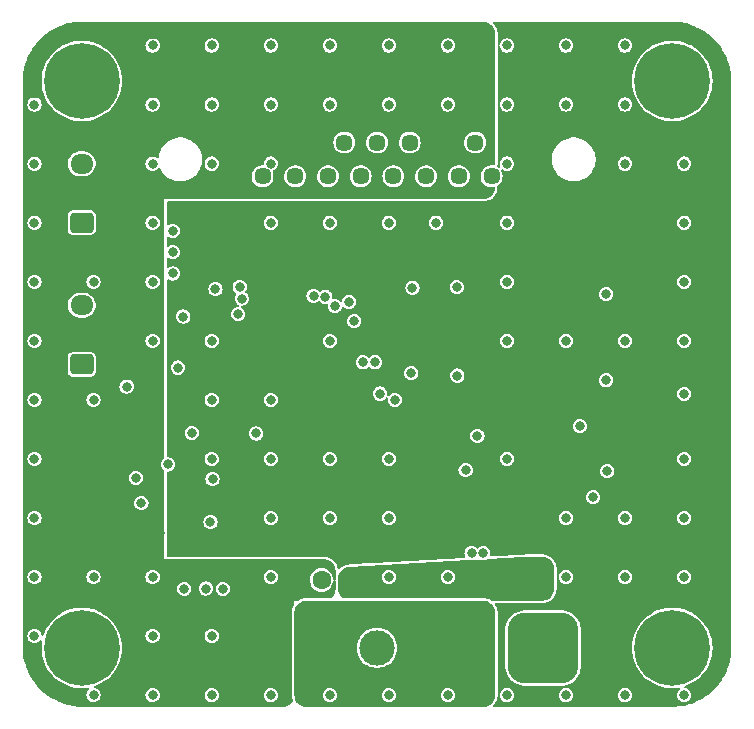
<source format=gbr>
%TF.GenerationSoftware,KiCad,Pcbnew,8.0.0-8.0.0-1~ubuntu22.04.1*%
%TF.CreationDate,2024-03-31T18:51:45+02:00*%
%TF.ProjectId,ProjetCorps,50726f6a-6574-4436-9f72-70732e6b6963,rev?*%
%TF.SameCoordinates,Original*%
%TF.FileFunction,Copper,L2,Inr*%
%TF.FilePolarity,Positive*%
%FSLAX46Y46*%
G04 Gerber Fmt 4.6, Leading zero omitted, Abs format (unit mm)*
G04 Created by KiCad (PCBNEW 8.0.0-8.0.0-1~ubuntu22.04.1) date 2024-03-31 18:51:45*
%MOMM*%
%LPD*%
G01*
G04 APERTURE LIST*
G04 Aperture macros list*
%AMRoundRect*
0 Rectangle with rounded corners*
0 $1 Rounding radius*
0 $2 $3 $4 $5 $6 $7 $8 $9 X,Y pos of 4 corners*
0 Add a 4 corners polygon primitive as box body*
4,1,4,$2,$3,$4,$5,$6,$7,$8,$9,$2,$3,0*
0 Add four circle primitives for the rounded corners*
1,1,$1+$1,$2,$3*
1,1,$1+$1,$4,$5*
1,1,$1+$1,$6,$7*
1,1,$1+$1,$8,$9*
0 Add four rect primitives between the rounded corners*
20,1,$1+$1,$2,$3,$4,$5,0*
20,1,$1+$1,$4,$5,$6,$7,0*
20,1,$1+$1,$6,$7,$8,$9,0*
20,1,$1+$1,$8,$9,$2,$3,0*%
G04 Aperture macros list end*
%TA.AperFunction,ComponentPad*%
%ADD10C,0.800000*%
%TD*%
%TA.AperFunction,ComponentPad*%
%ADD11C,6.400000*%
%TD*%
%TA.AperFunction,ComponentPad*%
%ADD12RoundRect,0.250000X0.725000X-0.600000X0.725000X0.600000X-0.725000X0.600000X-0.725000X-0.600000X0*%
%TD*%
%TA.AperFunction,ComponentPad*%
%ADD13O,1.950000X1.700000*%
%TD*%
%TA.AperFunction,ComponentPad*%
%ADD14C,3.000000*%
%TD*%
%TA.AperFunction,ComponentPad*%
%ADD15C,1.600000*%
%TD*%
%TA.AperFunction,ComponentPad*%
%ADD16RoundRect,1.500000X1.500000X1.500000X-1.500000X1.500000X-1.500000X-1.500000X1.500000X-1.500000X0*%
%TD*%
%TA.AperFunction,ComponentPad*%
%ADD17C,6.000000*%
%TD*%
%TA.AperFunction,ComponentPad*%
%ADD18C,1.447800*%
%TD*%
%TA.AperFunction,ViaPad*%
%ADD19C,0.800000*%
%TD*%
G04 APERTURE END LIST*
D10*
%TO.N,GND*%
%TO.C,H102*%
X157600000Y-50000000D03*
X158302944Y-48302944D03*
X158302944Y-51697056D03*
X160000000Y-47600000D03*
D11*
X160000000Y-50000000D03*
D10*
X160000000Y-52400000D03*
X161697056Y-48302944D03*
X161697056Y-51697056D03*
X162400000Y-50000000D03*
%TD*%
%TO.N,GND*%
%TO.C,H103*%
X107600000Y-98000000D03*
X108302944Y-96302944D03*
X108302944Y-99697056D03*
X110000000Y-95600000D03*
D11*
X110000000Y-98000000D03*
D10*
X110000000Y-100400000D03*
X111697056Y-96302944D03*
X111697056Y-99697056D03*
X112400000Y-98000000D03*
%TD*%
D12*
%TO.N,GND*%
%TO.C,J103*%
X110000000Y-74000000D03*
D13*
%TO.N,+12V*%
X110000000Y-71500000D03*
%TO.N,UART_HD_XL430*%
X110000000Y-69000000D03*
%TD*%
D10*
%TO.N,GND*%
%TO.C,H101*%
X107600000Y-50000000D03*
X108302944Y-48302944D03*
X108302944Y-51697056D03*
X110000000Y-47600000D03*
D11*
X110000000Y-50000000D03*
D10*
X110000000Y-52400000D03*
X111697056Y-48302944D03*
X111697056Y-51697056D03*
X112400000Y-50000000D03*
%TD*%
D14*
%TO.N,+12V*%
%TO.C,SW101*%
X125600000Y-98000000D03*
%TO.N,Net-(J101-Pin_2)*%
X130300000Y-98000000D03*
%TO.N,unconnected-(SW101-C-Pad3)*%
X135000000Y-98000000D03*
%TD*%
D15*
%TO.N,+12V*%
%TO.C,U104*%
X127760000Y-92250000D03*
%TO.N,GND*%
X130300000Y-92250000D03*
%TO.N,+5V*%
X132840000Y-92250000D03*
%TD*%
D16*
%TO.N,GND*%
%TO.C,J101*%
X149075000Y-98000000D03*
D17*
%TO.N,Net-(J101-Pin_2)*%
X141875000Y-98000000D03*
%TD*%
D10*
%TO.N,GND*%
%TO.C,H104*%
X157600000Y-98000000D03*
X158302944Y-96302944D03*
X158302944Y-99697056D03*
X160000000Y-95600000D03*
D11*
X160000000Y-98000000D03*
D10*
X160000000Y-100400000D03*
X161697056Y-96302944D03*
X161697056Y-99697056D03*
X162400000Y-98000000D03*
%TD*%
D18*
%TO.N,GND*%
%TO.C,J104*%
X125305003Y-58060007D03*
%TO.N,PWM_TIM1_CH1*%
X128075002Y-58060007D03*
%TO.N,PWM_TIM1_CH2*%
X130845002Y-58060007D03*
%TO.N,PWM_TIM1_CH3*%
X133615002Y-58060007D03*
%TO.N,PWM_TIM1_CH4*%
X136385001Y-58060007D03*
%TO.N,PWM_TIM2_CH1*%
X139155001Y-58060007D03*
%TO.N,PWM_TIM2_CH2*%
X141925000Y-58060007D03*
%TO.N,GND*%
X144695000Y-58060007D03*
%TO.N,+12V*%
X126690001Y-55220008D03*
X129460001Y-55220008D03*
%TO.N,GND*%
X132230000Y-55220008D03*
%TO.N,I2C_SCL*%
X135000000Y-55220008D03*
%TO.N,I2C_SDA*%
X137770000Y-55220008D03*
%TO.N,+12V*%
X140539999Y-55220008D03*
%TO.N,GND*%
X143309999Y-55220008D03*
%TD*%
D12*
%TO.N,GND*%
%TO.C,J102*%
X110000000Y-62000000D03*
D13*
%TO.N,+12V*%
X110000000Y-59500000D03*
%TO.N,UART_HD_XL430*%
X110000000Y-57000000D03*
%TD*%
D19*
%TO.N,+3.3V*%
X122225000Y-87425000D03*
X141800000Y-77600000D03*
X128825000Y-76700000D03*
X154400000Y-69100000D03*
X117600000Y-75575000D03*
X135300000Y-65600000D03*
X154400000Y-61700000D03*
X154500000Y-84100000D03*
X143750000Y-85150000D03*
X146000000Y-83750000D03*
X141800000Y-70200000D03*
X139450000Y-84550000D03*
X140650000Y-86350000D03*
X141750000Y-62650000D03*
X148350000Y-85150000D03*
X139800000Y-70600000D03*
X132800343Y-73851307D03*
X138250000Y-86350000D03*
X154500000Y-76800000D03*
X125000000Y-69800000D03*
%TO.N,GND*%
X111000000Y-92000000D03*
X126000000Y-77000000D03*
X140000000Y-62000000D03*
X116000000Y-72000000D03*
X146000000Y-72000000D03*
X146000000Y-67000000D03*
X126000000Y-82000000D03*
X131000000Y-87000000D03*
X117700000Y-66300000D03*
X136000000Y-92000000D03*
X151000000Y-47000000D03*
X136000000Y-82000000D03*
X156000000Y-57000000D03*
X106000000Y-57000000D03*
X131000000Y-47000000D03*
X156000000Y-102000000D03*
X116000000Y-52000000D03*
X136000000Y-102000000D03*
X106000000Y-67000000D03*
X156000000Y-92000000D03*
X121075000Y-83725000D03*
X161000000Y-82000000D03*
X121000000Y-47000000D03*
X136500000Y-77000000D03*
X146000000Y-52000000D03*
X161000000Y-102000000D03*
X106000000Y-72000000D03*
X156000000Y-47000000D03*
X126000000Y-102000000D03*
X136000000Y-52000000D03*
X120500000Y-92975000D03*
X126000000Y-62000000D03*
X143000000Y-90000000D03*
X156000000Y-72000000D03*
X141000000Y-47000000D03*
X111000000Y-77000000D03*
X151000000Y-92000000D03*
X118675000Y-93000000D03*
X131000000Y-52000000D03*
X117300000Y-82475000D03*
X146000000Y-57000000D03*
X143500000Y-80050000D03*
X121000000Y-102000000D03*
X118600000Y-69950000D03*
X121000000Y-52000000D03*
X151000000Y-87000000D03*
X121000000Y-57000000D03*
X106000000Y-62000000D03*
X126000000Y-52000000D03*
X131000000Y-62000000D03*
X161000000Y-76500000D03*
X136000000Y-47000000D03*
X106000000Y-77000000D03*
X116000000Y-67000000D03*
X111000000Y-67000000D03*
X161000000Y-57000000D03*
X161000000Y-62000000D03*
X151000000Y-72000000D03*
X146000000Y-82000000D03*
X121950000Y-93000000D03*
X161000000Y-87000000D03*
X146000000Y-47000000D03*
X154400000Y-75350000D03*
X154500000Y-83050000D03*
X136000000Y-87000000D03*
X121000000Y-77000000D03*
X153300000Y-85250000D03*
X156000000Y-52000000D03*
X106000000Y-87000000D03*
X113800000Y-75875000D03*
X151000000Y-52000000D03*
X123250000Y-69750000D03*
X116000000Y-92000000D03*
X106000000Y-97000000D03*
X142500000Y-82950000D03*
X116000000Y-57000000D03*
X141000000Y-92000000D03*
X138000000Y-67500000D03*
X144000000Y-90000000D03*
X111000000Y-102000000D03*
X131000000Y-102000000D03*
X117700000Y-62700000D03*
X131000000Y-82000000D03*
X116000000Y-62000000D03*
X141000000Y-102000000D03*
X116000000Y-47000000D03*
X131000000Y-72000000D03*
X126000000Y-87000000D03*
X106000000Y-92000000D03*
X126000000Y-57000000D03*
X126000000Y-92000000D03*
X161000000Y-72000000D03*
X106000000Y-52000000D03*
X136000000Y-62000000D03*
X116000000Y-102000000D03*
X161000000Y-67000000D03*
X146000000Y-102000000D03*
X126000000Y-47000000D03*
X156000000Y-87000000D03*
X152175000Y-79225000D03*
X115050000Y-85750000D03*
X118125000Y-74275000D03*
X121000000Y-82000000D03*
X161000000Y-92000000D03*
X154400000Y-68050000D03*
X146000000Y-62000000D03*
X114575000Y-83600000D03*
X121000000Y-72000000D03*
X151000000Y-102000000D03*
X141000000Y-52000000D03*
X121000000Y-97000000D03*
X106000000Y-82000000D03*
X116000000Y-97000000D03*
X117700000Y-64500000D03*
X141750000Y-67450000D03*
X141800000Y-74950000D03*
%TO.N,NRST*%
X124775000Y-79850000D03*
X119325000Y-79800000D03*
%TO.N,+5V*%
X148000000Y-93000000D03*
X148400000Y-91500000D03*
X120900000Y-87350000D03*
X149000000Y-93000000D03*
%TO.N,BTN_7*%
X131425000Y-69075000D03*
X137903365Y-74751463D03*
%TO.N,+12V*%
X116625000Y-88275000D03*
%TO.N,UART_HD_XL430*%
X121325000Y-67625000D03*
X135250000Y-76475000D03*
%TO.N,PWM_TIM2_CH2*%
X134825000Y-73825000D03*
%TO.N,I2C_SCL*%
X132625000Y-68700000D03*
%TO.N,PWM_TIM2_CH1*%
X133800000Y-73825000D03*
%TO.N,I2C_SDA*%
X133075000Y-70350153D03*
%TO.N,SWDIO*%
X130622180Y-68266727D03*
X123371114Y-67441128D03*
%TO.N,SWCLK*%
X123550000Y-68425000D03*
X129624999Y-68191651D03*
%TD*%
%TA.AperFunction,Conductor*%
%TO.N,+12V*%
G36*
X144004842Y-45000476D02*
G01*
X144185388Y-45018259D01*
X144204418Y-45022044D01*
X144373360Y-45073292D01*
X144391276Y-45080713D01*
X144546974Y-45163935D01*
X144563101Y-45174711D01*
X144648068Y-45244441D01*
X144699569Y-45286707D01*
X144713292Y-45300430D01*
X144792810Y-45397323D01*
X144825285Y-45436893D01*
X144836065Y-45453028D01*
X144895209Y-45563678D01*
X144919283Y-45608716D01*
X144926710Y-45626646D01*
X144977954Y-45795579D01*
X144981740Y-45814613D01*
X144999523Y-45995157D01*
X145000000Y-46004861D01*
X145000000Y-57057530D01*
X144981093Y-57115721D01*
X144931593Y-57151685D01*
X144880417Y-57154367D01*
X144792158Y-57135607D01*
X144597842Y-57135607D01*
X144476642Y-57161368D01*
X144407774Y-57176007D01*
X144407764Y-57176010D01*
X144230264Y-57255037D01*
X144230257Y-57255041D01*
X144073046Y-57369261D01*
X143991075Y-57460300D01*
X143943025Y-57513665D01*
X143845867Y-57681949D01*
X143815271Y-57776110D01*
X143785820Y-57866753D01*
X143785820Y-57866755D01*
X143765508Y-58060007D01*
X143785820Y-58253259D01*
X143845867Y-58438065D01*
X143943025Y-58606349D01*
X144073048Y-58750754D01*
X144230254Y-58864971D01*
X144230259Y-58864973D01*
X144230264Y-58864976D01*
X144407764Y-58944003D01*
X144407771Y-58944006D01*
X144597842Y-58984407D01*
X144597845Y-58984407D01*
X144792154Y-58984407D01*
X144792158Y-58984407D01*
X144873644Y-58967086D01*
X144934492Y-58973482D01*
X144979961Y-59014423D01*
X144992748Y-59073627D01*
X144981740Y-59185386D01*
X144977954Y-59204420D01*
X144926710Y-59373353D01*
X144919283Y-59391283D01*
X144836067Y-59546969D01*
X144825285Y-59563106D01*
X144713292Y-59699569D01*
X144699569Y-59713292D01*
X144563106Y-59825285D01*
X144546969Y-59836067D01*
X144391283Y-59919283D01*
X144373353Y-59926710D01*
X144204420Y-59977954D01*
X144185386Y-59981740D01*
X144004843Y-59999523D01*
X143995139Y-60000000D01*
X117000000Y-60000000D01*
X117000000Y-61000001D01*
X117000000Y-75525351D01*
X116999153Y-75538273D01*
X116994318Y-75574999D01*
X116994318Y-75575000D01*
X116999153Y-75611725D01*
X117000000Y-75624647D01*
X117000000Y-81899462D01*
X116981093Y-81957653D01*
X116961268Y-81978004D01*
X116871719Y-82046717D01*
X116871713Y-82046723D01*
X116775462Y-82172160D01*
X116775462Y-82172161D01*
X116714957Y-82318233D01*
X116714955Y-82318241D01*
X116694318Y-82474999D01*
X116694318Y-82475000D01*
X116714955Y-82631758D01*
X116714957Y-82631766D01*
X116775462Y-82777838D01*
X116775462Y-82777839D01*
X116871713Y-82903276D01*
X116871718Y-82903282D01*
X116871722Y-82903285D01*
X116871723Y-82903286D01*
X116961267Y-82971995D01*
X116995923Y-83022419D01*
X117000000Y-83050537D01*
X117000000Y-90500000D01*
X126000000Y-90500000D01*
X130495139Y-90500000D01*
X130504842Y-90500476D01*
X130685388Y-90518259D01*
X130704418Y-90522044D01*
X130873360Y-90573292D01*
X130891276Y-90580713D01*
X131046974Y-90663935D01*
X131063101Y-90674711D01*
X131158771Y-90753224D01*
X131199569Y-90786707D01*
X131213292Y-90800430D01*
X131325285Y-90936893D01*
X131336067Y-90953030D01*
X131419283Y-91108716D01*
X131426710Y-91126646D01*
X131477954Y-91295579D01*
X131481740Y-91314613D01*
X131499523Y-91495157D01*
X131500000Y-91504861D01*
X131500000Y-92072638D01*
X131499557Y-92081992D01*
X131495863Y-92120907D01*
X131495171Y-92130621D01*
X131494729Y-92139973D01*
X131494500Y-92149667D01*
X131494500Y-92155369D01*
X131475593Y-92213560D01*
X131426093Y-92249524D01*
X131390468Y-92249524D01*
X131435174Y-92253927D01*
X131480910Y-92294570D01*
X131494500Y-92344630D01*
X131494500Y-92995139D01*
X131494747Y-93005214D01*
X131495225Y-93014928D01*
X131496013Y-93025606D01*
X131495804Y-93042595D01*
X131481740Y-93185386D01*
X131477954Y-93204420D01*
X131426710Y-93373353D01*
X131419283Y-93391283D01*
X131336067Y-93546969D01*
X131325285Y-93563106D01*
X131213292Y-93699569D01*
X131199569Y-93713292D01*
X131128000Y-93772028D01*
X131071024Y-93794328D01*
X131065195Y-93794500D01*
X129004858Y-93794500D01*
X128997310Y-93794685D01*
X128994793Y-93794747D01*
X128994069Y-93794782D01*
X128985097Y-93795222D01*
X128974999Y-93795967D01*
X128794470Y-93813748D01*
X128794443Y-93813751D01*
X128774529Y-93816706D01*
X128774516Y-93816708D01*
X128774513Y-93816709D01*
X128770967Y-93817414D01*
X128755483Y-93820494D01*
X128735946Y-93825387D01*
X128566996Y-93876636D01*
X128566974Y-93876643D01*
X128548004Y-93883432D01*
X128547963Y-93883448D01*
X128530106Y-93890844D01*
X128530055Y-93890867D01*
X128511872Y-93899466D01*
X128511844Y-93899480D01*
X128356159Y-93982696D01*
X128356153Y-93982699D01*
X128338855Y-93993067D01*
X128328478Y-94000000D01*
X128000000Y-94000000D01*
X128000000Y-94328478D01*
X127993067Y-94338855D01*
X127982699Y-94356153D01*
X127982696Y-94356159D01*
X127899480Y-94511844D01*
X127899466Y-94511872D01*
X127890867Y-94530055D01*
X127890856Y-94530078D01*
X127883433Y-94548000D01*
X127876638Y-94566993D01*
X127876633Y-94567007D01*
X127825400Y-94735901D01*
X127825399Y-94735908D01*
X127820490Y-94755501D01*
X127816707Y-94774519D01*
X127816703Y-94774541D01*
X127813751Y-94794454D01*
X127813748Y-94794477D01*
X127795966Y-94975017D01*
X127795226Y-94985044D01*
X127794747Y-94994784D01*
X127794500Y-95004859D01*
X127794500Y-101995149D01*
X127794619Y-101999990D01*
X127794748Y-102005234D01*
X127794986Y-102010085D01*
X127795224Y-102014925D01*
X127795966Y-102024981D01*
X127813748Y-102205520D01*
X127813751Y-102205543D01*
X127816705Y-102225468D01*
X127820493Y-102244510D01*
X127825396Y-102264083D01*
X127872099Y-102418043D01*
X127870898Y-102479217D01*
X127864673Y-102493448D01*
X127836065Y-102546971D01*
X127825282Y-102563109D01*
X127713292Y-102699569D01*
X127699569Y-102713292D01*
X127563106Y-102825285D01*
X127546969Y-102836067D01*
X127391283Y-102919283D01*
X127373353Y-102926710D01*
X127204420Y-102977954D01*
X127185386Y-102981740D01*
X127004843Y-102999523D01*
X126995139Y-103000000D01*
X110015091Y-103000000D01*
X110014365Y-102999997D01*
X110013671Y-102999991D01*
X110000767Y-102999896D01*
X109999310Y-102999875D01*
X109985588Y-102999571D01*
X109984858Y-102999552D01*
X109810765Y-102994410D01*
X109808808Y-102994333D01*
X109772195Y-102992526D01*
X109768284Y-102992255D01*
X109731808Y-102989003D01*
X109729860Y-102988810D01*
X109359112Y-102948354D01*
X109356897Y-102948087D01*
X109315484Y-102942621D01*
X109311067Y-102941936D01*
X109269973Y-102934612D01*
X109267781Y-102934196D01*
X108907746Y-102861619D01*
X108905562Y-102861153D01*
X108864828Y-102851981D01*
X108860493Y-102850902D01*
X108820182Y-102839893D01*
X108818036Y-102839280D01*
X108466061Y-102734574D01*
X108463927Y-102733913D01*
X108424158Y-102721099D01*
X108419941Y-102719635D01*
X108380828Y-102705055D01*
X108378743Y-102704251D01*
X108037560Y-102568225D01*
X108035498Y-102567375D01*
X107997081Y-102551046D01*
X107993025Y-102549213D01*
X107955338Y-102531146D01*
X107953362Y-102530170D01*
X107625829Y-102363959D01*
X107623867Y-102362935D01*
X107612350Y-102356760D01*
X107587076Y-102343209D01*
X107583191Y-102341012D01*
X107547273Y-102319615D01*
X107545367Y-102318450D01*
X107234205Y-102123442D01*
X107232326Y-102122235D01*
X107197436Y-102099257D01*
X107193765Y-102096719D01*
X107159922Y-102072173D01*
X107158207Y-102070900D01*
X106865816Y-101848596D01*
X106864054Y-101847224D01*
X106831368Y-101821189D01*
X106827939Y-101818329D01*
X106796494Y-101790876D01*
X106794828Y-101789388D01*
X106523713Y-101541694D01*
X106522082Y-101540171D01*
X106491868Y-101511291D01*
X106488708Y-101508131D01*
X106459828Y-101477917D01*
X106458305Y-101476286D01*
X106210611Y-101205171D01*
X106209123Y-101203505D01*
X106181670Y-101172060D01*
X106178810Y-101168631D01*
X106152775Y-101135945D01*
X106151403Y-101134183D01*
X106056071Y-101008795D01*
X105929088Y-100841777D01*
X105927836Y-100840092D01*
X105903273Y-100806225D01*
X105900742Y-100802563D01*
X105877764Y-100767673D01*
X105876557Y-100765794D01*
X105681549Y-100454632D01*
X105680384Y-100452726D01*
X105658987Y-100416808D01*
X105656790Y-100412923D01*
X105652712Y-100405317D01*
X105637046Y-100376099D01*
X105636040Y-100374170D01*
X105469829Y-100046637D01*
X105468870Y-100044696D01*
X105450776Y-100006955D01*
X105448953Y-100002918D01*
X105432624Y-99964501D01*
X105431774Y-99962439D01*
X105295748Y-99621256D01*
X105294966Y-99619228D01*
X105280360Y-99580049D01*
X105278900Y-99575841D01*
X105266086Y-99536072D01*
X105265443Y-99533998D01*
X105160715Y-99181950D01*
X105160106Y-99179817D01*
X105149089Y-99139477D01*
X105148018Y-99135171D01*
X105138834Y-99094381D01*
X105138392Y-99092309D01*
X105065794Y-98732174D01*
X105065395Y-98730071D01*
X105058059Y-98688909D01*
X105057378Y-98684515D01*
X105051912Y-98643102D01*
X105051645Y-98640887D01*
X105011189Y-98270139D01*
X105010996Y-98268191D01*
X105007740Y-98231670D01*
X105007475Y-98227844D01*
X105005662Y-98191113D01*
X105005592Y-98189314D01*
X105000444Y-98015060D01*
X105000428Y-98014411D01*
X105000124Y-98000689D01*
X105000103Y-97999225D01*
X105000003Y-97985638D01*
X105000000Y-97984909D01*
X105000000Y-97000000D01*
X105394318Y-97000000D01*
X105414955Y-97156758D01*
X105414957Y-97156766D01*
X105475462Y-97302838D01*
X105475462Y-97302839D01*
X105475464Y-97302841D01*
X105571718Y-97428282D01*
X105697159Y-97524536D01*
X105843238Y-97585044D01*
X105960809Y-97600522D01*
X105999999Y-97605682D01*
X106000000Y-97605682D01*
X106000001Y-97605682D01*
X106031352Y-97601554D01*
X106156762Y-97585044D01*
X106302841Y-97524536D01*
X106428282Y-97428282D01*
X106467463Y-97377219D01*
X106517885Y-97342566D01*
X106579049Y-97344167D01*
X106627591Y-97381414D01*
X106644969Y-97440080D01*
X106643699Y-97453505D01*
X106614468Y-97631800D01*
X106594506Y-98000000D01*
X106614468Y-98368197D01*
X106674126Y-98732087D01*
X106772768Y-99087365D01*
X106772772Y-99087376D01*
X106909255Y-99429927D01*
X106909257Y-99429930D01*
X107081978Y-99755716D01*
X107288910Y-100060917D01*
X107288914Y-100060922D01*
X107288915Y-100060923D01*
X107527622Y-100341951D01*
X107527632Y-100341961D01*
X107795326Y-100595535D01*
X107795330Y-100595538D01*
X108088881Y-100818690D01*
X108404838Y-101008795D01*
X108739497Y-101163625D01*
X109088934Y-101281364D01*
X109088939Y-101281365D01*
X109088942Y-101281366D01*
X109449047Y-101360631D01*
X109449048Y-101360631D01*
X109449052Y-101360632D01*
X109815630Y-101400500D01*
X110184370Y-101400500D01*
X110544275Y-101361357D01*
X110604166Y-101373862D01*
X110645271Y-101419183D01*
X110651886Y-101480010D01*
X110621485Y-101533108D01*
X110615244Y-101538318D01*
X110571724Y-101571712D01*
X110571713Y-101571723D01*
X110475462Y-101697160D01*
X110475462Y-101697161D01*
X110414957Y-101843233D01*
X110414955Y-101843241D01*
X110394318Y-101999999D01*
X110394318Y-102000000D01*
X110414955Y-102156758D01*
X110414957Y-102156766D01*
X110475462Y-102302838D01*
X110475462Y-102302839D01*
X110522361Y-102363959D01*
X110571718Y-102428282D01*
X110697159Y-102524536D01*
X110697160Y-102524536D01*
X110697161Y-102524537D01*
X110790282Y-102563109D01*
X110843238Y-102585044D01*
X110960809Y-102600522D01*
X110999999Y-102605682D01*
X111000000Y-102605682D01*
X111000001Y-102605682D01*
X111031352Y-102601554D01*
X111156762Y-102585044D01*
X111302841Y-102524536D01*
X111428282Y-102428282D01*
X111524536Y-102302841D01*
X111585044Y-102156762D01*
X111605682Y-102000000D01*
X115394318Y-102000000D01*
X115414955Y-102156758D01*
X115414957Y-102156766D01*
X115475462Y-102302838D01*
X115475462Y-102302839D01*
X115522361Y-102363959D01*
X115571718Y-102428282D01*
X115697159Y-102524536D01*
X115697160Y-102524536D01*
X115697161Y-102524537D01*
X115790282Y-102563109D01*
X115843238Y-102585044D01*
X115960809Y-102600522D01*
X115999999Y-102605682D01*
X116000000Y-102605682D01*
X116000001Y-102605682D01*
X116031352Y-102601554D01*
X116156762Y-102585044D01*
X116302841Y-102524536D01*
X116428282Y-102428282D01*
X116524536Y-102302841D01*
X116585044Y-102156762D01*
X116605682Y-102000000D01*
X120394318Y-102000000D01*
X120414955Y-102156758D01*
X120414957Y-102156766D01*
X120475462Y-102302838D01*
X120475462Y-102302839D01*
X120522361Y-102363959D01*
X120571718Y-102428282D01*
X120697159Y-102524536D01*
X120697160Y-102524536D01*
X120697161Y-102524537D01*
X120790282Y-102563109D01*
X120843238Y-102585044D01*
X120960809Y-102600522D01*
X120999999Y-102605682D01*
X121000000Y-102605682D01*
X121000001Y-102605682D01*
X121031352Y-102601554D01*
X121156762Y-102585044D01*
X121302841Y-102524536D01*
X121428282Y-102428282D01*
X121524536Y-102302841D01*
X121585044Y-102156762D01*
X121605682Y-102000000D01*
X125394318Y-102000000D01*
X125414955Y-102156758D01*
X125414957Y-102156766D01*
X125475462Y-102302838D01*
X125475462Y-102302839D01*
X125522361Y-102363959D01*
X125571718Y-102428282D01*
X125697159Y-102524536D01*
X125697160Y-102524536D01*
X125697161Y-102524537D01*
X125790282Y-102563109D01*
X125843238Y-102585044D01*
X125960809Y-102600522D01*
X125999999Y-102605682D01*
X126000000Y-102605682D01*
X126000001Y-102605682D01*
X126031352Y-102601554D01*
X126156762Y-102585044D01*
X126302841Y-102524536D01*
X126428282Y-102428282D01*
X126524536Y-102302841D01*
X126585044Y-102156762D01*
X126605682Y-102000000D01*
X126585044Y-101843238D01*
X126524537Y-101697161D01*
X126524537Y-101697160D01*
X126428286Y-101571723D01*
X126428285Y-101571722D01*
X126428282Y-101571718D01*
X126428277Y-101571714D01*
X126428276Y-101571713D01*
X126349532Y-101511291D01*
X126302841Y-101475464D01*
X126302840Y-101475463D01*
X126302838Y-101475462D01*
X126156766Y-101414957D01*
X126156758Y-101414955D01*
X126000001Y-101394318D01*
X125999999Y-101394318D01*
X125843241Y-101414955D01*
X125843233Y-101414957D01*
X125697161Y-101475462D01*
X125697160Y-101475462D01*
X125571723Y-101571713D01*
X125571713Y-101571723D01*
X125475462Y-101697160D01*
X125475462Y-101697161D01*
X125414957Y-101843233D01*
X125414955Y-101843241D01*
X125394318Y-101999999D01*
X125394318Y-102000000D01*
X121605682Y-102000000D01*
X121585044Y-101843238D01*
X121524537Y-101697161D01*
X121524537Y-101697160D01*
X121428286Y-101571723D01*
X121428285Y-101571722D01*
X121428282Y-101571718D01*
X121428277Y-101571714D01*
X121428276Y-101571713D01*
X121349532Y-101511291D01*
X121302841Y-101475464D01*
X121302840Y-101475463D01*
X121302838Y-101475462D01*
X121156766Y-101414957D01*
X121156758Y-101414955D01*
X121000001Y-101394318D01*
X120999999Y-101394318D01*
X120843241Y-101414955D01*
X120843233Y-101414957D01*
X120697161Y-101475462D01*
X120697160Y-101475462D01*
X120571723Y-101571713D01*
X120571713Y-101571723D01*
X120475462Y-101697160D01*
X120475462Y-101697161D01*
X120414957Y-101843233D01*
X120414955Y-101843241D01*
X120394318Y-101999999D01*
X120394318Y-102000000D01*
X116605682Y-102000000D01*
X116585044Y-101843238D01*
X116524537Y-101697161D01*
X116524537Y-101697160D01*
X116428286Y-101571723D01*
X116428285Y-101571722D01*
X116428282Y-101571718D01*
X116428277Y-101571714D01*
X116428276Y-101571713D01*
X116349532Y-101511291D01*
X116302841Y-101475464D01*
X116302840Y-101475463D01*
X116302838Y-101475462D01*
X116156766Y-101414957D01*
X116156758Y-101414955D01*
X116000001Y-101394318D01*
X115999999Y-101394318D01*
X115843241Y-101414955D01*
X115843233Y-101414957D01*
X115697161Y-101475462D01*
X115697160Y-101475462D01*
X115571723Y-101571713D01*
X115571713Y-101571723D01*
X115475462Y-101697160D01*
X115475462Y-101697161D01*
X115414957Y-101843233D01*
X115414955Y-101843241D01*
X115394318Y-101999999D01*
X115394318Y-102000000D01*
X111605682Y-102000000D01*
X111585044Y-101843238D01*
X111524537Y-101697161D01*
X111524537Y-101697160D01*
X111428286Y-101571723D01*
X111428285Y-101571722D01*
X111428282Y-101571718D01*
X111428277Y-101571714D01*
X111428276Y-101571713D01*
X111349532Y-101511291D01*
X111302841Y-101475464D01*
X111302840Y-101475463D01*
X111302838Y-101475462D01*
X111156766Y-101414957D01*
X111156758Y-101414955D01*
X111118115Y-101409868D01*
X111062890Y-101383527D01*
X111033695Y-101329756D01*
X111041681Y-101269094D01*
X111083798Y-101224712D01*
X111099414Y-101217902D01*
X111260503Y-101163625D01*
X111595162Y-101008795D01*
X111911119Y-100818690D01*
X112204670Y-100595538D01*
X112472373Y-100341956D01*
X112711090Y-100060917D01*
X112918022Y-99755716D01*
X113090743Y-99429930D01*
X113227227Y-99087379D01*
X113325875Y-98732081D01*
X113385531Y-98368199D01*
X113405494Y-98000000D01*
X113385531Y-97631801D01*
X113325875Y-97267919D01*
X113251488Y-97000000D01*
X115394318Y-97000000D01*
X115414955Y-97156758D01*
X115414957Y-97156766D01*
X115475462Y-97302838D01*
X115475462Y-97302839D01*
X115475464Y-97302841D01*
X115571718Y-97428282D01*
X115697159Y-97524536D01*
X115843238Y-97585044D01*
X115960809Y-97600522D01*
X115999999Y-97605682D01*
X116000000Y-97605682D01*
X116000001Y-97605682D01*
X116031352Y-97601554D01*
X116156762Y-97585044D01*
X116302841Y-97524536D01*
X116428282Y-97428282D01*
X116524536Y-97302841D01*
X116585044Y-97156762D01*
X116605682Y-97000000D01*
X120394318Y-97000000D01*
X120414955Y-97156758D01*
X120414957Y-97156766D01*
X120475462Y-97302838D01*
X120475462Y-97302839D01*
X120475464Y-97302841D01*
X120571718Y-97428282D01*
X120697159Y-97524536D01*
X120843238Y-97585044D01*
X120960809Y-97600522D01*
X120999999Y-97605682D01*
X121000000Y-97605682D01*
X121000001Y-97605682D01*
X121031352Y-97601554D01*
X121156762Y-97585044D01*
X121302841Y-97524536D01*
X121428282Y-97428282D01*
X121524536Y-97302841D01*
X121585044Y-97156762D01*
X121605682Y-97000000D01*
X121585044Y-96843238D01*
X121524537Y-96697161D01*
X121524537Y-96697160D01*
X121428286Y-96571723D01*
X121428285Y-96571722D01*
X121428282Y-96571718D01*
X121428277Y-96571714D01*
X121428276Y-96571713D01*
X121302838Y-96475462D01*
X121156766Y-96414957D01*
X121156758Y-96414955D01*
X121000001Y-96394318D01*
X120999999Y-96394318D01*
X120843241Y-96414955D01*
X120843233Y-96414957D01*
X120697161Y-96475462D01*
X120697160Y-96475462D01*
X120571723Y-96571713D01*
X120571713Y-96571723D01*
X120475462Y-96697160D01*
X120475462Y-96697161D01*
X120414957Y-96843233D01*
X120414955Y-96843241D01*
X120394318Y-96999999D01*
X120394318Y-97000000D01*
X116605682Y-97000000D01*
X116585044Y-96843238D01*
X116524537Y-96697161D01*
X116524537Y-96697160D01*
X116428286Y-96571723D01*
X116428285Y-96571722D01*
X116428282Y-96571718D01*
X116428277Y-96571714D01*
X116428276Y-96571713D01*
X116302838Y-96475462D01*
X116156766Y-96414957D01*
X116156758Y-96414955D01*
X116000001Y-96394318D01*
X115999999Y-96394318D01*
X115843241Y-96414955D01*
X115843233Y-96414957D01*
X115697161Y-96475462D01*
X115697160Y-96475462D01*
X115571723Y-96571713D01*
X115571713Y-96571723D01*
X115475462Y-96697160D01*
X115475462Y-96697161D01*
X115414957Y-96843233D01*
X115414955Y-96843241D01*
X115394318Y-96999999D01*
X115394318Y-97000000D01*
X113251488Y-97000000D01*
X113227231Y-96912634D01*
X113227229Y-96912629D01*
X113227227Y-96912621D01*
X113090743Y-96570070D01*
X112918022Y-96244284D01*
X112711090Y-95939083D01*
X112691399Y-95915901D01*
X112472377Y-95658048D01*
X112472367Y-95658038D01*
X112204673Y-95404464D01*
X111911123Y-95181313D01*
X111911122Y-95181312D01*
X111911119Y-95181310D01*
X111595162Y-94991205D01*
X111480226Y-94938029D01*
X111260508Y-94836377D01*
X111260505Y-94836376D01*
X111260503Y-94836375D01*
X110911066Y-94718636D01*
X110911065Y-94718635D01*
X110911057Y-94718633D01*
X110550952Y-94639368D01*
X110550953Y-94639368D01*
X110184370Y-94599500D01*
X109815630Y-94599500D01*
X109449046Y-94639368D01*
X109088943Y-94718633D01*
X109088941Y-94718633D01*
X108739491Y-94836377D01*
X108404846Y-94991201D01*
X108404840Y-94991204D01*
X108088881Y-95181310D01*
X108088876Y-95181313D01*
X107795326Y-95404464D01*
X107527632Y-95658038D01*
X107527622Y-95658048D01*
X107288915Y-95939076D01*
X107288908Y-95939086D01*
X107081981Y-96244278D01*
X106909255Y-96570073D01*
X106779090Y-96896767D01*
X106739987Y-96943827D01*
X106680691Y-96958915D01*
X106623851Y-96936268D01*
X106591178Y-96884537D01*
X106588968Y-96873046D01*
X106585044Y-96843240D01*
X106585044Y-96843238D01*
X106524537Y-96697161D01*
X106524537Y-96697160D01*
X106428286Y-96571723D01*
X106428285Y-96571722D01*
X106428282Y-96571718D01*
X106428277Y-96571714D01*
X106428276Y-96571713D01*
X106302838Y-96475462D01*
X106156766Y-96414957D01*
X106156758Y-96414955D01*
X106000001Y-96394318D01*
X105999999Y-96394318D01*
X105843241Y-96414955D01*
X105843233Y-96414957D01*
X105697161Y-96475462D01*
X105697160Y-96475462D01*
X105571723Y-96571713D01*
X105571713Y-96571723D01*
X105475462Y-96697160D01*
X105475462Y-96697161D01*
X105414957Y-96843233D01*
X105414955Y-96843241D01*
X105394318Y-96999999D01*
X105394318Y-97000000D01*
X105000000Y-97000000D01*
X105000000Y-93000000D01*
X118069318Y-93000000D01*
X118089955Y-93156758D01*
X118089957Y-93156766D01*
X118150462Y-93302838D01*
X118150462Y-93302839D01*
X118227538Y-93403286D01*
X118246718Y-93428282D01*
X118372159Y-93524536D01*
X118372160Y-93524536D01*
X118372161Y-93524537D01*
X118465275Y-93563106D01*
X118518238Y-93585044D01*
X118635809Y-93600522D01*
X118674999Y-93605682D01*
X118675000Y-93605682D01*
X118675001Y-93605682D01*
X118706352Y-93601554D01*
X118831762Y-93585044D01*
X118977841Y-93524536D01*
X119103282Y-93428282D01*
X119199536Y-93302841D01*
X119260044Y-93156762D01*
X119280682Y-93000000D01*
X119277391Y-92975000D01*
X119894318Y-92975000D01*
X119914955Y-93131758D01*
X119914957Y-93131766D01*
X119975462Y-93277838D01*
X119975462Y-93277839D01*
X120071713Y-93403276D01*
X120071718Y-93403282D01*
X120197159Y-93499536D01*
X120197160Y-93499536D01*
X120197161Y-93499537D01*
X120311672Y-93546969D01*
X120343238Y-93560044D01*
X120460809Y-93575522D01*
X120499999Y-93580682D01*
X120500000Y-93580682D01*
X120500001Y-93580682D01*
X120531352Y-93576554D01*
X120656762Y-93560044D01*
X120802841Y-93499536D01*
X120928282Y-93403282D01*
X121024536Y-93277841D01*
X121085044Y-93131762D01*
X121102391Y-93000000D01*
X121344318Y-93000000D01*
X121364955Y-93156758D01*
X121364957Y-93156766D01*
X121425462Y-93302838D01*
X121425462Y-93302839D01*
X121502538Y-93403286D01*
X121521718Y-93428282D01*
X121647159Y-93524536D01*
X121647160Y-93524536D01*
X121647161Y-93524537D01*
X121740275Y-93563106D01*
X121793238Y-93585044D01*
X121910809Y-93600522D01*
X121949999Y-93605682D01*
X121950000Y-93605682D01*
X121950001Y-93605682D01*
X121981352Y-93601554D01*
X122106762Y-93585044D01*
X122252841Y-93524536D01*
X122378282Y-93428282D01*
X122474536Y-93302841D01*
X122535044Y-93156762D01*
X122555682Y-93000000D01*
X122535044Y-92843238D01*
X122524687Y-92818233D01*
X122474537Y-92697161D01*
X122474537Y-92697160D01*
X122378286Y-92571723D01*
X122378285Y-92571722D01*
X122378282Y-92571718D01*
X122378277Y-92571714D01*
X122378276Y-92571713D01*
X122252838Y-92475462D01*
X122106766Y-92414957D01*
X122106758Y-92414955D01*
X121950001Y-92394318D01*
X121949999Y-92394318D01*
X121793241Y-92414955D01*
X121793233Y-92414957D01*
X121647161Y-92475462D01*
X121647160Y-92475462D01*
X121521723Y-92571713D01*
X121521713Y-92571723D01*
X121425462Y-92697160D01*
X121425462Y-92697161D01*
X121364957Y-92843233D01*
X121364955Y-92843241D01*
X121344318Y-92999999D01*
X121344318Y-93000000D01*
X121102391Y-93000000D01*
X121105682Y-92975000D01*
X121103823Y-92960883D01*
X121100522Y-92935809D01*
X121085044Y-92818238D01*
X121034892Y-92697160D01*
X121024537Y-92672161D01*
X121024537Y-92672160D01*
X120928286Y-92546723D01*
X120928285Y-92546722D01*
X120928282Y-92546718D01*
X120928277Y-92546714D01*
X120928276Y-92546713D01*
X120802838Y-92450462D01*
X120656766Y-92389957D01*
X120656758Y-92389955D01*
X120500001Y-92369318D01*
X120499999Y-92369318D01*
X120343241Y-92389955D01*
X120343233Y-92389957D01*
X120197161Y-92450462D01*
X120197160Y-92450462D01*
X120071723Y-92546713D01*
X120071713Y-92546723D01*
X119975462Y-92672160D01*
X119975462Y-92672161D01*
X119914957Y-92818233D01*
X119914955Y-92818241D01*
X119894318Y-92974999D01*
X119894318Y-92975000D01*
X119277391Y-92975000D01*
X119260044Y-92843238D01*
X119249687Y-92818233D01*
X119199537Y-92697161D01*
X119199537Y-92697160D01*
X119103286Y-92571723D01*
X119103285Y-92571722D01*
X119103282Y-92571718D01*
X119103277Y-92571714D01*
X119103276Y-92571713D01*
X118977838Y-92475462D01*
X118831766Y-92414957D01*
X118831758Y-92414955D01*
X118675001Y-92394318D01*
X118674999Y-92394318D01*
X118518241Y-92414955D01*
X118518233Y-92414957D01*
X118372161Y-92475462D01*
X118372160Y-92475462D01*
X118246723Y-92571713D01*
X118246713Y-92571723D01*
X118150462Y-92697160D01*
X118150462Y-92697161D01*
X118089957Y-92843233D01*
X118089955Y-92843241D01*
X118069318Y-92999999D01*
X118069318Y-93000000D01*
X105000000Y-93000000D01*
X105000000Y-92000000D01*
X105394318Y-92000000D01*
X105414955Y-92156758D01*
X105414957Y-92156766D01*
X105475462Y-92302838D01*
X105475462Y-92302839D01*
X105561493Y-92414957D01*
X105571718Y-92428282D01*
X105697159Y-92524536D01*
X105843238Y-92585044D01*
X105960809Y-92600522D01*
X105999999Y-92605682D01*
X106000000Y-92605682D01*
X106000001Y-92605682D01*
X106031352Y-92601554D01*
X106156762Y-92585044D01*
X106302841Y-92524536D01*
X106428282Y-92428282D01*
X106524536Y-92302841D01*
X106585044Y-92156762D01*
X106605682Y-92000000D01*
X110394318Y-92000000D01*
X110414955Y-92156758D01*
X110414957Y-92156766D01*
X110475462Y-92302838D01*
X110475462Y-92302839D01*
X110561493Y-92414957D01*
X110571718Y-92428282D01*
X110697159Y-92524536D01*
X110843238Y-92585044D01*
X110960809Y-92600522D01*
X110999999Y-92605682D01*
X111000000Y-92605682D01*
X111000001Y-92605682D01*
X111031352Y-92601554D01*
X111156762Y-92585044D01*
X111302841Y-92524536D01*
X111428282Y-92428282D01*
X111524536Y-92302841D01*
X111585044Y-92156762D01*
X111605682Y-92000000D01*
X115394318Y-92000000D01*
X115414955Y-92156758D01*
X115414957Y-92156766D01*
X115475462Y-92302838D01*
X115475462Y-92302839D01*
X115561493Y-92414957D01*
X115571718Y-92428282D01*
X115697159Y-92524536D01*
X115843238Y-92585044D01*
X115960809Y-92600522D01*
X115999999Y-92605682D01*
X116000000Y-92605682D01*
X116000001Y-92605682D01*
X116031352Y-92601554D01*
X116156762Y-92585044D01*
X116302841Y-92524536D01*
X116428282Y-92428282D01*
X116524536Y-92302841D01*
X116585044Y-92156762D01*
X116605682Y-92000000D01*
X125394318Y-92000000D01*
X125414955Y-92156758D01*
X125414957Y-92156766D01*
X125475462Y-92302838D01*
X125475462Y-92302839D01*
X125561493Y-92414957D01*
X125571718Y-92428282D01*
X125697159Y-92524536D01*
X125843238Y-92585044D01*
X125960809Y-92600522D01*
X125999999Y-92605682D01*
X126000000Y-92605682D01*
X126000001Y-92605682D01*
X126031352Y-92601554D01*
X126156762Y-92585044D01*
X126302841Y-92524536D01*
X126428282Y-92428282D01*
X126524536Y-92302841D01*
X126546422Y-92250003D01*
X129294659Y-92250003D01*
X129313974Y-92446126D01*
X129313975Y-92446129D01*
X129371187Y-92634730D01*
X129371188Y-92634732D01*
X129442218Y-92767618D01*
X129464090Y-92808538D01*
X129464092Y-92808540D01*
X129464093Y-92808542D01*
X129589112Y-92960878D01*
X129589121Y-92960887D01*
X129741457Y-93085906D01*
X129741462Y-93085910D01*
X129915273Y-93178814D01*
X130103868Y-93236024D01*
X130103870Y-93236024D01*
X130103873Y-93236025D01*
X130299997Y-93255341D01*
X130300000Y-93255341D01*
X130300003Y-93255341D01*
X130496126Y-93236025D01*
X130496127Y-93236024D01*
X130496132Y-93236024D01*
X130684727Y-93178814D01*
X130858538Y-93085910D01*
X131010883Y-92960883D01*
X131135910Y-92808538D01*
X131228814Y-92634727D01*
X131286024Y-92446132D01*
X131287783Y-92428276D01*
X131296977Y-92334927D01*
X131321496Y-92278869D01*
X131371563Y-92249524D01*
X131364907Y-92249524D01*
X131315407Y-92213560D01*
X131296977Y-92165072D01*
X131286025Y-92053873D01*
X131286024Y-92053870D01*
X131286024Y-92053868D01*
X131228814Y-91865273D01*
X131135910Y-91691462D01*
X131121088Y-91673401D01*
X131010887Y-91539121D01*
X131010878Y-91539112D01*
X130858542Y-91414093D01*
X130858540Y-91414092D01*
X130858538Y-91414090D01*
X130817618Y-91392218D01*
X130684732Y-91321188D01*
X130684730Y-91321187D01*
X130650627Y-91310842D01*
X130496132Y-91263976D01*
X130496129Y-91263975D01*
X130496126Y-91263974D01*
X130300003Y-91244659D01*
X130299997Y-91244659D01*
X130103873Y-91263974D01*
X130103870Y-91263975D01*
X129915269Y-91321187D01*
X129915267Y-91321188D01*
X129741467Y-91414087D01*
X129741457Y-91414093D01*
X129589121Y-91539112D01*
X129589112Y-91539121D01*
X129464093Y-91691457D01*
X129464087Y-91691467D01*
X129371188Y-91865267D01*
X129371187Y-91865269D01*
X129313975Y-92053870D01*
X129313974Y-92053873D01*
X129294659Y-92249996D01*
X129294659Y-92250003D01*
X126546422Y-92250003D01*
X126585044Y-92156762D01*
X126605682Y-92000000D01*
X126603125Y-91980581D01*
X126585044Y-91843241D01*
X126585044Y-91843238D01*
X126524537Y-91697161D01*
X126524537Y-91697160D01*
X126428286Y-91571723D01*
X126428285Y-91571722D01*
X126428282Y-91571718D01*
X126428277Y-91571714D01*
X126428276Y-91571713D01*
X126302838Y-91475462D01*
X126156766Y-91414957D01*
X126156758Y-91414955D01*
X126000001Y-91394318D01*
X125999999Y-91394318D01*
X125843241Y-91414955D01*
X125843233Y-91414957D01*
X125697161Y-91475462D01*
X125697160Y-91475462D01*
X125571723Y-91571713D01*
X125571713Y-91571723D01*
X125475462Y-91697160D01*
X125475462Y-91697161D01*
X125414957Y-91843233D01*
X125414955Y-91843241D01*
X125394318Y-91999999D01*
X125394318Y-92000000D01*
X116605682Y-92000000D01*
X116603125Y-91980581D01*
X116585044Y-91843241D01*
X116585044Y-91843238D01*
X116524537Y-91697161D01*
X116524537Y-91697160D01*
X116428286Y-91571723D01*
X116428285Y-91571722D01*
X116428282Y-91571718D01*
X116428277Y-91571714D01*
X116428276Y-91571713D01*
X116302838Y-91475462D01*
X116156766Y-91414957D01*
X116156758Y-91414955D01*
X116000001Y-91394318D01*
X115999999Y-91394318D01*
X115843241Y-91414955D01*
X115843233Y-91414957D01*
X115697161Y-91475462D01*
X115697160Y-91475462D01*
X115571723Y-91571713D01*
X115571713Y-91571723D01*
X115475462Y-91697160D01*
X115475462Y-91697161D01*
X115414957Y-91843233D01*
X115414955Y-91843241D01*
X115394318Y-91999999D01*
X115394318Y-92000000D01*
X111605682Y-92000000D01*
X111603125Y-91980581D01*
X111585044Y-91843241D01*
X111585044Y-91843238D01*
X111524537Y-91697161D01*
X111524537Y-91697160D01*
X111428286Y-91571723D01*
X111428285Y-91571722D01*
X111428282Y-91571718D01*
X111428277Y-91571714D01*
X111428276Y-91571713D01*
X111302838Y-91475462D01*
X111156766Y-91414957D01*
X111156758Y-91414955D01*
X111000001Y-91394318D01*
X110999999Y-91394318D01*
X110843241Y-91414955D01*
X110843233Y-91414957D01*
X110697161Y-91475462D01*
X110697160Y-91475462D01*
X110571723Y-91571713D01*
X110571713Y-91571723D01*
X110475462Y-91697160D01*
X110475462Y-91697161D01*
X110414957Y-91843233D01*
X110414955Y-91843241D01*
X110394318Y-91999999D01*
X110394318Y-92000000D01*
X106605682Y-92000000D01*
X106603125Y-91980581D01*
X106585044Y-91843241D01*
X106585044Y-91843238D01*
X106524537Y-91697161D01*
X106524537Y-91697160D01*
X106428286Y-91571723D01*
X106428285Y-91571722D01*
X106428282Y-91571718D01*
X106428277Y-91571714D01*
X106428276Y-91571713D01*
X106302838Y-91475462D01*
X106156766Y-91414957D01*
X106156758Y-91414955D01*
X106000001Y-91394318D01*
X105999999Y-91394318D01*
X105843241Y-91414955D01*
X105843233Y-91414957D01*
X105697161Y-91475462D01*
X105697160Y-91475462D01*
X105571723Y-91571713D01*
X105571713Y-91571723D01*
X105475462Y-91697160D01*
X105475462Y-91697161D01*
X105414957Y-91843233D01*
X105414955Y-91843241D01*
X105394318Y-91999999D01*
X105394318Y-92000000D01*
X105000000Y-92000000D01*
X105000000Y-87000000D01*
X105394318Y-87000000D01*
X105414955Y-87156758D01*
X105414957Y-87156766D01*
X105475462Y-87302838D01*
X105475462Y-87302839D01*
X105571713Y-87428276D01*
X105571718Y-87428282D01*
X105697159Y-87524536D01*
X105697160Y-87524536D01*
X105697161Y-87524537D01*
X105843233Y-87585042D01*
X105843238Y-87585044D01*
X105960809Y-87600522D01*
X105999999Y-87605682D01*
X106000000Y-87605682D01*
X106000001Y-87605682D01*
X106031352Y-87601554D01*
X106156762Y-87585044D01*
X106302841Y-87524536D01*
X106428282Y-87428282D01*
X106524536Y-87302841D01*
X106585044Y-87156762D01*
X106605682Y-87000000D01*
X106585044Y-86843238D01*
X106558138Y-86778282D01*
X106524537Y-86697161D01*
X106524537Y-86697160D01*
X106428286Y-86571723D01*
X106428285Y-86571722D01*
X106428282Y-86571718D01*
X106428277Y-86571714D01*
X106428276Y-86571713D01*
X106302838Y-86475462D01*
X106156766Y-86414957D01*
X106156758Y-86414955D01*
X106000001Y-86394318D01*
X105999999Y-86394318D01*
X105843241Y-86414955D01*
X105843233Y-86414957D01*
X105697161Y-86475462D01*
X105697160Y-86475462D01*
X105571723Y-86571713D01*
X105571713Y-86571723D01*
X105475462Y-86697160D01*
X105475462Y-86697161D01*
X105414957Y-86843233D01*
X105414955Y-86843241D01*
X105394318Y-86999999D01*
X105394318Y-87000000D01*
X105000000Y-87000000D01*
X105000000Y-85750000D01*
X114444318Y-85750000D01*
X114464955Y-85906758D01*
X114464957Y-85906766D01*
X114525462Y-86052838D01*
X114525462Y-86052839D01*
X114525464Y-86052841D01*
X114621718Y-86178282D01*
X114747159Y-86274536D01*
X114893238Y-86335044D01*
X115006841Y-86350000D01*
X115049999Y-86355682D01*
X115050000Y-86355682D01*
X115050001Y-86355682D01*
X115093159Y-86350000D01*
X115206762Y-86335044D01*
X115352841Y-86274536D01*
X115478282Y-86178282D01*
X115574536Y-86052841D01*
X115635044Y-85906762D01*
X115655682Y-85750000D01*
X115635044Y-85593238D01*
X115574537Y-85447161D01*
X115574537Y-85447160D01*
X115478286Y-85321723D01*
X115478285Y-85321722D01*
X115478282Y-85321718D01*
X115478277Y-85321714D01*
X115478276Y-85321713D01*
X115352838Y-85225462D01*
X115206766Y-85164957D01*
X115206758Y-85164955D01*
X115050001Y-85144318D01*
X115049999Y-85144318D01*
X114893241Y-85164955D01*
X114893233Y-85164957D01*
X114747161Y-85225462D01*
X114747160Y-85225462D01*
X114621723Y-85321713D01*
X114621713Y-85321723D01*
X114525462Y-85447160D01*
X114525462Y-85447161D01*
X114464957Y-85593233D01*
X114464955Y-85593241D01*
X114444318Y-85749999D01*
X114444318Y-85750000D01*
X105000000Y-85750000D01*
X105000000Y-83600000D01*
X113969318Y-83600000D01*
X113989955Y-83756758D01*
X113989957Y-83756766D01*
X114050462Y-83902838D01*
X114050462Y-83902839D01*
X114146713Y-84028276D01*
X114146718Y-84028282D01*
X114272159Y-84124536D01*
X114418238Y-84185044D01*
X114535809Y-84200522D01*
X114574999Y-84205682D01*
X114575000Y-84205682D01*
X114575001Y-84205682D01*
X114606352Y-84201554D01*
X114731762Y-84185044D01*
X114877841Y-84124536D01*
X115003282Y-84028282D01*
X115099536Y-83902841D01*
X115160044Y-83756762D01*
X115180682Y-83600000D01*
X115176500Y-83568238D01*
X115160044Y-83443241D01*
X115160044Y-83443238D01*
X115099537Y-83297161D01*
X115099537Y-83297160D01*
X115003286Y-83171723D01*
X115003285Y-83171722D01*
X115003282Y-83171718D01*
X115003277Y-83171714D01*
X115003276Y-83171713D01*
X114877838Y-83075462D01*
X114731766Y-83014957D01*
X114731758Y-83014955D01*
X114575001Y-82994318D01*
X114574999Y-82994318D01*
X114418241Y-83014955D01*
X114418233Y-83014957D01*
X114272161Y-83075462D01*
X114272160Y-83075462D01*
X114146723Y-83171713D01*
X114146713Y-83171723D01*
X114050462Y-83297160D01*
X114050462Y-83297161D01*
X113989957Y-83443233D01*
X113989955Y-83443241D01*
X113969318Y-83599999D01*
X113969318Y-83600000D01*
X105000000Y-83600000D01*
X105000000Y-82000000D01*
X105394318Y-82000000D01*
X105414955Y-82156758D01*
X105414957Y-82156766D01*
X105475462Y-82302838D01*
X105475462Y-82302839D01*
X105571713Y-82428276D01*
X105571718Y-82428282D01*
X105697159Y-82524536D01*
X105843238Y-82585044D01*
X105960809Y-82600522D01*
X105999999Y-82605682D01*
X106000000Y-82605682D01*
X106000001Y-82605682D01*
X106031352Y-82601554D01*
X106156762Y-82585044D01*
X106302841Y-82524536D01*
X106428282Y-82428282D01*
X106524536Y-82302841D01*
X106585044Y-82156762D01*
X106605682Y-82000000D01*
X106585044Y-81843238D01*
X106524537Y-81697161D01*
X106524537Y-81697160D01*
X106428286Y-81571723D01*
X106428285Y-81571722D01*
X106428282Y-81571718D01*
X106428277Y-81571714D01*
X106428276Y-81571713D01*
X106302838Y-81475462D01*
X106156766Y-81414957D01*
X106156758Y-81414955D01*
X106000001Y-81394318D01*
X105999999Y-81394318D01*
X105843241Y-81414955D01*
X105843233Y-81414957D01*
X105697161Y-81475462D01*
X105697160Y-81475462D01*
X105571723Y-81571713D01*
X105571713Y-81571723D01*
X105475462Y-81697160D01*
X105475462Y-81697161D01*
X105414957Y-81843233D01*
X105414955Y-81843241D01*
X105394318Y-81999999D01*
X105394318Y-82000000D01*
X105000000Y-82000000D01*
X105000000Y-77000000D01*
X105394318Y-77000000D01*
X105414955Y-77156758D01*
X105414957Y-77156766D01*
X105475462Y-77302838D01*
X105475462Y-77302839D01*
X105475464Y-77302841D01*
X105571718Y-77428282D01*
X105697159Y-77524536D01*
X105843238Y-77585044D01*
X105956841Y-77600000D01*
X105999999Y-77605682D01*
X106000000Y-77605682D01*
X106000001Y-77605682D01*
X106043159Y-77600000D01*
X106156762Y-77585044D01*
X106302841Y-77524536D01*
X106428282Y-77428282D01*
X106524536Y-77302841D01*
X106585044Y-77156762D01*
X106605682Y-77000000D01*
X110394318Y-77000000D01*
X110414955Y-77156758D01*
X110414957Y-77156766D01*
X110475462Y-77302838D01*
X110475462Y-77302839D01*
X110475464Y-77302841D01*
X110571718Y-77428282D01*
X110697159Y-77524536D01*
X110843238Y-77585044D01*
X110956841Y-77600000D01*
X110999999Y-77605682D01*
X111000000Y-77605682D01*
X111000001Y-77605682D01*
X111043159Y-77600000D01*
X111156762Y-77585044D01*
X111302841Y-77524536D01*
X111428282Y-77428282D01*
X111524536Y-77302841D01*
X111585044Y-77156762D01*
X111605682Y-77000000D01*
X111585044Y-76843238D01*
X111524537Y-76697161D01*
X111524537Y-76697160D01*
X111428286Y-76571723D01*
X111428285Y-76571722D01*
X111428282Y-76571718D01*
X111428277Y-76571714D01*
X111428276Y-76571713D01*
X111302838Y-76475462D01*
X111156766Y-76414957D01*
X111156758Y-76414955D01*
X111000001Y-76394318D01*
X110999999Y-76394318D01*
X110843241Y-76414955D01*
X110843233Y-76414957D01*
X110697161Y-76475462D01*
X110697160Y-76475462D01*
X110571723Y-76571713D01*
X110571713Y-76571723D01*
X110475462Y-76697160D01*
X110475462Y-76697161D01*
X110414957Y-76843233D01*
X110414955Y-76843241D01*
X110394318Y-76999999D01*
X110394318Y-77000000D01*
X106605682Y-77000000D01*
X106585044Y-76843238D01*
X106524537Y-76697161D01*
X106524537Y-76697160D01*
X106428286Y-76571723D01*
X106428285Y-76571722D01*
X106428282Y-76571718D01*
X106428277Y-76571714D01*
X106428276Y-76571713D01*
X106302838Y-76475462D01*
X106156766Y-76414957D01*
X106156758Y-76414955D01*
X106000001Y-76394318D01*
X105999999Y-76394318D01*
X105843241Y-76414955D01*
X105843233Y-76414957D01*
X105697161Y-76475462D01*
X105697160Y-76475462D01*
X105571723Y-76571713D01*
X105571713Y-76571723D01*
X105475462Y-76697160D01*
X105475462Y-76697161D01*
X105414957Y-76843233D01*
X105414955Y-76843241D01*
X105394318Y-76999999D01*
X105394318Y-77000000D01*
X105000000Y-77000000D01*
X105000000Y-75875000D01*
X113194318Y-75875000D01*
X113214955Y-76031758D01*
X113214957Y-76031766D01*
X113275462Y-76177838D01*
X113275462Y-76177839D01*
X113275464Y-76177841D01*
X113371718Y-76303282D01*
X113497159Y-76399536D01*
X113497160Y-76399536D01*
X113497161Y-76399537D01*
X113643233Y-76460042D01*
X113643238Y-76460044D01*
X113756841Y-76475000D01*
X113799999Y-76480682D01*
X113800000Y-76480682D01*
X113800001Y-76480682D01*
X113843159Y-76475000D01*
X113956762Y-76460044D01*
X114102841Y-76399536D01*
X114228282Y-76303282D01*
X114324536Y-76177841D01*
X114385044Y-76031762D01*
X114405682Y-75875000D01*
X114385044Y-75718238D01*
X114325713Y-75575000D01*
X114324537Y-75572161D01*
X114324537Y-75572160D01*
X114228286Y-75446723D01*
X114228285Y-75446722D01*
X114228282Y-75446718D01*
X114228277Y-75446714D01*
X114228276Y-75446713D01*
X114102838Y-75350462D01*
X113956766Y-75289957D01*
X113956758Y-75289955D01*
X113800001Y-75269318D01*
X113799999Y-75269318D01*
X113643241Y-75289955D01*
X113643233Y-75289957D01*
X113497161Y-75350462D01*
X113497160Y-75350462D01*
X113371723Y-75446713D01*
X113371713Y-75446723D01*
X113275462Y-75572160D01*
X113275462Y-75572161D01*
X113214957Y-75718233D01*
X113214955Y-75718241D01*
X113194318Y-75874999D01*
X113194318Y-75875000D01*
X105000000Y-75875000D01*
X105000000Y-74654274D01*
X108824500Y-74654274D01*
X108827353Y-74684694D01*
X108827355Y-74684703D01*
X108872207Y-74812883D01*
X108952845Y-74922144D01*
X108952847Y-74922146D01*
X108952850Y-74922150D01*
X108952853Y-74922152D01*
X108952855Y-74922154D01*
X109062116Y-75002792D01*
X109062117Y-75002792D01*
X109062118Y-75002793D01*
X109190301Y-75047646D01*
X109220725Y-75050499D01*
X109220727Y-75050500D01*
X109220734Y-75050500D01*
X110779273Y-75050500D01*
X110779273Y-75050499D01*
X110809699Y-75047646D01*
X110937882Y-75002793D01*
X111047150Y-74922150D01*
X111127793Y-74812882D01*
X111172646Y-74684699D01*
X111175499Y-74654273D01*
X111175500Y-74654273D01*
X111175500Y-73345727D01*
X111175499Y-73345725D01*
X111172646Y-73315301D01*
X111127793Y-73187118D01*
X111047150Y-73077850D01*
X111047146Y-73077847D01*
X111047144Y-73077845D01*
X110937883Y-72997207D01*
X110809703Y-72952355D01*
X110809694Y-72952353D01*
X110779274Y-72949500D01*
X110779266Y-72949500D01*
X109220734Y-72949500D01*
X109220725Y-72949500D01*
X109190305Y-72952353D01*
X109190296Y-72952355D01*
X109062116Y-72997207D01*
X108952855Y-73077845D01*
X108952845Y-73077855D01*
X108872207Y-73187116D01*
X108827355Y-73315296D01*
X108827353Y-73315305D01*
X108824500Y-73345725D01*
X108824500Y-74654274D01*
X105000000Y-74654274D01*
X105000000Y-72000000D01*
X105394318Y-72000000D01*
X105414955Y-72156758D01*
X105414957Y-72156766D01*
X105475462Y-72302838D01*
X105475462Y-72302839D01*
X105475464Y-72302841D01*
X105571718Y-72428282D01*
X105697159Y-72524536D01*
X105843238Y-72585044D01*
X105960809Y-72600522D01*
X105999999Y-72605682D01*
X106000000Y-72605682D01*
X106000001Y-72605682D01*
X106031352Y-72601554D01*
X106156762Y-72585044D01*
X106302841Y-72524536D01*
X106428282Y-72428282D01*
X106524536Y-72302841D01*
X106585044Y-72156762D01*
X106605682Y-72000000D01*
X115394318Y-72000000D01*
X115414955Y-72156758D01*
X115414957Y-72156766D01*
X115475462Y-72302838D01*
X115475462Y-72302839D01*
X115475464Y-72302841D01*
X115571718Y-72428282D01*
X115697159Y-72524536D01*
X115843238Y-72585044D01*
X115960809Y-72600522D01*
X115999999Y-72605682D01*
X116000000Y-72605682D01*
X116000001Y-72605682D01*
X116031352Y-72601554D01*
X116156762Y-72585044D01*
X116302841Y-72524536D01*
X116428282Y-72428282D01*
X116524536Y-72302841D01*
X116585044Y-72156762D01*
X116605682Y-72000000D01*
X116585044Y-71843238D01*
X116524537Y-71697161D01*
X116524537Y-71697160D01*
X116428286Y-71571723D01*
X116428285Y-71571722D01*
X116428282Y-71571718D01*
X116428277Y-71571714D01*
X116428276Y-71571713D01*
X116302838Y-71475462D01*
X116156766Y-71414957D01*
X116156758Y-71414955D01*
X116000001Y-71394318D01*
X115999999Y-71394318D01*
X115843241Y-71414955D01*
X115843233Y-71414957D01*
X115697161Y-71475462D01*
X115697160Y-71475462D01*
X115571723Y-71571713D01*
X115571713Y-71571723D01*
X115475462Y-71697160D01*
X115475462Y-71697161D01*
X115414957Y-71843233D01*
X115414955Y-71843241D01*
X115394318Y-71999999D01*
X115394318Y-72000000D01*
X106605682Y-72000000D01*
X106585044Y-71843238D01*
X106524537Y-71697161D01*
X106524537Y-71697160D01*
X106428286Y-71571723D01*
X106428285Y-71571722D01*
X106428282Y-71571718D01*
X106428277Y-71571714D01*
X106428276Y-71571713D01*
X106302838Y-71475462D01*
X106156766Y-71414957D01*
X106156758Y-71414955D01*
X106000001Y-71394318D01*
X105999999Y-71394318D01*
X105843241Y-71414955D01*
X105843233Y-71414957D01*
X105697161Y-71475462D01*
X105697160Y-71475462D01*
X105571723Y-71571713D01*
X105571713Y-71571723D01*
X105475462Y-71697160D01*
X105475462Y-71697161D01*
X105414957Y-71843233D01*
X105414955Y-71843241D01*
X105394318Y-71999999D01*
X105394318Y-72000000D01*
X105000000Y-72000000D01*
X105000000Y-69103467D01*
X108824500Y-69103467D01*
X108864869Y-69306418D01*
X108944058Y-69497597D01*
X109052601Y-69660044D01*
X109059023Y-69669655D01*
X109205345Y-69815977D01*
X109377402Y-69930941D01*
X109568580Y-70010130D01*
X109771535Y-70050500D01*
X109771536Y-70050500D01*
X110228464Y-70050500D01*
X110228465Y-70050500D01*
X110431420Y-70010130D01*
X110622598Y-69930941D01*
X110794655Y-69815977D01*
X110940977Y-69669655D01*
X111055941Y-69497598D01*
X111135130Y-69306420D01*
X111175500Y-69103465D01*
X111175500Y-68896535D01*
X111135130Y-68693580D01*
X111055941Y-68502402D01*
X110940977Y-68330345D01*
X110794655Y-68184023D01*
X110794651Y-68184020D01*
X110622597Y-68069058D01*
X110431418Y-67989869D01*
X110228467Y-67949500D01*
X110228465Y-67949500D01*
X109771535Y-67949500D01*
X109771532Y-67949500D01*
X109568581Y-67989869D01*
X109377402Y-68069058D01*
X109205348Y-68184020D01*
X109059020Y-68330348D01*
X108944058Y-68502402D01*
X108864869Y-68693581D01*
X108824500Y-68896532D01*
X108824500Y-69103467D01*
X105000000Y-69103467D01*
X105000000Y-67000000D01*
X105394318Y-67000000D01*
X105414955Y-67156758D01*
X105414957Y-67156766D01*
X105475462Y-67302838D01*
X105475462Y-67302839D01*
X105571713Y-67428276D01*
X105571718Y-67428282D01*
X105697159Y-67524536D01*
X105843238Y-67585044D01*
X105940814Y-67597890D01*
X105999999Y-67605682D01*
X106000000Y-67605682D01*
X106000001Y-67605682D01*
X106059186Y-67597890D01*
X106156762Y-67585044D01*
X106302841Y-67524536D01*
X106428282Y-67428282D01*
X106524536Y-67302841D01*
X106585044Y-67156762D01*
X106605682Y-67000000D01*
X110394318Y-67000000D01*
X110414955Y-67156758D01*
X110414957Y-67156766D01*
X110475462Y-67302838D01*
X110475462Y-67302839D01*
X110571713Y-67428276D01*
X110571718Y-67428282D01*
X110697159Y-67524536D01*
X110843238Y-67585044D01*
X110940814Y-67597890D01*
X110999999Y-67605682D01*
X111000000Y-67605682D01*
X111000001Y-67605682D01*
X111059186Y-67597890D01*
X111156762Y-67585044D01*
X111302841Y-67524536D01*
X111428282Y-67428282D01*
X111524536Y-67302841D01*
X111585044Y-67156762D01*
X111605682Y-67000000D01*
X115394318Y-67000000D01*
X115414955Y-67156758D01*
X115414957Y-67156766D01*
X115475462Y-67302838D01*
X115475462Y-67302839D01*
X115571713Y-67428276D01*
X115571718Y-67428282D01*
X115697159Y-67524536D01*
X115843238Y-67585044D01*
X115940814Y-67597890D01*
X115999999Y-67605682D01*
X116000000Y-67605682D01*
X116000001Y-67605682D01*
X116059186Y-67597890D01*
X116156762Y-67585044D01*
X116302841Y-67524536D01*
X116428282Y-67428282D01*
X116524536Y-67302841D01*
X116585044Y-67156762D01*
X116605682Y-67000000D01*
X116585044Y-66843238D01*
X116585042Y-66843233D01*
X116524537Y-66697161D01*
X116524537Y-66697160D01*
X116428286Y-66571723D01*
X116428285Y-66571722D01*
X116428282Y-66571718D01*
X116428277Y-66571714D01*
X116428276Y-66571713D01*
X116302838Y-66475462D01*
X116156766Y-66414957D01*
X116156758Y-66414955D01*
X116000001Y-66394318D01*
X115999999Y-66394318D01*
X115843241Y-66414955D01*
X115843233Y-66414957D01*
X115697161Y-66475462D01*
X115697160Y-66475462D01*
X115571723Y-66571713D01*
X115571713Y-66571723D01*
X115475462Y-66697160D01*
X115475462Y-66697161D01*
X115414957Y-66843233D01*
X115414955Y-66843241D01*
X115394318Y-66999999D01*
X115394318Y-67000000D01*
X111605682Y-67000000D01*
X111585044Y-66843238D01*
X111585042Y-66843233D01*
X111524537Y-66697161D01*
X111524537Y-66697160D01*
X111428286Y-66571723D01*
X111428285Y-66571722D01*
X111428282Y-66571718D01*
X111428277Y-66571714D01*
X111428276Y-66571713D01*
X111302838Y-66475462D01*
X111156766Y-66414957D01*
X111156758Y-66414955D01*
X111000001Y-66394318D01*
X110999999Y-66394318D01*
X110843241Y-66414955D01*
X110843233Y-66414957D01*
X110697161Y-66475462D01*
X110697160Y-66475462D01*
X110571723Y-66571713D01*
X110571713Y-66571723D01*
X110475462Y-66697160D01*
X110475462Y-66697161D01*
X110414957Y-66843233D01*
X110414955Y-66843241D01*
X110394318Y-66999999D01*
X110394318Y-67000000D01*
X106605682Y-67000000D01*
X106585044Y-66843238D01*
X106585042Y-66843233D01*
X106524537Y-66697161D01*
X106524537Y-66697160D01*
X106428286Y-66571723D01*
X106428285Y-66571722D01*
X106428282Y-66571718D01*
X106428277Y-66571714D01*
X106428276Y-66571713D01*
X106302838Y-66475462D01*
X106156766Y-66414957D01*
X106156758Y-66414955D01*
X106000001Y-66394318D01*
X105999999Y-66394318D01*
X105843241Y-66414955D01*
X105843233Y-66414957D01*
X105697161Y-66475462D01*
X105697160Y-66475462D01*
X105571723Y-66571713D01*
X105571713Y-66571723D01*
X105475462Y-66697160D01*
X105475462Y-66697161D01*
X105414957Y-66843233D01*
X105414955Y-66843241D01*
X105394318Y-66999999D01*
X105394318Y-67000000D01*
X105000000Y-67000000D01*
X105000000Y-62654274D01*
X108824500Y-62654274D01*
X108827353Y-62684694D01*
X108827355Y-62684703D01*
X108872207Y-62812883D01*
X108952845Y-62922144D01*
X108952847Y-62922146D01*
X108952850Y-62922150D01*
X108952853Y-62922152D01*
X108952855Y-62922154D01*
X109062116Y-63002792D01*
X109062117Y-63002792D01*
X109062118Y-63002793D01*
X109190301Y-63047646D01*
X109220725Y-63050499D01*
X109220727Y-63050500D01*
X109220734Y-63050500D01*
X110779273Y-63050500D01*
X110779273Y-63050499D01*
X110809699Y-63047646D01*
X110937882Y-63002793D01*
X111047150Y-62922150D01*
X111127793Y-62812882D01*
X111172646Y-62684699D01*
X111175499Y-62654273D01*
X111175500Y-62654273D01*
X111175500Y-62000000D01*
X115394318Y-62000000D01*
X115414955Y-62156758D01*
X115414957Y-62156766D01*
X115475462Y-62302838D01*
X115475462Y-62302839D01*
X115571713Y-62428276D01*
X115571718Y-62428282D01*
X115697159Y-62524536D01*
X115697160Y-62524536D01*
X115697161Y-62524537D01*
X115843233Y-62585042D01*
X115843238Y-62585044D01*
X115960809Y-62600522D01*
X115999999Y-62605682D01*
X116000000Y-62605682D01*
X116000001Y-62605682D01*
X116031352Y-62601554D01*
X116156762Y-62585044D01*
X116302841Y-62524536D01*
X116428282Y-62428282D01*
X116524536Y-62302841D01*
X116585044Y-62156762D01*
X116605682Y-62000000D01*
X116585044Y-61843238D01*
X116524537Y-61697161D01*
X116524537Y-61697160D01*
X116428286Y-61571723D01*
X116428285Y-61571722D01*
X116428282Y-61571718D01*
X116428277Y-61571714D01*
X116428276Y-61571713D01*
X116302838Y-61475462D01*
X116156766Y-61414957D01*
X116156758Y-61414955D01*
X116000001Y-61394318D01*
X115999999Y-61394318D01*
X115843241Y-61414955D01*
X115843233Y-61414957D01*
X115697161Y-61475462D01*
X115697160Y-61475462D01*
X115571723Y-61571713D01*
X115571713Y-61571723D01*
X115475462Y-61697160D01*
X115475462Y-61697161D01*
X115414957Y-61843233D01*
X115414955Y-61843241D01*
X115394318Y-61999999D01*
X115394318Y-62000000D01*
X111175500Y-62000000D01*
X111175500Y-61345727D01*
X111175499Y-61345725D01*
X111172646Y-61315305D01*
X111172646Y-61315301D01*
X111127793Y-61187118D01*
X111047150Y-61077850D01*
X111047146Y-61077847D01*
X111047144Y-61077845D01*
X110937883Y-60997207D01*
X110809703Y-60952355D01*
X110809694Y-60952353D01*
X110779274Y-60949500D01*
X110779266Y-60949500D01*
X109220734Y-60949500D01*
X109220725Y-60949500D01*
X109190305Y-60952353D01*
X109190296Y-60952355D01*
X109062116Y-60997207D01*
X108952855Y-61077845D01*
X108952845Y-61077855D01*
X108872207Y-61187116D01*
X108827355Y-61315296D01*
X108827353Y-61315305D01*
X108824500Y-61345725D01*
X108824500Y-62654274D01*
X105000000Y-62654274D01*
X105000000Y-62000000D01*
X105394318Y-62000000D01*
X105414955Y-62156758D01*
X105414957Y-62156766D01*
X105475462Y-62302838D01*
X105475462Y-62302839D01*
X105571713Y-62428276D01*
X105571718Y-62428282D01*
X105697159Y-62524536D01*
X105697160Y-62524536D01*
X105697161Y-62524537D01*
X105843233Y-62585042D01*
X105843238Y-62585044D01*
X105960809Y-62600522D01*
X105999999Y-62605682D01*
X106000000Y-62605682D01*
X106000001Y-62605682D01*
X106031352Y-62601554D01*
X106156762Y-62585044D01*
X106302841Y-62524536D01*
X106428282Y-62428282D01*
X106524536Y-62302841D01*
X106585044Y-62156762D01*
X106605682Y-62000000D01*
X106585044Y-61843238D01*
X106524537Y-61697161D01*
X106524537Y-61697160D01*
X106428286Y-61571723D01*
X106428285Y-61571722D01*
X106428282Y-61571718D01*
X106428277Y-61571714D01*
X106428276Y-61571713D01*
X106302838Y-61475462D01*
X106156766Y-61414957D01*
X106156758Y-61414955D01*
X106000001Y-61394318D01*
X105999999Y-61394318D01*
X105843241Y-61414955D01*
X105843233Y-61414957D01*
X105697161Y-61475462D01*
X105697160Y-61475462D01*
X105571723Y-61571713D01*
X105571713Y-61571723D01*
X105475462Y-61697160D01*
X105475462Y-61697161D01*
X105414957Y-61843233D01*
X105414955Y-61843241D01*
X105394318Y-61999999D01*
X105394318Y-62000000D01*
X105000000Y-62000000D01*
X105000000Y-57000000D01*
X105394318Y-57000000D01*
X105414955Y-57156758D01*
X105414957Y-57156766D01*
X105475462Y-57302838D01*
X105475462Y-57302839D01*
X105526671Y-57369576D01*
X105571718Y-57428282D01*
X105697159Y-57524536D01*
X105697160Y-57524536D01*
X105697161Y-57524537D01*
X105843233Y-57585042D01*
X105843238Y-57585044D01*
X105960809Y-57600522D01*
X105999999Y-57605682D01*
X106000000Y-57605682D01*
X106000001Y-57605682D01*
X106031352Y-57601554D01*
X106156762Y-57585044D01*
X106302841Y-57524536D01*
X106428282Y-57428282D01*
X106524536Y-57302841D01*
X106585044Y-57156762D01*
X106592060Y-57103467D01*
X108824500Y-57103467D01*
X108864869Y-57306418D01*
X108944058Y-57497597D01*
X109002488Y-57585044D01*
X109059023Y-57669655D01*
X109205345Y-57815977D01*
X109377402Y-57930941D01*
X109568580Y-58010130D01*
X109771535Y-58050500D01*
X109771536Y-58050500D01*
X110228464Y-58050500D01*
X110228465Y-58050500D01*
X110431420Y-58010130D01*
X110622598Y-57930941D01*
X110794655Y-57815977D01*
X110940977Y-57669655D01*
X111055941Y-57497598D01*
X111135130Y-57306420D01*
X111175500Y-57103465D01*
X111175500Y-57000000D01*
X115394318Y-57000000D01*
X115414955Y-57156758D01*
X115414957Y-57156766D01*
X115475462Y-57302838D01*
X115475462Y-57302839D01*
X115526671Y-57369576D01*
X115571718Y-57428282D01*
X115697159Y-57524536D01*
X115697160Y-57524536D01*
X115697161Y-57524537D01*
X115843233Y-57585042D01*
X115843238Y-57585044D01*
X115960809Y-57600522D01*
X115999999Y-57605682D01*
X116000000Y-57605682D01*
X116000001Y-57605682D01*
X116031352Y-57601554D01*
X116156762Y-57585044D01*
X116302841Y-57524536D01*
X116428282Y-57428282D01*
X116476545Y-57365383D01*
X116526969Y-57330728D01*
X116588133Y-57332329D01*
X116636675Y-57369576D01*
X116646551Y-57387765D01*
X116676593Y-57460295D01*
X116797899Y-57670403D01*
X116945579Y-57862863D01*
X116945581Y-57862865D01*
X116945585Y-57862870D01*
X117117130Y-58034415D01*
X117117134Y-58034418D01*
X117117136Y-58034420D01*
X117138091Y-58050499D01*
X117309600Y-58182103D01*
X117519700Y-58303404D01*
X117743836Y-58396244D01*
X117978172Y-58459034D01*
X118218699Y-58490700D01*
X118218700Y-58490700D01*
X118461300Y-58490700D01*
X118461301Y-58490700D01*
X118701828Y-58459034D01*
X118936164Y-58396244D01*
X119160300Y-58303404D01*
X119370400Y-58182103D01*
X119529518Y-58060007D01*
X124375511Y-58060007D01*
X124395823Y-58253259D01*
X124455870Y-58438065D01*
X124553028Y-58606349D01*
X124683051Y-58750754D01*
X124840257Y-58864971D01*
X124840262Y-58864973D01*
X124840267Y-58864976D01*
X125017767Y-58944003D01*
X125017774Y-58944006D01*
X125207845Y-58984407D01*
X125207848Y-58984407D01*
X125402158Y-58984407D01*
X125402161Y-58984407D01*
X125592232Y-58944006D01*
X125769749Y-58864971D01*
X125926955Y-58750754D01*
X126056978Y-58606349D01*
X126154136Y-58438065D01*
X126214183Y-58253259D01*
X126234495Y-58060007D01*
X127145510Y-58060007D01*
X127165822Y-58253259D01*
X127225869Y-58438065D01*
X127323027Y-58606349D01*
X127453050Y-58750754D01*
X127610256Y-58864971D01*
X127610261Y-58864973D01*
X127610266Y-58864976D01*
X127787766Y-58944003D01*
X127787773Y-58944006D01*
X127977844Y-58984407D01*
X127977847Y-58984407D01*
X128172157Y-58984407D01*
X128172160Y-58984407D01*
X128362231Y-58944006D01*
X128539748Y-58864971D01*
X128696954Y-58750754D01*
X128826977Y-58606349D01*
X128924135Y-58438065D01*
X128984182Y-58253259D01*
X129004494Y-58060007D01*
X129915510Y-58060007D01*
X129935822Y-58253259D01*
X129995869Y-58438065D01*
X130093027Y-58606349D01*
X130223050Y-58750754D01*
X130380256Y-58864971D01*
X130380261Y-58864973D01*
X130380266Y-58864976D01*
X130557766Y-58944003D01*
X130557773Y-58944006D01*
X130747844Y-58984407D01*
X130747847Y-58984407D01*
X130942157Y-58984407D01*
X130942160Y-58984407D01*
X131132231Y-58944006D01*
X131309748Y-58864971D01*
X131466954Y-58750754D01*
X131596977Y-58606349D01*
X131694135Y-58438065D01*
X131754182Y-58253259D01*
X131774494Y-58060007D01*
X132685510Y-58060007D01*
X132705822Y-58253259D01*
X132765869Y-58438065D01*
X132863027Y-58606349D01*
X132993050Y-58750754D01*
X133150256Y-58864971D01*
X133150261Y-58864973D01*
X133150266Y-58864976D01*
X133327766Y-58944003D01*
X133327773Y-58944006D01*
X133517844Y-58984407D01*
X133517847Y-58984407D01*
X133712157Y-58984407D01*
X133712160Y-58984407D01*
X133902231Y-58944006D01*
X134079748Y-58864971D01*
X134236954Y-58750754D01*
X134366977Y-58606349D01*
X134464135Y-58438065D01*
X134524182Y-58253259D01*
X134544494Y-58060007D01*
X135455509Y-58060007D01*
X135475821Y-58253259D01*
X135535868Y-58438065D01*
X135633026Y-58606349D01*
X135763049Y-58750754D01*
X135920255Y-58864971D01*
X135920260Y-58864973D01*
X135920265Y-58864976D01*
X136097765Y-58944003D01*
X136097772Y-58944006D01*
X136287843Y-58984407D01*
X136287846Y-58984407D01*
X136482156Y-58984407D01*
X136482159Y-58984407D01*
X136672230Y-58944006D01*
X136849747Y-58864971D01*
X137006953Y-58750754D01*
X137136976Y-58606349D01*
X137234134Y-58438065D01*
X137294181Y-58253259D01*
X137314493Y-58060007D01*
X138225509Y-58060007D01*
X138245821Y-58253259D01*
X138305868Y-58438065D01*
X138403026Y-58606349D01*
X138533049Y-58750754D01*
X138690255Y-58864971D01*
X138690260Y-58864973D01*
X138690265Y-58864976D01*
X138867765Y-58944003D01*
X138867772Y-58944006D01*
X139057843Y-58984407D01*
X139057846Y-58984407D01*
X139252156Y-58984407D01*
X139252159Y-58984407D01*
X139442230Y-58944006D01*
X139619747Y-58864971D01*
X139776953Y-58750754D01*
X139906976Y-58606349D01*
X140004134Y-58438065D01*
X140064181Y-58253259D01*
X140084493Y-58060007D01*
X140995508Y-58060007D01*
X141015820Y-58253259D01*
X141075867Y-58438065D01*
X141173025Y-58606349D01*
X141303048Y-58750754D01*
X141460254Y-58864971D01*
X141460259Y-58864973D01*
X141460264Y-58864976D01*
X141637764Y-58944003D01*
X141637771Y-58944006D01*
X141827842Y-58984407D01*
X141827845Y-58984407D01*
X142022155Y-58984407D01*
X142022158Y-58984407D01*
X142212229Y-58944006D01*
X142389746Y-58864971D01*
X142546952Y-58750754D01*
X142676975Y-58606349D01*
X142774133Y-58438065D01*
X142834180Y-58253259D01*
X142854492Y-58060007D01*
X142834180Y-57866755D01*
X142774133Y-57681949D01*
X142676975Y-57513665D01*
X142546952Y-57369260D01*
X142389746Y-57255043D01*
X142389742Y-57255041D01*
X142389735Y-57255037D01*
X142212235Y-57176010D01*
X142212230Y-57176008D01*
X142212229Y-57176008D01*
X142212226Y-57176007D01*
X142212225Y-57176007D01*
X142176073Y-57168322D01*
X142022158Y-57135607D01*
X141827842Y-57135607D01*
X141706642Y-57161368D01*
X141637774Y-57176007D01*
X141637764Y-57176010D01*
X141460264Y-57255037D01*
X141460257Y-57255041D01*
X141303046Y-57369261D01*
X141221075Y-57460300D01*
X141173025Y-57513665D01*
X141075867Y-57681949D01*
X141045271Y-57776110D01*
X141015820Y-57866753D01*
X141015820Y-57866755D01*
X140995508Y-58060007D01*
X140084493Y-58060007D01*
X140064181Y-57866755D01*
X140004134Y-57681949D01*
X139906976Y-57513665D01*
X139776953Y-57369260D01*
X139619747Y-57255043D01*
X139619743Y-57255041D01*
X139619736Y-57255037D01*
X139442236Y-57176010D01*
X139442231Y-57176008D01*
X139442230Y-57176008D01*
X139442227Y-57176007D01*
X139442226Y-57176007D01*
X139406074Y-57168322D01*
X139252159Y-57135607D01*
X139057843Y-57135607D01*
X138936643Y-57161368D01*
X138867775Y-57176007D01*
X138867765Y-57176010D01*
X138690265Y-57255037D01*
X138690258Y-57255041D01*
X138533047Y-57369261D01*
X138451076Y-57460300D01*
X138403026Y-57513665D01*
X138305868Y-57681949D01*
X138275272Y-57776110D01*
X138245821Y-57866753D01*
X138245821Y-57866755D01*
X138225509Y-58060007D01*
X137314493Y-58060007D01*
X137294181Y-57866755D01*
X137234134Y-57681949D01*
X137136976Y-57513665D01*
X137006953Y-57369260D01*
X136849747Y-57255043D01*
X136849743Y-57255041D01*
X136849736Y-57255037D01*
X136672236Y-57176010D01*
X136672231Y-57176008D01*
X136672230Y-57176008D01*
X136672227Y-57176007D01*
X136672226Y-57176007D01*
X136636074Y-57168322D01*
X136482159Y-57135607D01*
X136287843Y-57135607D01*
X136166643Y-57161368D01*
X136097775Y-57176007D01*
X136097765Y-57176010D01*
X135920265Y-57255037D01*
X135920258Y-57255041D01*
X135763047Y-57369261D01*
X135681076Y-57460300D01*
X135633026Y-57513665D01*
X135535868Y-57681949D01*
X135505272Y-57776110D01*
X135475821Y-57866753D01*
X135475821Y-57866755D01*
X135455509Y-58060007D01*
X134544494Y-58060007D01*
X134524182Y-57866755D01*
X134464135Y-57681949D01*
X134366977Y-57513665D01*
X134236954Y-57369260D01*
X134079748Y-57255043D01*
X134079744Y-57255041D01*
X134079737Y-57255037D01*
X133902237Y-57176010D01*
X133902232Y-57176008D01*
X133902231Y-57176008D01*
X133902228Y-57176007D01*
X133902227Y-57176007D01*
X133866075Y-57168322D01*
X133712160Y-57135607D01*
X133517844Y-57135607D01*
X133396644Y-57161368D01*
X133327776Y-57176007D01*
X133327766Y-57176010D01*
X133150266Y-57255037D01*
X133150259Y-57255041D01*
X132993048Y-57369261D01*
X132911077Y-57460300D01*
X132863027Y-57513665D01*
X132765869Y-57681949D01*
X132735273Y-57776110D01*
X132705822Y-57866753D01*
X132705822Y-57866755D01*
X132685510Y-58060007D01*
X131774494Y-58060007D01*
X131754182Y-57866755D01*
X131694135Y-57681949D01*
X131596977Y-57513665D01*
X131466954Y-57369260D01*
X131309748Y-57255043D01*
X131309744Y-57255041D01*
X131309737Y-57255037D01*
X131132237Y-57176010D01*
X131132232Y-57176008D01*
X131132231Y-57176008D01*
X131132228Y-57176007D01*
X131132227Y-57176007D01*
X131096075Y-57168322D01*
X130942160Y-57135607D01*
X130747844Y-57135607D01*
X130626644Y-57161368D01*
X130557776Y-57176007D01*
X130557766Y-57176010D01*
X130380266Y-57255037D01*
X130380259Y-57255041D01*
X130223048Y-57369261D01*
X130141077Y-57460300D01*
X130093027Y-57513665D01*
X129995869Y-57681949D01*
X129965273Y-57776110D01*
X129935822Y-57866753D01*
X129935822Y-57866755D01*
X129915510Y-58060007D01*
X129004494Y-58060007D01*
X128984182Y-57866755D01*
X128924135Y-57681949D01*
X128826977Y-57513665D01*
X128696954Y-57369260D01*
X128539748Y-57255043D01*
X128539744Y-57255041D01*
X128539737Y-57255037D01*
X128362237Y-57176010D01*
X128362232Y-57176008D01*
X128362231Y-57176008D01*
X128362228Y-57176007D01*
X128362227Y-57176007D01*
X128326075Y-57168322D01*
X128172160Y-57135607D01*
X127977844Y-57135607D01*
X127856644Y-57161368D01*
X127787776Y-57176007D01*
X127787766Y-57176010D01*
X127610266Y-57255037D01*
X127610259Y-57255041D01*
X127453048Y-57369261D01*
X127371077Y-57460300D01*
X127323027Y-57513665D01*
X127225869Y-57681949D01*
X127195273Y-57776110D01*
X127165822Y-57866753D01*
X127165822Y-57866755D01*
X127145510Y-58060007D01*
X126234495Y-58060007D01*
X126214183Y-57866755D01*
X126154974Y-57684531D01*
X126154974Y-57623348D01*
X126190938Y-57573848D01*
X126211231Y-57562481D01*
X126302841Y-57524536D01*
X126428282Y-57428282D01*
X126524536Y-57302841D01*
X126585044Y-57156762D01*
X126605682Y-57000000D01*
X126585044Y-56843238D01*
X126524537Y-56697161D01*
X126524537Y-56697160D01*
X126428286Y-56571723D01*
X126428285Y-56571722D01*
X126428282Y-56571718D01*
X126428277Y-56571714D01*
X126428276Y-56571713D01*
X126337947Y-56502402D01*
X126302841Y-56475464D01*
X126302840Y-56475463D01*
X126302838Y-56475462D01*
X126156766Y-56414957D01*
X126156758Y-56414955D01*
X126000001Y-56394318D01*
X125999999Y-56394318D01*
X125843241Y-56414955D01*
X125843233Y-56414957D01*
X125697161Y-56475462D01*
X125697160Y-56475462D01*
X125571723Y-56571713D01*
X125571713Y-56571723D01*
X125475462Y-56697160D01*
X125475462Y-56697161D01*
X125414957Y-56843233D01*
X125414955Y-56843241D01*
X125394318Y-56999999D01*
X125394318Y-57000000D01*
X125397436Y-57023685D01*
X125386286Y-57083846D01*
X125341903Y-57125963D01*
X125299283Y-57135607D01*
X125207845Y-57135607D01*
X125086645Y-57161368D01*
X125017777Y-57176007D01*
X125017767Y-57176010D01*
X124840267Y-57255037D01*
X124840260Y-57255041D01*
X124683049Y-57369261D01*
X124601078Y-57460300D01*
X124553028Y-57513665D01*
X124455870Y-57681949D01*
X124425274Y-57776110D01*
X124395823Y-57866753D01*
X124395823Y-57866755D01*
X124375511Y-58060007D01*
X119529518Y-58060007D01*
X119562870Y-58034415D01*
X119734415Y-57862870D01*
X119882103Y-57670400D01*
X120003404Y-57460300D01*
X120096244Y-57236164D01*
X120159034Y-57001828D01*
X120159275Y-57000000D01*
X120394318Y-57000000D01*
X120414955Y-57156758D01*
X120414957Y-57156766D01*
X120475462Y-57302838D01*
X120475462Y-57302839D01*
X120526671Y-57369576D01*
X120571718Y-57428282D01*
X120697159Y-57524536D01*
X120697160Y-57524536D01*
X120697161Y-57524537D01*
X120843233Y-57585042D01*
X120843238Y-57585044D01*
X120960809Y-57600522D01*
X120999999Y-57605682D01*
X121000000Y-57605682D01*
X121000001Y-57605682D01*
X121031352Y-57601554D01*
X121156762Y-57585044D01*
X121302841Y-57524536D01*
X121428282Y-57428282D01*
X121524536Y-57302841D01*
X121585044Y-57156762D01*
X121605682Y-57000000D01*
X121585044Y-56843238D01*
X121524537Y-56697161D01*
X121524537Y-56697160D01*
X121428286Y-56571723D01*
X121428285Y-56571722D01*
X121428282Y-56571718D01*
X121428277Y-56571714D01*
X121428276Y-56571713D01*
X121337947Y-56502402D01*
X121302841Y-56475464D01*
X121302840Y-56475463D01*
X121302838Y-56475462D01*
X121156766Y-56414957D01*
X121156758Y-56414955D01*
X121000001Y-56394318D01*
X120999999Y-56394318D01*
X120843241Y-56414955D01*
X120843233Y-56414957D01*
X120697161Y-56475462D01*
X120697160Y-56475462D01*
X120571723Y-56571713D01*
X120571713Y-56571723D01*
X120475462Y-56697160D01*
X120475462Y-56697161D01*
X120414957Y-56843233D01*
X120414955Y-56843241D01*
X120394318Y-56999999D01*
X120394318Y-57000000D01*
X120159275Y-57000000D01*
X120190700Y-56761301D01*
X120190700Y-56518699D01*
X120159034Y-56278172D01*
X120096244Y-56043836D01*
X120003404Y-55819700D01*
X119882103Y-55609600D01*
X119734415Y-55417130D01*
X119562870Y-55245585D01*
X119562865Y-55245581D01*
X119562863Y-55245579D01*
X119529538Y-55220008D01*
X131300508Y-55220008D01*
X131320820Y-55413260D01*
X131380867Y-55598066D01*
X131478025Y-55766350D01*
X131608048Y-55910755D01*
X131765254Y-56024972D01*
X131765259Y-56024974D01*
X131765264Y-56024977D01*
X131942764Y-56104004D01*
X131942771Y-56104007D01*
X132132842Y-56144408D01*
X132132845Y-56144408D01*
X132327155Y-56144408D01*
X132327158Y-56144408D01*
X132517229Y-56104007D01*
X132694746Y-56024972D01*
X132851952Y-55910755D01*
X132981975Y-55766350D01*
X133079133Y-55598066D01*
X133139180Y-55413260D01*
X133159492Y-55220008D01*
X134070508Y-55220008D01*
X134090820Y-55413260D01*
X134150867Y-55598066D01*
X134248025Y-55766350D01*
X134378048Y-55910755D01*
X134535254Y-56024972D01*
X134535259Y-56024974D01*
X134535264Y-56024977D01*
X134712764Y-56104004D01*
X134712771Y-56104007D01*
X134902842Y-56144408D01*
X134902845Y-56144408D01*
X135097155Y-56144408D01*
X135097158Y-56144408D01*
X135287229Y-56104007D01*
X135464746Y-56024972D01*
X135621952Y-55910755D01*
X135751975Y-55766350D01*
X135849133Y-55598066D01*
X135909180Y-55413260D01*
X135929492Y-55220008D01*
X136840508Y-55220008D01*
X136860820Y-55413260D01*
X136920867Y-55598066D01*
X137018025Y-55766350D01*
X137148048Y-55910755D01*
X137305254Y-56024972D01*
X137305259Y-56024974D01*
X137305264Y-56024977D01*
X137482764Y-56104004D01*
X137482771Y-56104007D01*
X137672842Y-56144408D01*
X137672845Y-56144408D01*
X137867155Y-56144408D01*
X137867158Y-56144408D01*
X138057229Y-56104007D01*
X138234746Y-56024972D01*
X138391952Y-55910755D01*
X138521975Y-55766350D01*
X138619133Y-55598066D01*
X138679180Y-55413260D01*
X138699492Y-55220008D01*
X142380507Y-55220008D01*
X142400819Y-55413260D01*
X142460866Y-55598066D01*
X142558024Y-55766350D01*
X142688047Y-55910755D01*
X142845253Y-56024972D01*
X142845258Y-56024974D01*
X142845263Y-56024977D01*
X143022763Y-56104004D01*
X143022770Y-56104007D01*
X143212841Y-56144408D01*
X143212844Y-56144408D01*
X143407154Y-56144408D01*
X143407157Y-56144408D01*
X143597228Y-56104007D01*
X143774745Y-56024972D01*
X143931951Y-55910755D01*
X144061974Y-55766350D01*
X144159132Y-55598066D01*
X144219179Y-55413260D01*
X144239491Y-55220008D01*
X144219179Y-55026756D01*
X144159132Y-54841950D01*
X144061974Y-54673666D01*
X143931951Y-54529261D01*
X143774745Y-54415044D01*
X143774741Y-54415042D01*
X143774734Y-54415038D01*
X143597234Y-54336011D01*
X143597229Y-54336009D01*
X143597228Y-54336009D01*
X143597225Y-54336008D01*
X143597224Y-54336008D01*
X143561072Y-54328323D01*
X143407157Y-54295608D01*
X143212841Y-54295608D01*
X143091641Y-54321369D01*
X143022773Y-54336008D01*
X143022763Y-54336011D01*
X142845263Y-54415038D01*
X142845256Y-54415042D01*
X142688045Y-54529262D01*
X142568823Y-54661672D01*
X142558024Y-54673666D01*
X142460866Y-54841950D01*
X142447282Y-54883758D01*
X142400819Y-55026754D01*
X142400819Y-55026756D01*
X142380507Y-55220008D01*
X138699492Y-55220008D01*
X138679180Y-55026756D01*
X138619133Y-54841950D01*
X138521975Y-54673666D01*
X138391952Y-54529261D01*
X138234746Y-54415044D01*
X138234742Y-54415042D01*
X138234735Y-54415038D01*
X138057235Y-54336011D01*
X138057230Y-54336009D01*
X138057229Y-54336009D01*
X138057226Y-54336008D01*
X138057225Y-54336008D01*
X138021073Y-54328323D01*
X137867158Y-54295608D01*
X137672842Y-54295608D01*
X137551642Y-54321369D01*
X137482774Y-54336008D01*
X137482764Y-54336011D01*
X137305264Y-54415038D01*
X137305257Y-54415042D01*
X137148046Y-54529262D01*
X137028824Y-54661672D01*
X137018025Y-54673666D01*
X136920867Y-54841950D01*
X136907283Y-54883758D01*
X136860820Y-55026754D01*
X136860820Y-55026756D01*
X136840508Y-55220008D01*
X135929492Y-55220008D01*
X135909180Y-55026756D01*
X135849133Y-54841950D01*
X135751975Y-54673666D01*
X135621952Y-54529261D01*
X135464746Y-54415044D01*
X135464742Y-54415042D01*
X135464735Y-54415038D01*
X135287235Y-54336011D01*
X135287230Y-54336009D01*
X135287229Y-54336009D01*
X135287226Y-54336008D01*
X135287225Y-54336008D01*
X135251073Y-54328323D01*
X135097158Y-54295608D01*
X134902842Y-54295608D01*
X134781642Y-54321369D01*
X134712774Y-54336008D01*
X134712764Y-54336011D01*
X134535264Y-54415038D01*
X134535257Y-54415042D01*
X134378046Y-54529262D01*
X134258824Y-54661672D01*
X134248025Y-54673666D01*
X134150867Y-54841950D01*
X134137283Y-54883758D01*
X134090820Y-55026754D01*
X134090820Y-55026756D01*
X134070508Y-55220008D01*
X133159492Y-55220008D01*
X133139180Y-55026756D01*
X133079133Y-54841950D01*
X132981975Y-54673666D01*
X132851952Y-54529261D01*
X132694746Y-54415044D01*
X132694742Y-54415042D01*
X132694735Y-54415038D01*
X132517235Y-54336011D01*
X132517230Y-54336009D01*
X132517229Y-54336009D01*
X132517226Y-54336008D01*
X132517225Y-54336008D01*
X132481073Y-54328323D01*
X132327158Y-54295608D01*
X132132842Y-54295608D01*
X132011642Y-54321369D01*
X131942774Y-54336008D01*
X131942764Y-54336011D01*
X131765264Y-54415038D01*
X131765257Y-54415042D01*
X131608046Y-54529262D01*
X131488824Y-54661672D01*
X131478025Y-54673666D01*
X131380867Y-54841950D01*
X131367283Y-54883758D01*
X131320820Y-55026754D01*
X131320820Y-55026756D01*
X131300508Y-55220008D01*
X119529538Y-55220008D01*
X119370403Y-55097899D01*
X119370400Y-55097897D01*
X119160300Y-54976596D01*
X119160296Y-54976594D01*
X119160292Y-54976592D01*
X118936169Y-54883758D01*
X118936168Y-54883757D01*
X118936164Y-54883756D01*
X118701828Y-54820966D01*
X118701825Y-54820965D01*
X118701823Y-54820965D01*
X118461301Y-54789300D01*
X118218699Y-54789300D01*
X118218698Y-54789300D01*
X117978179Y-54820965D01*
X117978174Y-54820965D01*
X117743843Y-54883754D01*
X117743830Y-54883758D01*
X117519707Y-54976592D01*
X117309596Y-55097899D01*
X117117136Y-55245579D01*
X116945579Y-55417136D01*
X116797899Y-55609596D01*
X116676592Y-55819707D01*
X116583758Y-56043830D01*
X116583754Y-56043843D01*
X116520965Y-56278174D01*
X116520964Y-56278179D01*
X116499743Y-56439372D01*
X116473402Y-56494597D01*
X116419631Y-56523792D01*
X116358969Y-56515806D01*
X116341323Y-56504992D01*
X116302838Y-56475462D01*
X116156766Y-56414957D01*
X116156758Y-56414955D01*
X116000001Y-56394318D01*
X115999999Y-56394318D01*
X115843241Y-56414955D01*
X115843233Y-56414957D01*
X115697161Y-56475462D01*
X115697160Y-56475462D01*
X115571723Y-56571713D01*
X115571713Y-56571723D01*
X115475462Y-56697160D01*
X115475462Y-56697161D01*
X115414957Y-56843233D01*
X115414955Y-56843241D01*
X115394318Y-56999999D01*
X115394318Y-57000000D01*
X111175500Y-57000000D01*
X111175500Y-56896535D01*
X111135130Y-56693580D01*
X111055941Y-56502402D01*
X110940977Y-56330345D01*
X110794655Y-56184023D01*
X110674902Y-56104007D01*
X110622597Y-56069058D01*
X110431418Y-55989869D01*
X110228467Y-55949500D01*
X110228465Y-55949500D01*
X109771535Y-55949500D01*
X109771532Y-55949500D01*
X109568581Y-55989869D01*
X109377402Y-56069058D01*
X109205348Y-56184020D01*
X109059020Y-56330348D01*
X108944058Y-56502402D01*
X108864869Y-56693581D01*
X108824500Y-56896532D01*
X108824500Y-57103467D01*
X106592060Y-57103467D01*
X106605682Y-57000000D01*
X106585044Y-56843238D01*
X106524537Y-56697161D01*
X106524537Y-56697160D01*
X106428286Y-56571723D01*
X106428285Y-56571722D01*
X106428282Y-56571718D01*
X106428277Y-56571714D01*
X106428276Y-56571713D01*
X106337947Y-56502402D01*
X106302841Y-56475464D01*
X106302840Y-56475463D01*
X106302838Y-56475462D01*
X106156766Y-56414957D01*
X106156758Y-56414955D01*
X106000001Y-56394318D01*
X105999999Y-56394318D01*
X105843241Y-56414955D01*
X105843233Y-56414957D01*
X105697161Y-56475462D01*
X105697160Y-56475462D01*
X105571723Y-56571713D01*
X105571713Y-56571723D01*
X105475462Y-56697160D01*
X105475462Y-56697161D01*
X105414957Y-56843233D01*
X105414955Y-56843241D01*
X105394318Y-56999999D01*
X105394318Y-57000000D01*
X105000000Y-57000000D01*
X105000000Y-52000000D01*
X105394318Y-52000000D01*
X105414955Y-52156758D01*
X105414957Y-52156766D01*
X105475462Y-52302838D01*
X105475462Y-52302839D01*
X105571713Y-52428276D01*
X105571718Y-52428282D01*
X105697159Y-52524536D01*
X105843238Y-52585044D01*
X105960809Y-52600522D01*
X105999999Y-52605682D01*
X106000000Y-52605682D01*
X106000001Y-52605682D01*
X106031352Y-52601554D01*
X106156762Y-52585044D01*
X106302841Y-52524536D01*
X106428282Y-52428282D01*
X106524536Y-52302841D01*
X106585044Y-52156762D01*
X106605682Y-52000000D01*
X106585044Y-51843238D01*
X106524537Y-51697161D01*
X106524537Y-51697160D01*
X106428286Y-51571723D01*
X106428285Y-51571722D01*
X106428282Y-51571718D01*
X106428277Y-51571714D01*
X106428276Y-51571713D01*
X106302838Y-51475462D01*
X106156766Y-51414957D01*
X106156758Y-51414955D01*
X106000001Y-51394318D01*
X105999999Y-51394318D01*
X105843241Y-51414955D01*
X105843233Y-51414957D01*
X105697161Y-51475462D01*
X105697160Y-51475462D01*
X105571723Y-51571713D01*
X105571713Y-51571723D01*
X105475462Y-51697160D01*
X105475462Y-51697161D01*
X105414957Y-51843233D01*
X105414955Y-51843241D01*
X105394318Y-51999999D01*
X105394318Y-52000000D01*
X105000000Y-52000000D01*
X105000000Y-50005460D01*
X105000014Y-50000241D01*
X105000015Y-50000000D01*
X106594506Y-50000000D01*
X106614468Y-50368197D01*
X106674126Y-50732087D01*
X106772768Y-51087365D01*
X106772772Y-51087376D01*
X106909255Y-51429927D01*
X107081981Y-51755721D01*
X107141322Y-51843241D01*
X107288910Y-52060917D01*
X107288914Y-52060922D01*
X107288915Y-52060923D01*
X107527622Y-52341951D01*
X107527632Y-52341961D01*
X107795326Y-52595535D01*
X107795330Y-52595538D01*
X108088881Y-52818690D01*
X108404838Y-53008795D01*
X108739497Y-53163625D01*
X109088934Y-53281364D01*
X109088939Y-53281365D01*
X109088942Y-53281366D01*
X109449047Y-53360631D01*
X109449048Y-53360631D01*
X109449052Y-53360632D01*
X109815630Y-53400500D01*
X110184370Y-53400500D01*
X110550948Y-53360632D01*
X110911057Y-53281366D01*
X110911058Y-53281366D01*
X110911060Y-53281365D01*
X110911066Y-53281364D01*
X111260503Y-53163625D01*
X111595162Y-53008795D01*
X111911119Y-52818690D01*
X112204670Y-52595538D01*
X112472373Y-52341956D01*
X112711090Y-52060917D01*
X112752393Y-52000000D01*
X115394318Y-52000000D01*
X115414955Y-52156758D01*
X115414957Y-52156766D01*
X115475462Y-52302838D01*
X115475462Y-52302839D01*
X115571713Y-52428276D01*
X115571718Y-52428282D01*
X115697159Y-52524536D01*
X115843238Y-52585044D01*
X115960809Y-52600522D01*
X115999999Y-52605682D01*
X116000000Y-52605682D01*
X116000001Y-52605682D01*
X116031352Y-52601554D01*
X116156762Y-52585044D01*
X116302841Y-52524536D01*
X116428282Y-52428282D01*
X116524536Y-52302841D01*
X116585044Y-52156762D01*
X116605682Y-52000000D01*
X120394318Y-52000000D01*
X120414955Y-52156758D01*
X120414957Y-52156766D01*
X120475462Y-52302838D01*
X120475462Y-52302839D01*
X120571713Y-52428276D01*
X120571718Y-52428282D01*
X120697159Y-52524536D01*
X120843238Y-52585044D01*
X120960809Y-52600522D01*
X120999999Y-52605682D01*
X121000000Y-52605682D01*
X121000001Y-52605682D01*
X121031352Y-52601554D01*
X121156762Y-52585044D01*
X121302841Y-52524536D01*
X121428282Y-52428282D01*
X121524536Y-52302841D01*
X121585044Y-52156762D01*
X121605682Y-52000000D01*
X125394318Y-52000000D01*
X125414955Y-52156758D01*
X125414957Y-52156766D01*
X125475462Y-52302838D01*
X125475462Y-52302839D01*
X125571713Y-52428276D01*
X125571718Y-52428282D01*
X125697159Y-52524536D01*
X125843238Y-52585044D01*
X125960809Y-52600522D01*
X125999999Y-52605682D01*
X126000000Y-52605682D01*
X126000001Y-52605682D01*
X126031352Y-52601554D01*
X126156762Y-52585044D01*
X126302841Y-52524536D01*
X126428282Y-52428282D01*
X126524536Y-52302841D01*
X126585044Y-52156762D01*
X126605682Y-52000000D01*
X130394318Y-52000000D01*
X130414955Y-52156758D01*
X130414957Y-52156766D01*
X130475462Y-52302838D01*
X130475462Y-52302839D01*
X130571713Y-52428276D01*
X130571718Y-52428282D01*
X130697159Y-52524536D01*
X130843238Y-52585044D01*
X130960809Y-52600522D01*
X130999999Y-52605682D01*
X131000000Y-52605682D01*
X131000001Y-52605682D01*
X131031352Y-52601554D01*
X131156762Y-52585044D01*
X131302841Y-52524536D01*
X131428282Y-52428282D01*
X131524536Y-52302841D01*
X131585044Y-52156762D01*
X131605682Y-52000000D01*
X135394318Y-52000000D01*
X135414955Y-52156758D01*
X135414957Y-52156766D01*
X135475462Y-52302838D01*
X135475462Y-52302839D01*
X135571713Y-52428276D01*
X135571718Y-52428282D01*
X135697159Y-52524536D01*
X135843238Y-52585044D01*
X135960809Y-52600522D01*
X135999999Y-52605682D01*
X136000000Y-52605682D01*
X136000001Y-52605682D01*
X136031352Y-52601554D01*
X136156762Y-52585044D01*
X136302841Y-52524536D01*
X136428282Y-52428282D01*
X136524536Y-52302841D01*
X136585044Y-52156762D01*
X136605682Y-52000000D01*
X140394318Y-52000000D01*
X140414955Y-52156758D01*
X140414957Y-52156766D01*
X140475462Y-52302838D01*
X140475462Y-52302839D01*
X140571713Y-52428276D01*
X140571718Y-52428282D01*
X140697159Y-52524536D01*
X140843238Y-52585044D01*
X140960809Y-52600522D01*
X140999999Y-52605682D01*
X141000000Y-52605682D01*
X141000001Y-52605682D01*
X141031352Y-52601554D01*
X141156762Y-52585044D01*
X141302841Y-52524536D01*
X141428282Y-52428282D01*
X141524536Y-52302841D01*
X141585044Y-52156762D01*
X141605682Y-52000000D01*
X141585044Y-51843238D01*
X141524537Y-51697161D01*
X141524537Y-51697160D01*
X141428286Y-51571723D01*
X141428285Y-51571722D01*
X141428282Y-51571718D01*
X141428277Y-51571714D01*
X141428276Y-51571713D01*
X141302838Y-51475462D01*
X141156766Y-51414957D01*
X141156758Y-51414955D01*
X141000001Y-51394318D01*
X140999999Y-51394318D01*
X140843241Y-51414955D01*
X140843233Y-51414957D01*
X140697161Y-51475462D01*
X140697160Y-51475462D01*
X140571723Y-51571713D01*
X140571713Y-51571723D01*
X140475462Y-51697160D01*
X140475462Y-51697161D01*
X140414957Y-51843233D01*
X140414955Y-51843241D01*
X140394318Y-51999999D01*
X140394318Y-52000000D01*
X136605682Y-52000000D01*
X136585044Y-51843238D01*
X136524537Y-51697161D01*
X136524537Y-51697160D01*
X136428286Y-51571723D01*
X136428285Y-51571722D01*
X136428282Y-51571718D01*
X136428277Y-51571714D01*
X136428276Y-51571713D01*
X136302838Y-51475462D01*
X136156766Y-51414957D01*
X136156758Y-51414955D01*
X136000001Y-51394318D01*
X135999999Y-51394318D01*
X135843241Y-51414955D01*
X135843233Y-51414957D01*
X135697161Y-51475462D01*
X135697160Y-51475462D01*
X135571723Y-51571713D01*
X135571713Y-51571723D01*
X135475462Y-51697160D01*
X135475462Y-51697161D01*
X135414957Y-51843233D01*
X135414955Y-51843241D01*
X135394318Y-51999999D01*
X135394318Y-52000000D01*
X131605682Y-52000000D01*
X131585044Y-51843238D01*
X131524537Y-51697161D01*
X131524537Y-51697160D01*
X131428286Y-51571723D01*
X131428285Y-51571722D01*
X131428282Y-51571718D01*
X131428277Y-51571714D01*
X131428276Y-51571713D01*
X131302838Y-51475462D01*
X131156766Y-51414957D01*
X131156758Y-51414955D01*
X131000001Y-51394318D01*
X130999999Y-51394318D01*
X130843241Y-51414955D01*
X130843233Y-51414957D01*
X130697161Y-51475462D01*
X130697160Y-51475462D01*
X130571723Y-51571713D01*
X130571713Y-51571723D01*
X130475462Y-51697160D01*
X130475462Y-51697161D01*
X130414957Y-51843233D01*
X130414955Y-51843241D01*
X130394318Y-51999999D01*
X130394318Y-52000000D01*
X126605682Y-52000000D01*
X126585044Y-51843238D01*
X126524537Y-51697161D01*
X126524537Y-51697160D01*
X126428286Y-51571723D01*
X126428285Y-51571722D01*
X126428282Y-51571718D01*
X126428277Y-51571714D01*
X126428276Y-51571713D01*
X126302838Y-51475462D01*
X126156766Y-51414957D01*
X126156758Y-51414955D01*
X126000001Y-51394318D01*
X125999999Y-51394318D01*
X125843241Y-51414955D01*
X125843233Y-51414957D01*
X125697161Y-51475462D01*
X125697160Y-51475462D01*
X125571723Y-51571713D01*
X125571713Y-51571723D01*
X125475462Y-51697160D01*
X125475462Y-51697161D01*
X125414957Y-51843233D01*
X125414955Y-51843241D01*
X125394318Y-51999999D01*
X125394318Y-52000000D01*
X121605682Y-52000000D01*
X121585044Y-51843238D01*
X121524537Y-51697161D01*
X121524537Y-51697160D01*
X121428286Y-51571723D01*
X121428285Y-51571722D01*
X121428282Y-51571718D01*
X121428277Y-51571714D01*
X121428276Y-51571713D01*
X121302838Y-51475462D01*
X121156766Y-51414957D01*
X121156758Y-51414955D01*
X121000001Y-51394318D01*
X120999999Y-51394318D01*
X120843241Y-51414955D01*
X120843233Y-51414957D01*
X120697161Y-51475462D01*
X120697160Y-51475462D01*
X120571723Y-51571713D01*
X120571713Y-51571723D01*
X120475462Y-51697160D01*
X120475462Y-51697161D01*
X120414957Y-51843233D01*
X120414955Y-51843241D01*
X120394318Y-51999999D01*
X120394318Y-52000000D01*
X116605682Y-52000000D01*
X116585044Y-51843238D01*
X116524537Y-51697161D01*
X116524537Y-51697160D01*
X116428286Y-51571723D01*
X116428285Y-51571722D01*
X116428282Y-51571718D01*
X116428277Y-51571714D01*
X116428276Y-51571713D01*
X116302838Y-51475462D01*
X116156766Y-51414957D01*
X116156758Y-51414955D01*
X116000001Y-51394318D01*
X115999999Y-51394318D01*
X115843241Y-51414955D01*
X115843233Y-51414957D01*
X115697161Y-51475462D01*
X115697160Y-51475462D01*
X115571723Y-51571713D01*
X115571713Y-51571723D01*
X115475462Y-51697160D01*
X115475462Y-51697161D01*
X115414957Y-51843233D01*
X115414955Y-51843241D01*
X115394318Y-51999999D01*
X115394318Y-52000000D01*
X112752393Y-52000000D01*
X112918022Y-51755716D01*
X113090743Y-51429930D01*
X113227227Y-51087379D01*
X113325875Y-50732081D01*
X113385531Y-50368199D01*
X113405494Y-50000000D01*
X113385531Y-49631801D01*
X113325875Y-49267919D01*
X113227227Y-48912621D01*
X113090743Y-48570070D01*
X112918022Y-48244284D01*
X112711090Y-47939083D01*
X112691399Y-47915901D01*
X112472377Y-47658048D01*
X112472367Y-47658038D01*
X112204673Y-47404464D01*
X111911123Y-47181313D01*
X111911122Y-47181312D01*
X111911119Y-47181310D01*
X111609779Y-47000000D01*
X115394318Y-47000000D01*
X115414955Y-47156758D01*
X115414957Y-47156766D01*
X115475462Y-47302838D01*
X115475462Y-47302839D01*
X115571713Y-47428276D01*
X115571718Y-47428282D01*
X115697159Y-47524536D01*
X115843238Y-47585044D01*
X115960809Y-47600522D01*
X115999999Y-47605682D01*
X116000000Y-47605682D01*
X116000001Y-47605682D01*
X116031352Y-47601554D01*
X116156762Y-47585044D01*
X116302841Y-47524536D01*
X116428282Y-47428282D01*
X116524536Y-47302841D01*
X116585044Y-47156762D01*
X116605682Y-47000000D01*
X120394318Y-47000000D01*
X120414955Y-47156758D01*
X120414957Y-47156766D01*
X120475462Y-47302838D01*
X120475462Y-47302839D01*
X120571713Y-47428276D01*
X120571718Y-47428282D01*
X120697159Y-47524536D01*
X120843238Y-47585044D01*
X120960809Y-47600522D01*
X120999999Y-47605682D01*
X121000000Y-47605682D01*
X121000001Y-47605682D01*
X121031352Y-47601554D01*
X121156762Y-47585044D01*
X121302841Y-47524536D01*
X121428282Y-47428282D01*
X121524536Y-47302841D01*
X121585044Y-47156762D01*
X121605682Y-47000000D01*
X125394318Y-47000000D01*
X125414955Y-47156758D01*
X125414957Y-47156766D01*
X125475462Y-47302838D01*
X125475462Y-47302839D01*
X125571713Y-47428276D01*
X125571718Y-47428282D01*
X125697159Y-47524536D01*
X125843238Y-47585044D01*
X125960809Y-47600522D01*
X125999999Y-47605682D01*
X126000000Y-47605682D01*
X126000001Y-47605682D01*
X126031352Y-47601554D01*
X126156762Y-47585044D01*
X126302841Y-47524536D01*
X126428282Y-47428282D01*
X126524536Y-47302841D01*
X126585044Y-47156762D01*
X126605682Y-47000000D01*
X130394318Y-47000000D01*
X130414955Y-47156758D01*
X130414957Y-47156766D01*
X130475462Y-47302838D01*
X130475462Y-47302839D01*
X130571713Y-47428276D01*
X130571718Y-47428282D01*
X130697159Y-47524536D01*
X130843238Y-47585044D01*
X130960809Y-47600522D01*
X130999999Y-47605682D01*
X131000000Y-47605682D01*
X131000001Y-47605682D01*
X131031352Y-47601554D01*
X131156762Y-47585044D01*
X131302841Y-47524536D01*
X131428282Y-47428282D01*
X131524536Y-47302841D01*
X131585044Y-47156762D01*
X131605682Y-47000000D01*
X135394318Y-47000000D01*
X135414955Y-47156758D01*
X135414957Y-47156766D01*
X135475462Y-47302838D01*
X135475462Y-47302839D01*
X135571713Y-47428276D01*
X135571718Y-47428282D01*
X135697159Y-47524536D01*
X135843238Y-47585044D01*
X135960809Y-47600522D01*
X135999999Y-47605682D01*
X136000000Y-47605682D01*
X136000001Y-47605682D01*
X136031352Y-47601554D01*
X136156762Y-47585044D01*
X136302841Y-47524536D01*
X136428282Y-47428282D01*
X136524536Y-47302841D01*
X136585044Y-47156762D01*
X136605682Y-47000000D01*
X140394318Y-47000000D01*
X140414955Y-47156758D01*
X140414957Y-47156766D01*
X140475462Y-47302838D01*
X140475462Y-47302839D01*
X140571713Y-47428276D01*
X140571718Y-47428282D01*
X140697159Y-47524536D01*
X140843238Y-47585044D01*
X140960809Y-47600522D01*
X140999999Y-47605682D01*
X141000000Y-47605682D01*
X141000001Y-47605682D01*
X141031352Y-47601554D01*
X141156762Y-47585044D01*
X141302841Y-47524536D01*
X141428282Y-47428282D01*
X141524536Y-47302841D01*
X141585044Y-47156762D01*
X141605682Y-47000000D01*
X141585044Y-46843238D01*
X141524537Y-46697161D01*
X141524537Y-46697160D01*
X141428286Y-46571723D01*
X141428285Y-46571722D01*
X141428282Y-46571718D01*
X141428277Y-46571714D01*
X141428276Y-46571713D01*
X141302838Y-46475462D01*
X141156766Y-46414957D01*
X141156758Y-46414955D01*
X141000001Y-46394318D01*
X140999999Y-46394318D01*
X140843241Y-46414955D01*
X140843233Y-46414957D01*
X140697161Y-46475462D01*
X140697160Y-46475462D01*
X140571723Y-46571713D01*
X140571713Y-46571723D01*
X140475462Y-46697160D01*
X140475462Y-46697161D01*
X140414957Y-46843233D01*
X140414955Y-46843241D01*
X140394318Y-46999999D01*
X140394318Y-47000000D01*
X136605682Y-47000000D01*
X136585044Y-46843238D01*
X136524537Y-46697161D01*
X136524537Y-46697160D01*
X136428286Y-46571723D01*
X136428285Y-46571722D01*
X136428282Y-46571718D01*
X136428277Y-46571714D01*
X136428276Y-46571713D01*
X136302838Y-46475462D01*
X136156766Y-46414957D01*
X136156758Y-46414955D01*
X136000001Y-46394318D01*
X135999999Y-46394318D01*
X135843241Y-46414955D01*
X135843233Y-46414957D01*
X135697161Y-46475462D01*
X135697160Y-46475462D01*
X135571723Y-46571713D01*
X135571713Y-46571723D01*
X135475462Y-46697160D01*
X135475462Y-46697161D01*
X135414957Y-46843233D01*
X135414955Y-46843241D01*
X135394318Y-46999999D01*
X135394318Y-47000000D01*
X131605682Y-47000000D01*
X131585044Y-46843238D01*
X131524537Y-46697161D01*
X131524537Y-46697160D01*
X131428286Y-46571723D01*
X131428285Y-46571722D01*
X131428282Y-46571718D01*
X131428277Y-46571714D01*
X131428276Y-46571713D01*
X131302838Y-46475462D01*
X131156766Y-46414957D01*
X131156758Y-46414955D01*
X131000001Y-46394318D01*
X130999999Y-46394318D01*
X130843241Y-46414955D01*
X130843233Y-46414957D01*
X130697161Y-46475462D01*
X130697160Y-46475462D01*
X130571723Y-46571713D01*
X130571713Y-46571723D01*
X130475462Y-46697160D01*
X130475462Y-46697161D01*
X130414957Y-46843233D01*
X130414955Y-46843241D01*
X130394318Y-46999999D01*
X130394318Y-47000000D01*
X126605682Y-47000000D01*
X126585044Y-46843238D01*
X126524537Y-46697161D01*
X126524537Y-46697160D01*
X126428286Y-46571723D01*
X126428285Y-46571722D01*
X126428282Y-46571718D01*
X126428277Y-46571714D01*
X126428276Y-46571713D01*
X126302838Y-46475462D01*
X126156766Y-46414957D01*
X126156758Y-46414955D01*
X126000001Y-46394318D01*
X125999999Y-46394318D01*
X125843241Y-46414955D01*
X125843233Y-46414957D01*
X125697161Y-46475462D01*
X125697160Y-46475462D01*
X125571723Y-46571713D01*
X125571713Y-46571723D01*
X125475462Y-46697160D01*
X125475462Y-46697161D01*
X125414957Y-46843233D01*
X125414955Y-46843241D01*
X125394318Y-46999999D01*
X125394318Y-47000000D01*
X121605682Y-47000000D01*
X121585044Y-46843238D01*
X121524537Y-46697161D01*
X121524537Y-46697160D01*
X121428286Y-46571723D01*
X121428285Y-46571722D01*
X121428282Y-46571718D01*
X121428277Y-46571714D01*
X121428276Y-46571713D01*
X121302838Y-46475462D01*
X121156766Y-46414957D01*
X121156758Y-46414955D01*
X121000001Y-46394318D01*
X120999999Y-46394318D01*
X120843241Y-46414955D01*
X120843233Y-46414957D01*
X120697161Y-46475462D01*
X120697160Y-46475462D01*
X120571723Y-46571713D01*
X120571713Y-46571723D01*
X120475462Y-46697160D01*
X120475462Y-46697161D01*
X120414957Y-46843233D01*
X120414955Y-46843241D01*
X120394318Y-46999999D01*
X120394318Y-47000000D01*
X116605682Y-47000000D01*
X116585044Y-46843238D01*
X116524537Y-46697161D01*
X116524537Y-46697160D01*
X116428286Y-46571723D01*
X116428285Y-46571722D01*
X116428282Y-46571718D01*
X116428277Y-46571714D01*
X116428276Y-46571713D01*
X116302838Y-46475462D01*
X116156766Y-46414957D01*
X116156758Y-46414955D01*
X116000001Y-46394318D01*
X115999999Y-46394318D01*
X115843241Y-46414955D01*
X115843233Y-46414957D01*
X115697161Y-46475462D01*
X115697160Y-46475462D01*
X115571723Y-46571713D01*
X115571713Y-46571723D01*
X115475462Y-46697160D01*
X115475462Y-46697161D01*
X115414957Y-46843233D01*
X115414955Y-46843241D01*
X115394318Y-46999999D01*
X115394318Y-47000000D01*
X111609779Y-47000000D01*
X111595162Y-46991205D01*
X111275344Y-46843241D01*
X111260508Y-46836377D01*
X111260505Y-46836376D01*
X111260503Y-46836375D01*
X110911066Y-46718636D01*
X110911065Y-46718635D01*
X110911057Y-46718633D01*
X110550952Y-46639368D01*
X110550953Y-46639368D01*
X110184370Y-46599500D01*
X109815630Y-46599500D01*
X109449046Y-46639368D01*
X109088943Y-46718633D01*
X109088941Y-46718633D01*
X108739491Y-46836377D01*
X108404846Y-46991201D01*
X108404840Y-46991204D01*
X108404838Y-46991205D01*
X108390221Y-47000000D01*
X108088881Y-47181310D01*
X108088876Y-47181313D01*
X107795326Y-47404464D01*
X107527632Y-47658038D01*
X107527622Y-47658048D01*
X107288915Y-47939076D01*
X107288908Y-47939086D01*
X107081981Y-48244278D01*
X106909255Y-48570072D01*
X106772772Y-48912623D01*
X106772768Y-48912634D01*
X106674126Y-49267912D01*
X106614468Y-49631802D01*
X106594506Y-50000000D01*
X105000015Y-50000000D01*
X105000017Y-49999701D01*
X105000059Y-49994540D01*
X105000062Y-49994267D01*
X105001953Y-49820828D01*
X105001988Y-49819129D01*
X105003052Y-49783690D01*
X105003232Y-49780011D01*
X105005650Y-49744601D01*
X105005786Y-49742857D01*
X105036515Y-49391626D01*
X105036724Y-49389508D01*
X105041128Y-49349299D01*
X105041689Y-49345042D01*
X105047845Y-49305045D01*
X105048170Y-49303079D01*
X105108430Y-48961318D01*
X105108810Y-48959292D01*
X105116709Y-48919579D01*
X105117640Y-48915387D01*
X105118316Y-48912623D01*
X105127248Y-48876120D01*
X105127749Y-48874162D01*
X105217584Y-48538895D01*
X105218124Y-48536966D01*
X105229454Y-48498094D01*
X105230747Y-48493997D01*
X105243725Y-48455765D01*
X105244441Y-48453727D01*
X105363134Y-48127616D01*
X105363833Y-48125762D01*
X105378513Y-48088011D01*
X105380133Y-48084100D01*
X105396465Y-48046983D01*
X105397286Y-48045173D01*
X105543929Y-47730696D01*
X105544843Y-47728791D01*
X105562725Y-47692530D01*
X105564719Y-47688700D01*
X105581535Y-47658048D01*
X105584150Y-47653281D01*
X105585162Y-47651481D01*
X105758729Y-47350854D01*
X105759691Y-47349229D01*
X105780744Y-47314534D01*
X105783016Y-47310969D01*
X105805530Y-47277275D01*
X105806652Y-47275634D01*
X106005719Y-46991338D01*
X106006888Y-46989707D01*
X106030848Y-46957029D01*
X106033428Y-46953668D01*
X106058769Y-46922092D01*
X106060095Y-46920478D01*
X106124905Y-46843241D01*
X106283093Y-46654719D01*
X106284481Y-46653102D01*
X106311141Y-46622702D01*
X106314058Y-46619518D01*
X106342015Y-46590313D01*
X106343432Y-46588864D01*
X106588864Y-46343432D01*
X106590313Y-46342015D01*
X106619520Y-46314055D01*
X106622702Y-46311141D01*
X106653102Y-46284481D01*
X106654741Y-46283075D01*
X106920478Y-46060095D01*
X106922092Y-46058769D01*
X106953668Y-46033428D01*
X106957029Y-46030848D01*
X106989707Y-46006888D01*
X106991338Y-46005719D01*
X107275634Y-45806652D01*
X107277275Y-45805530D01*
X107310969Y-45783016D01*
X107314534Y-45780744D01*
X107349229Y-45759691D01*
X107350854Y-45758729D01*
X107651481Y-45585162D01*
X107653281Y-45584150D01*
X107688700Y-45564719D01*
X107692530Y-45562725D01*
X107728791Y-45544843D01*
X107730696Y-45543929D01*
X108045173Y-45397286D01*
X108046983Y-45396465D01*
X108084100Y-45380133D01*
X108088011Y-45378513D01*
X108125762Y-45363833D01*
X108127616Y-45363134D01*
X108453753Y-45244431D01*
X108455765Y-45243725D01*
X108493997Y-45230747D01*
X108498094Y-45229454D01*
X108536966Y-45218124D01*
X108538895Y-45217584D01*
X108874162Y-45127749D01*
X108876120Y-45127248D01*
X108915390Y-45117639D01*
X108919579Y-45116709D01*
X108959292Y-45108810D01*
X108961318Y-45108430D01*
X109303079Y-45048170D01*
X109305045Y-45047845D01*
X109345059Y-45041686D01*
X109349299Y-45041128D01*
X109389538Y-45036721D01*
X109391626Y-45036515D01*
X109742857Y-45005786D01*
X109744601Y-45005650D01*
X109780011Y-45003232D01*
X109783690Y-45003052D01*
X109819129Y-45001988D01*
X109820826Y-45001953D01*
X109994547Y-45000059D01*
X109999837Y-45000016D01*
X110000127Y-45000014D01*
X110005216Y-45000000D01*
X110005460Y-45000000D01*
X143995139Y-45000000D01*
X144004842Y-45000476D01*
G37*
%TD.AperFunction*%
%TD*%
%TA.AperFunction,Conductor*%
%TO.N,+3.3V*%
G36*
X159999870Y-45000014D02*
G01*
X160000164Y-45000016D01*
X160005453Y-45000059D01*
X160179171Y-45001953D01*
X160180872Y-45001989D01*
X160216306Y-45003052D01*
X160219991Y-45003232D01*
X160255390Y-45005650D01*
X160257150Y-45005787D01*
X160608364Y-45036515D01*
X160610470Y-45036721D01*
X160650694Y-45041127D01*
X160654946Y-45041687D01*
X160694940Y-45047843D01*
X160696934Y-45048172D01*
X161038664Y-45108427D01*
X161040723Y-45108813D01*
X161080410Y-45116707D01*
X161084612Y-45117640D01*
X161095822Y-45120383D01*
X161123856Y-45127242D01*
X161125858Y-45127755D01*
X161461080Y-45217578D01*
X161463056Y-45218131D01*
X161501891Y-45229450D01*
X161506002Y-45230747D01*
X161544234Y-45243725D01*
X161546274Y-45244441D01*
X161872353Y-45363124D01*
X161874267Y-45363844D01*
X161911971Y-45378507D01*
X161915915Y-45380140D01*
X161952982Y-45396450D01*
X161954861Y-45397302D01*
X162200434Y-45511815D01*
X162269260Y-45543909D01*
X162271208Y-45544843D01*
X162307469Y-45562725D01*
X162311299Y-45564719D01*
X162346694Y-45584137D01*
X162348555Y-45585184D01*
X162649105Y-45758705D01*
X162650810Y-45759715D01*
X162685444Y-45780731D01*
X162689051Y-45783029D01*
X162722682Y-45805501D01*
X162724408Y-45806682D01*
X163007432Y-46004859D01*
X163008598Y-46005675D01*
X163010354Y-46006933D01*
X163042949Y-46030833D01*
X163046353Y-46033445D01*
X163077851Y-46058724D01*
X163079521Y-46060095D01*
X163345258Y-46283075D01*
X163346897Y-46284481D01*
X163377297Y-46311141D01*
X163380481Y-46314058D01*
X163409635Y-46341966D01*
X163411180Y-46343477D01*
X163656522Y-46588819D01*
X163658033Y-46590364D01*
X163685941Y-46619518D01*
X163688858Y-46622702D01*
X163715518Y-46653102D01*
X163716924Y-46654741D01*
X163939904Y-46920478D01*
X163941274Y-46922146D01*
X163966549Y-46953639D01*
X163969166Y-46957050D01*
X163993066Y-46989645D01*
X163994323Y-46991400D01*
X164000344Y-46999999D01*
X164193304Y-47275573D01*
X164194524Y-47277356D01*
X164216968Y-47310946D01*
X164219275Y-47314567D01*
X164240268Y-47349162D01*
X164241315Y-47350931D01*
X164414803Y-47651422D01*
X164415862Y-47653305D01*
X164435280Y-47688700D01*
X164437274Y-47692530D01*
X164455156Y-47728791D01*
X164456090Y-47730739D01*
X164602676Y-48045093D01*
X164603568Y-48047060D01*
X164619849Y-48084061D01*
X164621502Y-48088052D01*
X164636134Y-48125678D01*
X164636895Y-48127699D01*
X164755558Y-48453727D01*
X164756274Y-48455765D01*
X164769252Y-48493997D01*
X164770551Y-48498115D01*
X164781850Y-48536878D01*
X164782432Y-48538959D01*
X164872230Y-48874086D01*
X164872766Y-48876180D01*
X164882359Y-48915387D01*
X164883294Y-48919601D01*
X164891178Y-48959235D01*
X164891576Y-48961359D01*
X164951814Y-49302989D01*
X164952166Y-49305121D01*
X164958310Y-49345042D01*
X164958874Y-49349323D01*
X164963275Y-49389508D01*
X164963486Y-49391657D01*
X164994207Y-49742790D01*
X164994354Y-49744673D01*
X164996764Y-49779961D01*
X164996949Y-49783738D01*
X164998008Y-49819031D01*
X164998047Y-49820920D01*
X164999938Y-49994266D01*
X164999941Y-49994560D01*
X164999982Y-49999721D01*
X164999985Y-50000222D01*
X165000000Y-50005441D01*
X165000000Y-97994559D01*
X164999985Y-97999777D01*
X164999982Y-98000282D01*
X164999941Y-98005421D01*
X164999938Y-98005711D01*
X164998047Y-98179079D01*
X164998008Y-98180968D01*
X164996949Y-98216261D01*
X164996764Y-98220038D01*
X164994354Y-98255326D01*
X164994207Y-98257209D01*
X164963486Y-98608342D01*
X164963275Y-98610491D01*
X164958874Y-98650676D01*
X164958310Y-98654957D01*
X164952166Y-98694878D01*
X164951814Y-98697010D01*
X164891576Y-99038640D01*
X164891178Y-99040764D01*
X164883294Y-99080398D01*
X164882359Y-99084612D01*
X164872766Y-99123819D01*
X164872230Y-99125913D01*
X164782432Y-99461040D01*
X164781850Y-99463121D01*
X164770551Y-99501884D01*
X164769252Y-99506002D01*
X164756274Y-99544234D01*
X164755558Y-99546272D01*
X164636895Y-99872300D01*
X164636134Y-99874321D01*
X164621502Y-99911947D01*
X164619849Y-99915938D01*
X164603568Y-99952939D01*
X164602676Y-99954906D01*
X164456090Y-100269260D01*
X164455156Y-100271208D01*
X164437274Y-100307469D01*
X164435280Y-100311299D01*
X164415862Y-100346694D01*
X164414803Y-100348577D01*
X164241315Y-100649068D01*
X164240243Y-100650877D01*
X164219964Y-100684296D01*
X164219288Y-100685412D01*
X164216968Y-100689053D01*
X164194524Y-100722643D01*
X164193304Y-100724426D01*
X163994324Y-101008598D01*
X163993066Y-101010354D01*
X163969166Y-101042949D01*
X163966537Y-101046375D01*
X163941275Y-101077851D01*
X163939904Y-101079521D01*
X163716924Y-101345258D01*
X163715518Y-101346897D01*
X163688858Y-101377297D01*
X163685941Y-101380481D01*
X163658033Y-101409635D01*
X163656522Y-101411180D01*
X163411180Y-101656522D01*
X163409635Y-101658033D01*
X163380481Y-101685941D01*
X163377297Y-101688858D01*
X163346897Y-101715518D01*
X163345258Y-101716924D01*
X163079521Y-101939904D01*
X163077851Y-101941275D01*
X163046375Y-101966537D01*
X163042949Y-101969166D01*
X163010354Y-101993066D01*
X163008598Y-101994324D01*
X162724426Y-102193304D01*
X162722643Y-102194524D01*
X162689053Y-102216968D01*
X162685411Y-102219288D01*
X162650877Y-102240243D01*
X162649068Y-102241315D01*
X162348577Y-102414803D01*
X162346694Y-102415862D01*
X162311299Y-102435280D01*
X162307469Y-102437274D01*
X162271208Y-102455156D01*
X162269260Y-102456090D01*
X161954906Y-102602676D01*
X161952939Y-102603568D01*
X161915938Y-102619849D01*
X161911947Y-102621502D01*
X161874321Y-102636134D01*
X161872300Y-102636895D01*
X161546272Y-102755558D01*
X161544234Y-102756274D01*
X161506002Y-102769252D01*
X161501884Y-102770551D01*
X161463121Y-102781850D01*
X161461040Y-102782432D01*
X161125913Y-102872230D01*
X161123819Y-102872766D01*
X161084612Y-102882359D01*
X161080398Y-102883294D01*
X161040764Y-102891178D01*
X161038640Y-102891576D01*
X160697010Y-102951814D01*
X160694878Y-102952166D01*
X160654957Y-102958310D01*
X160650676Y-102958874D01*
X160610491Y-102963275D01*
X160608342Y-102963486D01*
X160257209Y-102994207D01*
X160255326Y-102994354D01*
X160220038Y-102996764D01*
X160216261Y-102996949D01*
X160180968Y-102998008D01*
X160179079Y-102998047D01*
X160005711Y-102999938D01*
X160005421Y-102999941D01*
X160000282Y-102999982D01*
X159999777Y-102999985D01*
X159994846Y-102999999D01*
X159994546Y-103000000D01*
X144941349Y-103000000D01*
X144883158Y-102981093D01*
X144847194Y-102931593D01*
X144847194Y-102870407D01*
X144867993Y-102834516D01*
X144872145Y-102829937D01*
X144984138Y-102693474D01*
X144996154Y-102677273D01*
X145006936Y-102661136D01*
X145017302Y-102643841D01*
X145017314Y-102643818D01*
X145017317Y-102643814D01*
X145097506Y-102493790D01*
X145100518Y-102488155D01*
X145109140Y-102469926D01*
X145116567Y-102451996D01*
X145123362Y-102433005D01*
X145174606Y-102264072D01*
X145179506Y-102244510D01*
X145183292Y-102225476D01*
X145186250Y-102205530D01*
X145202524Y-102040302D01*
X145223992Y-101991223D01*
X145376640Y-101991223D01*
X145386458Y-101999947D01*
X145399200Y-102037085D01*
X145414955Y-102156758D01*
X145414957Y-102156766D01*
X145475462Y-102302838D01*
X145475462Y-102302839D01*
X145571713Y-102428276D01*
X145571718Y-102428282D01*
X145697159Y-102524536D01*
X145697160Y-102524536D01*
X145697161Y-102524537D01*
X145746841Y-102545115D01*
X145843238Y-102585044D01*
X145960809Y-102600522D01*
X145999999Y-102605682D01*
X146000000Y-102605682D01*
X146000001Y-102605682D01*
X146031352Y-102601554D01*
X146156762Y-102585044D01*
X146302841Y-102524536D01*
X146428282Y-102428282D01*
X146524536Y-102302841D01*
X146585044Y-102156762D01*
X146605682Y-102000000D01*
X150394318Y-102000000D01*
X150414955Y-102156758D01*
X150414957Y-102156766D01*
X150475462Y-102302838D01*
X150475462Y-102302839D01*
X150571713Y-102428276D01*
X150571718Y-102428282D01*
X150697159Y-102524536D01*
X150697160Y-102524536D01*
X150697161Y-102524537D01*
X150746841Y-102545115D01*
X150843238Y-102585044D01*
X150960809Y-102600522D01*
X150999999Y-102605682D01*
X151000000Y-102605682D01*
X151000001Y-102605682D01*
X151031352Y-102601554D01*
X151156762Y-102585044D01*
X151302841Y-102524536D01*
X151428282Y-102428282D01*
X151524536Y-102302841D01*
X151585044Y-102156762D01*
X151605682Y-102000000D01*
X155394318Y-102000000D01*
X155414955Y-102156758D01*
X155414957Y-102156766D01*
X155475462Y-102302838D01*
X155475462Y-102302839D01*
X155571713Y-102428276D01*
X155571718Y-102428282D01*
X155697159Y-102524536D01*
X155697160Y-102524536D01*
X155697161Y-102524537D01*
X155746841Y-102545115D01*
X155843238Y-102585044D01*
X155960809Y-102600522D01*
X155999999Y-102605682D01*
X156000000Y-102605682D01*
X156000001Y-102605682D01*
X156031352Y-102601554D01*
X156156762Y-102585044D01*
X156302841Y-102524536D01*
X156428282Y-102428282D01*
X156524536Y-102302841D01*
X156585044Y-102156762D01*
X156605682Y-102000000D01*
X156604526Y-101991223D01*
X156585044Y-101843241D01*
X156585044Y-101843238D01*
X156524537Y-101697161D01*
X156524537Y-101697160D01*
X156428286Y-101571723D01*
X156428285Y-101571722D01*
X156428282Y-101571718D01*
X156428277Y-101571714D01*
X156428276Y-101571713D01*
X156302838Y-101475462D01*
X156156766Y-101414957D01*
X156156758Y-101414955D01*
X156000001Y-101394318D01*
X155999999Y-101394318D01*
X155843241Y-101414955D01*
X155843233Y-101414957D01*
X155697161Y-101475462D01*
X155697160Y-101475462D01*
X155571723Y-101571713D01*
X155571713Y-101571723D01*
X155475462Y-101697160D01*
X155475462Y-101697161D01*
X155414957Y-101843233D01*
X155414955Y-101843241D01*
X155394318Y-101999999D01*
X155394318Y-102000000D01*
X151605682Y-102000000D01*
X151604526Y-101991223D01*
X151585044Y-101843241D01*
X151585044Y-101843238D01*
X151524537Y-101697161D01*
X151524537Y-101697160D01*
X151428286Y-101571723D01*
X151428285Y-101571722D01*
X151428282Y-101571718D01*
X151428277Y-101571714D01*
X151428276Y-101571713D01*
X151302838Y-101475462D01*
X151156766Y-101414957D01*
X151156758Y-101414955D01*
X151000001Y-101394318D01*
X150999999Y-101394318D01*
X150843241Y-101414955D01*
X150843233Y-101414957D01*
X150697161Y-101475462D01*
X150697160Y-101475462D01*
X150571723Y-101571713D01*
X150571713Y-101571723D01*
X150475462Y-101697160D01*
X150475462Y-101697161D01*
X150414957Y-101843233D01*
X150414955Y-101843241D01*
X150394318Y-101999999D01*
X150394318Y-102000000D01*
X146605682Y-102000000D01*
X146604526Y-101991223D01*
X146585044Y-101843241D01*
X146585044Y-101843238D01*
X146524537Y-101697161D01*
X146524537Y-101697160D01*
X146428286Y-101571723D01*
X146428285Y-101571722D01*
X146428282Y-101571718D01*
X146428277Y-101571714D01*
X146428276Y-101571713D01*
X146302838Y-101475462D01*
X146156766Y-101414957D01*
X146156758Y-101414955D01*
X146000001Y-101394318D01*
X145999999Y-101394318D01*
X145843241Y-101414955D01*
X145843233Y-101414957D01*
X145697161Y-101475462D01*
X145697160Y-101475462D01*
X145571723Y-101571713D01*
X145571713Y-101571723D01*
X145475462Y-101697160D01*
X145475462Y-101697161D01*
X145414957Y-101843233D01*
X145414955Y-101843241D01*
X145402653Y-101936688D01*
X145376640Y-101991223D01*
X145223992Y-101991223D01*
X145227044Y-101984246D01*
X145229767Y-101982649D01*
X145217497Y-101971005D01*
X145205500Y-101923766D01*
X145205500Y-99604410D01*
X145874500Y-99604410D01*
X145876359Y-99643202D01*
X145877313Y-99663106D01*
X145877314Y-99663110D01*
X145922106Y-99920341D01*
X146005641Y-100167726D01*
X146005642Y-100167729D01*
X146005643Y-100167730D01*
X146096106Y-100341961D01*
X146125965Y-100399467D01*
X146280243Y-100610112D01*
X146280246Y-100610115D01*
X146280249Y-100610119D01*
X146464881Y-100794751D01*
X146464884Y-100794753D01*
X146464887Y-100794756D01*
X146497566Y-100818690D01*
X146675534Y-100949036D01*
X146907270Y-101069357D01*
X147154657Y-101152893D01*
X147411896Y-101197687D01*
X147470590Y-101200500D01*
X147470605Y-101200500D01*
X150679395Y-101200500D01*
X150679410Y-101200500D01*
X150738104Y-101197687D01*
X150995343Y-101152893D01*
X151242730Y-101069357D01*
X151474466Y-100949036D01*
X151685119Y-100794751D01*
X151869751Y-100610119D01*
X152024036Y-100399466D01*
X152144357Y-100167730D01*
X152227893Y-99920343D01*
X152272687Y-99663104D01*
X152275500Y-99604410D01*
X152275500Y-98000000D01*
X156594506Y-98000000D01*
X156614468Y-98368197D01*
X156674126Y-98732087D01*
X156772768Y-99087365D01*
X156772772Y-99087376D01*
X156909255Y-99429927D01*
X156949588Y-99506002D01*
X157081978Y-99755716D01*
X157288910Y-100060917D01*
X157288914Y-100060922D01*
X157288915Y-100060923D01*
X157527622Y-100341951D01*
X157527632Y-100341961D01*
X157795326Y-100595535D01*
X157795330Y-100595538D01*
X158088881Y-100818690D01*
X158404838Y-101008795D01*
X158739497Y-101163625D01*
X159088934Y-101281364D01*
X159088939Y-101281365D01*
X159088942Y-101281366D01*
X159449047Y-101360631D01*
X159449048Y-101360631D01*
X159449052Y-101360632D01*
X159815630Y-101400500D01*
X160184370Y-101400500D01*
X160544275Y-101361357D01*
X160604166Y-101373862D01*
X160645271Y-101419183D01*
X160651886Y-101480010D01*
X160621485Y-101533108D01*
X160615244Y-101538318D01*
X160571724Y-101571712D01*
X160571713Y-101571723D01*
X160475462Y-101697160D01*
X160475462Y-101697161D01*
X160414957Y-101843233D01*
X160414955Y-101843241D01*
X160394318Y-101999999D01*
X160394318Y-102000000D01*
X160414955Y-102156758D01*
X160414957Y-102156766D01*
X160475462Y-102302838D01*
X160475462Y-102302839D01*
X160571713Y-102428276D01*
X160571718Y-102428282D01*
X160697159Y-102524536D01*
X160697160Y-102524536D01*
X160697161Y-102524537D01*
X160746841Y-102545115D01*
X160843238Y-102585044D01*
X160960809Y-102600522D01*
X160999999Y-102605682D01*
X161000000Y-102605682D01*
X161000001Y-102605682D01*
X161031352Y-102601554D01*
X161156762Y-102585044D01*
X161302841Y-102524536D01*
X161428282Y-102428282D01*
X161524536Y-102302841D01*
X161585044Y-102156762D01*
X161605682Y-102000000D01*
X161604526Y-101991223D01*
X161585044Y-101843241D01*
X161585044Y-101843238D01*
X161524537Y-101697161D01*
X161524537Y-101697160D01*
X161428286Y-101571723D01*
X161428285Y-101571722D01*
X161428282Y-101571718D01*
X161428277Y-101571714D01*
X161428276Y-101571713D01*
X161302838Y-101475462D01*
X161156766Y-101414957D01*
X161156758Y-101414955D01*
X161118115Y-101409868D01*
X161062890Y-101383527D01*
X161033695Y-101329756D01*
X161041681Y-101269094D01*
X161083798Y-101224712D01*
X161099414Y-101217902D01*
X161260503Y-101163625D01*
X161595162Y-101008795D01*
X161911119Y-100818690D01*
X162204670Y-100595538D01*
X162472373Y-100341956D01*
X162711090Y-100060917D01*
X162918022Y-99755716D01*
X163090743Y-99429930D01*
X163227227Y-99087379D01*
X163325875Y-98732081D01*
X163385531Y-98368199D01*
X163405494Y-98000000D01*
X163385531Y-97631801D01*
X163325875Y-97267919D01*
X163227227Y-96912621D01*
X163090743Y-96570070D01*
X162918022Y-96244284D01*
X162711090Y-95939083D01*
X162620362Y-95832270D01*
X162472377Y-95658048D01*
X162472367Y-95658038D01*
X162204673Y-95404464D01*
X161911123Y-95181313D01*
X161911122Y-95181312D01*
X161911119Y-95181310D01*
X161595162Y-94991205D01*
X161283698Y-94847106D01*
X161260508Y-94836377D01*
X161260505Y-94836376D01*
X161260503Y-94836375D01*
X160911066Y-94718636D01*
X160911065Y-94718635D01*
X160911057Y-94718633D01*
X160550952Y-94639368D01*
X160550953Y-94639368D01*
X160184370Y-94599500D01*
X159815630Y-94599500D01*
X159449046Y-94639368D01*
X159088943Y-94718633D01*
X159088941Y-94718633D01*
X158739491Y-94836377D01*
X158404846Y-94991201D01*
X158404840Y-94991204D01*
X158088881Y-95181310D01*
X158088876Y-95181313D01*
X157795326Y-95404464D01*
X157527632Y-95658038D01*
X157527622Y-95658048D01*
X157288915Y-95939076D01*
X157288908Y-95939086D01*
X157081981Y-96244278D01*
X156909255Y-96570072D01*
X156772772Y-96912623D01*
X156772768Y-96912634D01*
X156674126Y-97267912D01*
X156614468Y-97631802D01*
X156594506Y-98000000D01*
X152275500Y-98000000D01*
X152275500Y-96395590D01*
X152272687Y-96336896D01*
X152227893Y-96079657D01*
X152144357Y-95832270D01*
X152024036Y-95600534D01*
X151880432Y-95404464D01*
X151869756Y-95389887D01*
X151869753Y-95389884D01*
X151869751Y-95389881D01*
X151685119Y-95205249D01*
X151685115Y-95205246D01*
X151685112Y-95205243D01*
X151474467Y-95050965D01*
X151474468Y-95050965D01*
X151474466Y-95050964D01*
X151242730Y-94930643D01*
X151242729Y-94930642D01*
X151242726Y-94930641D01*
X150995341Y-94847106D01*
X150738110Y-94802314D01*
X150738106Y-94802313D01*
X150731198Y-94801982D01*
X150679410Y-94799500D01*
X147470590Y-94799500D01*
X147421678Y-94801844D01*
X147411893Y-94802313D01*
X147411889Y-94802314D01*
X147154658Y-94847106D01*
X146907273Y-94930641D01*
X146675532Y-95050965D01*
X146464887Y-95205243D01*
X146280243Y-95389887D01*
X146125965Y-95600532D01*
X146005641Y-95832273D01*
X145922106Y-96079658D01*
X145877314Y-96336889D01*
X145877313Y-96336893D01*
X145877313Y-96336896D01*
X145874500Y-96395590D01*
X145874500Y-99604410D01*
X145205500Y-99604410D01*
X145205500Y-95004859D01*
X145205252Y-94994784D01*
X145205252Y-94994772D01*
X145204775Y-94985068D01*
X145204033Y-94975013D01*
X145186250Y-94794469D01*
X145183292Y-94774523D01*
X145179506Y-94755489D01*
X145174606Y-94735927D01*
X145145316Y-94639368D01*
X145123372Y-94567026D01*
X145123363Y-94566997D01*
X145116570Y-94548012D01*
X145116567Y-94548003D01*
X145109140Y-94530073D01*
X145100518Y-94511844D01*
X145100509Y-94511827D01*
X145017317Y-94356184D01*
X145017315Y-94356181D01*
X145017308Y-94356170D01*
X145017302Y-94356158D01*
X145016846Y-94355398D01*
X145016829Y-94355324D01*
X145016721Y-94355133D01*
X145016747Y-94355118D01*
X145016730Y-94355086D01*
X145016769Y-94355064D01*
X145003146Y-94295769D01*
X145027111Y-94239472D01*
X145079590Y-94208014D01*
X145101760Y-94205500D01*
X148995140Y-94205500D01*
X148995859Y-94205482D01*
X149005228Y-94205252D01*
X149014932Y-94204775D01*
X149024987Y-94204033D01*
X149205530Y-94186250D01*
X149220347Y-94184052D01*
X149225451Y-94183296D01*
X149225455Y-94183294D01*
X149225476Y-94183292D01*
X149244510Y-94179506D01*
X149264072Y-94174606D01*
X149433005Y-94123362D01*
X149451996Y-94116567D01*
X149469926Y-94109140D01*
X149488155Y-94100518D01*
X149556772Y-94063841D01*
X149643814Y-94017317D01*
X149643820Y-94017313D01*
X149643841Y-94017302D01*
X149661136Y-94006936D01*
X149677273Y-93996154D01*
X149693474Y-93984138D01*
X149829937Y-93872145D01*
X149844879Y-93858602D01*
X149858602Y-93844879D01*
X149872145Y-93829937D01*
X149984138Y-93693474D01*
X149996154Y-93677273D01*
X150006936Y-93661136D01*
X150017302Y-93643841D01*
X150017314Y-93643818D01*
X150017317Y-93643814D01*
X150100509Y-93488171D01*
X150100515Y-93488160D01*
X150100518Y-93488155D01*
X150109140Y-93469926D01*
X150116567Y-93451996D01*
X150123362Y-93433005D01*
X150174606Y-93264072D01*
X150179506Y-93244510D01*
X150183292Y-93225476D01*
X150186250Y-93205530D01*
X150204033Y-93024986D01*
X150204775Y-93014931D01*
X150205252Y-93005227D01*
X150205500Y-92995138D01*
X150205500Y-92076233D01*
X150224407Y-92018042D01*
X150248530Y-92000514D01*
X150360469Y-92000514D01*
X150384593Y-92018042D01*
X150402653Y-92063311D01*
X150414955Y-92156758D01*
X150414957Y-92156766D01*
X150475462Y-92302838D01*
X150475462Y-92302839D01*
X150475464Y-92302841D01*
X150571718Y-92428282D01*
X150697159Y-92524536D01*
X150843238Y-92585044D01*
X150960809Y-92600522D01*
X150999999Y-92605682D01*
X151000000Y-92605682D01*
X151000001Y-92605682D01*
X151031352Y-92601554D01*
X151156762Y-92585044D01*
X151302841Y-92524536D01*
X151428282Y-92428282D01*
X151524536Y-92302841D01*
X151585044Y-92156762D01*
X151605682Y-92000000D01*
X155394318Y-92000000D01*
X155414955Y-92156758D01*
X155414957Y-92156766D01*
X155475462Y-92302838D01*
X155475462Y-92302839D01*
X155475464Y-92302841D01*
X155571718Y-92428282D01*
X155697159Y-92524536D01*
X155843238Y-92585044D01*
X155960809Y-92600522D01*
X155999999Y-92605682D01*
X156000000Y-92605682D01*
X156000001Y-92605682D01*
X156031352Y-92601554D01*
X156156762Y-92585044D01*
X156302841Y-92524536D01*
X156428282Y-92428282D01*
X156524536Y-92302841D01*
X156585044Y-92156762D01*
X156605682Y-92000000D01*
X160394318Y-92000000D01*
X160414955Y-92156758D01*
X160414957Y-92156766D01*
X160475462Y-92302838D01*
X160475462Y-92302839D01*
X160475464Y-92302841D01*
X160571718Y-92428282D01*
X160697159Y-92524536D01*
X160843238Y-92585044D01*
X160960809Y-92600522D01*
X160999999Y-92605682D01*
X161000000Y-92605682D01*
X161000001Y-92605682D01*
X161031352Y-92601554D01*
X161156762Y-92585044D01*
X161302841Y-92524536D01*
X161428282Y-92428282D01*
X161524536Y-92302841D01*
X161585044Y-92156762D01*
X161605682Y-92000000D01*
X161585044Y-91843238D01*
X161524537Y-91697161D01*
X161524537Y-91697160D01*
X161428286Y-91571723D01*
X161428285Y-91571722D01*
X161428282Y-91571718D01*
X161428277Y-91571714D01*
X161428276Y-91571713D01*
X161302838Y-91475462D01*
X161156766Y-91414957D01*
X161156758Y-91414955D01*
X161000001Y-91394318D01*
X160999999Y-91394318D01*
X160843241Y-91414955D01*
X160843233Y-91414957D01*
X160697161Y-91475462D01*
X160697160Y-91475462D01*
X160571723Y-91571713D01*
X160571713Y-91571723D01*
X160475462Y-91697160D01*
X160475462Y-91697161D01*
X160414957Y-91843233D01*
X160414955Y-91843241D01*
X160394318Y-91999999D01*
X160394318Y-92000000D01*
X156605682Y-92000000D01*
X156585044Y-91843238D01*
X156524537Y-91697161D01*
X156524537Y-91697160D01*
X156428286Y-91571723D01*
X156428285Y-91571722D01*
X156428282Y-91571718D01*
X156428277Y-91571714D01*
X156428276Y-91571713D01*
X156302838Y-91475462D01*
X156156766Y-91414957D01*
X156156758Y-91414955D01*
X156000001Y-91394318D01*
X155999999Y-91394318D01*
X155843241Y-91414955D01*
X155843233Y-91414957D01*
X155697161Y-91475462D01*
X155697160Y-91475462D01*
X155571723Y-91571713D01*
X155571713Y-91571723D01*
X155475462Y-91697160D01*
X155475462Y-91697161D01*
X155414957Y-91843233D01*
X155414955Y-91843241D01*
X155394318Y-91999999D01*
X155394318Y-92000000D01*
X151605682Y-92000000D01*
X151585044Y-91843238D01*
X151524537Y-91697161D01*
X151524537Y-91697160D01*
X151428286Y-91571723D01*
X151428285Y-91571722D01*
X151428282Y-91571718D01*
X151428277Y-91571714D01*
X151428276Y-91571713D01*
X151302838Y-91475462D01*
X151156766Y-91414957D01*
X151156758Y-91414955D01*
X151000001Y-91394318D01*
X150999999Y-91394318D01*
X150843241Y-91414955D01*
X150843233Y-91414957D01*
X150697161Y-91475462D01*
X150697160Y-91475462D01*
X150571723Y-91571713D01*
X150571713Y-91571723D01*
X150475462Y-91697160D01*
X150475462Y-91697161D01*
X150414957Y-91843233D01*
X150414955Y-91843241D01*
X150402653Y-91936688D01*
X150376312Y-91991913D01*
X150360469Y-92000514D01*
X150248530Y-92000514D01*
X150248566Y-92000488D01*
X150217497Y-91971005D01*
X150205500Y-91923766D01*
X150205500Y-91304859D01*
X150205252Y-91294784D01*
X150205252Y-91294772D01*
X150204775Y-91285068D01*
X150204033Y-91275013D01*
X150186250Y-91094469D01*
X150183292Y-91074523D01*
X150179506Y-91055489D01*
X150174606Y-91035927D01*
X150146390Y-90942909D01*
X150123372Y-90867026D01*
X150123363Y-90866997D01*
X150116570Y-90848012D01*
X150116567Y-90848003D01*
X150109140Y-90830073D01*
X150100518Y-90811844D01*
X150097675Y-90806525D01*
X150017317Y-90656184D01*
X150017313Y-90656178D01*
X150017310Y-90656173D01*
X150017302Y-90656158D01*
X150006936Y-90638863D01*
X149996154Y-90622726D01*
X149984138Y-90606525D01*
X149899870Y-90503845D01*
X149872147Y-90470064D01*
X149858627Y-90455147D01*
X149858608Y-90455127D01*
X149858602Y-90455120D01*
X149844879Y-90441397D01*
X149844868Y-90441387D01*
X149829936Y-90427851D01*
X149693484Y-90315869D01*
X149693477Y-90315864D01*
X149693469Y-90315857D01*
X149689465Y-90312887D01*
X149677275Y-90303846D01*
X149661146Y-90293069D01*
X149661131Y-90293059D01*
X149643834Y-90282693D01*
X149488163Y-90199486D01*
X149488162Y-90199485D01*
X149488148Y-90199478D01*
X149469928Y-90190861D01*
X149469914Y-90190854D01*
X149452030Y-90183447D01*
X149451997Y-90183433D01*
X149433025Y-90176645D01*
X149433027Y-90176645D01*
X149433014Y-90176641D01*
X149412831Y-90170518D01*
X149264075Y-90125393D01*
X149249448Y-90121729D01*
X149244506Y-90120492D01*
X149244501Y-90120491D01*
X149244497Y-90120490D01*
X149225481Y-90116708D01*
X149225476Y-90116707D01*
X149225469Y-90116706D01*
X149225446Y-90116702D01*
X149205532Y-90113749D01*
X149205538Y-90113749D01*
X149025002Y-90095967D01*
X149014898Y-90095222D01*
X149007271Y-90094848D01*
X149005208Y-90094747D01*
X149001180Y-90094648D01*
X148995142Y-90094500D01*
X148995139Y-90094500D01*
X147628973Y-90094500D01*
X147628827Y-90094500D01*
X147627531Y-90094504D01*
X147626269Y-90094513D01*
X147624553Y-90094532D01*
X147598437Y-90094901D01*
X147595704Y-90094958D01*
X147592775Y-90095041D01*
X147589905Y-90095143D01*
X147563781Y-90096251D01*
X147562523Y-90096308D01*
X147562524Y-90096309D01*
X147562495Y-90096310D01*
X147562372Y-90096316D01*
X147562001Y-90096334D01*
X147560952Y-90096385D01*
X147559490Y-90096463D01*
X144690061Y-90258883D01*
X144630895Y-90243294D01*
X144592191Y-90195906D01*
X144586313Y-90147121D01*
X144605682Y-90000000D01*
X144585044Y-89843238D01*
X144524537Y-89697161D01*
X144524537Y-89697160D01*
X144428286Y-89571723D01*
X144428285Y-89571722D01*
X144428282Y-89571718D01*
X144428277Y-89571714D01*
X144428276Y-89571713D01*
X144302838Y-89475462D01*
X144156766Y-89414957D01*
X144156758Y-89414955D01*
X144000001Y-89394318D01*
X143999999Y-89394318D01*
X143843241Y-89414955D01*
X143843233Y-89414957D01*
X143697161Y-89475462D01*
X143697160Y-89475462D01*
X143571715Y-89571719D01*
X143569998Y-89573437D01*
X143568449Y-89574225D01*
X143566570Y-89575668D01*
X143566302Y-89575319D01*
X143515479Y-89601210D01*
X143455048Y-89591634D01*
X143430002Y-89573437D01*
X143428284Y-89571719D01*
X143302838Y-89475462D01*
X143156766Y-89414957D01*
X143156758Y-89414955D01*
X143000001Y-89394318D01*
X142999999Y-89394318D01*
X142843241Y-89414955D01*
X142843233Y-89414957D01*
X142697161Y-89475462D01*
X142697160Y-89475462D01*
X142571723Y-89571713D01*
X142571713Y-89571723D01*
X142475462Y-89697160D01*
X142475462Y-89697161D01*
X142414957Y-89843233D01*
X142414955Y-89843241D01*
X142394318Y-89999999D01*
X142394318Y-90000000D01*
X142414955Y-90156758D01*
X142414957Y-90156767D01*
X142455036Y-90253526D01*
X142459836Y-90314523D01*
X142427867Y-90366692D01*
X142371339Y-90390106D01*
X142369167Y-90390253D01*
X134728847Y-90822726D01*
X132636553Y-90941158D01*
X132636541Y-90941158D01*
X132636540Y-90941159D01*
X132633963Y-90941366D01*
X132626858Y-90941938D01*
X132619793Y-90942674D01*
X132617533Y-90942910D01*
X132607910Y-90944144D01*
X132434962Y-90970491D01*
X132434947Y-90970494D01*
X132415890Y-90974328D01*
X132397794Y-90978869D01*
X132379177Y-90984488D01*
X132218733Y-91041327D01*
X132218712Y-91041335D01*
X132200744Y-91048674D01*
X132183778Y-91056559D01*
X132183764Y-91056566D01*
X132166530Y-91065591D01*
X132019695Y-91151575D01*
X132019654Y-91151600D01*
X132003380Y-91162193D01*
X131988207Y-91173126D01*
X131988184Y-91173144D01*
X131972988Y-91185225D01*
X131972976Y-91185235D01*
X131844914Y-91297333D01*
X131844873Y-91297371D01*
X131843232Y-91298951D01*
X131788193Y-91325679D01*
X131727956Y-91314951D01*
X131685528Y-91270865D01*
X131678551Y-91251676D01*
X131674606Y-91235927D01*
X131649019Y-91151575D01*
X131623372Y-91067026D01*
X131623363Y-91066997D01*
X131622860Y-91065591D01*
X131616567Y-91048003D01*
X131609140Y-91030073D01*
X131600518Y-91011844D01*
X131600509Y-91011827D01*
X131517317Y-90856184D01*
X131517313Y-90856178D01*
X131517310Y-90856173D01*
X131517302Y-90856158D01*
X131506936Y-90838863D01*
X131496154Y-90822726D01*
X131484138Y-90806525D01*
X131372145Y-90670062D01*
X131358614Y-90655133D01*
X131358611Y-90655130D01*
X131358602Y-90655120D01*
X131344879Y-90641397D01*
X131344868Y-90641387D01*
X131329936Y-90627851D01*
X131193484Y-90515869D01*
X131193477Y-90515864D01*
X131193469Y-90515857D01*
X131189465Y-90512887D01*
X131177275Y-90503846D01*
X131161146Y-90493069D01*
X131161131Y-90493059D01*
X131143834Y-90482693D01*
X130988163Y-90399486D01*
X130988162Y-90399485D01*
X130988148Y-90399478D01*
X130969928Y-90390861D01*
X130969914Y-90390854D01*
X130952030Y-90383447D01*
X130951997Y-90383433D01*
X130933025Y-90376645D01*
X130933027Y-90376645D01*
X130933014Y-90376641D01*
X130900217Y-90366692D01*
X130764075Y-90325393D01*
X130749448Y-90321729D01*
X130744506Y-90320492D01*
X130744501Y-90320491D01*
X130744497Y-90320490D01*
X130725481Y-90316708D01*
X130725476Y-90316707D01*
X130725469Y-90316706D01*
X130725446Y-90316702D01*
X130705532Y-90313749D01*
X130705538Y-90313749D01*
X130525002Y-90295967D01*
X130514898Y-90295222D01*
X130507271Y-90294848D01*
X130505208Y-90294747D01*
X130501180Y-90294648D01*
X130495142Y-90294500D01*
X130495139Y-90294500D01*
X117304500Y-90294500D01*
X117246309Y-90275593D01*
X117210345Y-90226093D01*
X117205500Y-90195500D01*
X117205500Y-88461753D01*
X117208874Y-88436129D01*
X117210041Y-88431766D01*
X117210044Y-88431762D01*
X117230682Y-88275000D01*
X117210044Y-88118238D01*
X117208872Y-88113864D01*
X117205500Y-88088245D01*
X117205500Y-87350000D01*
X120294318Y-87350000D01*
X120314955Y-87506758D01*
X120314957Y-87506766D01*
X120375462Y-87652838D01*
X120375462Y-87652839D01*
X120375464Y-87652841D01*
X120471718Y-87778282D01*
X120597159Y-87874536D01*
X120743238Y-87935044D01*
X120860809Y-87950522D01*
X120899999Y-87955682D01*
X120900000Y-87955682D01*
X120900001Y-87955682D01*
X120931352Y-87951554D01*
X121056762Y-87935044D01*
X121202841Y-87874536D01*
X121328282Y-87778282D01*
X121424536Y-87652841D01*
X121485044Y-87506762D01*
X121505682Y-87350000D01*
X121485044Y-87193238D01*
X121469935Y-87156762D01*
X121424537Y-87047161D01*
X121424537Y-87047160D01*
X121388350Y-87000000D01*
X125394318Y-87000000D01*
X125414955Y-87156758D01*
X125414957Y-87156766D01*
X125475462Y-87302838D01*
X125475462Y-87302839D01*
X125511650Y-87350000D01*
X125571718Y-87428282D01*
X125697159Y-87524536D01*
X125843238Y-87585044D01*
X125960809Y-87600522D01*
X125999999Y-87605682D01*
X126000000Y-87605682D01*
X126000001Y-87605682D01*
X126031352Y-87601554D01*
X126156762Y-87585044D01*
X126302841Y-87524536D01*
X126428282Y-87428282D01*
X126524536Y-87302841D01*
X126585044Y-87156762D01*
X126605682Y-87000000D01*
X130394318Y-87000000D01*
X130414955Y-87156758D01*
X130414957Y-87156766D01*
X130475462Y-87302838D01*
X130475462Y-87302839D01*
X130511650Y-87350000D01*
X130571718Y-87428282D01*
X130697159Y-87524536D01*
X130843238Y-87585044D01*
X130960809Y-87600522D01*
X130999999Y-87605682D01*
X131000000Y-87605682D01*
X131000001Y-87605682D01*
X131031352Y-87601554D01*
X131156762Y-87585044D01*
X131302841Y-87524536D01*
X131428282Y-87428282D01*
X131524536Y-87302841D01*
X131585044Y-87156762D01*
X131605682Y-87000000D01*
X135394318Y-87000000D01*
X135414955Y-87156758D01*
X135414957Y-87156766D01*
X135475462Y-87302838D01*
X135475462Y-87302839D01*
X135511650Y-87350000D01*
X135571718Y-87428282D01*
X135697159Y-87524536D01*
X135843238Y-87585044D01*
X135960809Y-87600522D01*
X135999999Y-87605682D01*
X136000000Y-87605682D01*
X136000001Y-87605682D01*
X136031352Y-87601554D01*
X136156762Y-87585044D01*
X136302841Y-87524536D01*
X136428282Y-87428282D01*
X136524536Y-87302841D01*
X136585044Y-87156762D01*
X136605682Y-87000000D01*
X150394318Y-87000000D01*
X150414955Y-87156758D01*
X150414957Y-87156766D01*
X150475462Y-87302838D01*
X150475462Y-87302839D01*
X150511650Y-87350000D01*
X150571718Y-87428282D01*
X150697159Y-87524536D01*
X150843238Y-87585044D01*
X150960809Y-87600522D01*
X150999999Y-87605682D01*
X151000000Y-87605682D01*
X151000001Y-87605682D01*
X151031352Y-87601554D01*
X151156762Y-87585044D01*
X151302841Y-87524536D01*
X151428282Y-87428282D01*
X151524536Y-87302841D01*
X151585044Y-87156762D01*
X151605682Y-87000000D01*
X155394318Y-87000000D01*
X155414955Y-87156758D01*
X155414957Y-87156766D01*
X155475462Y-87302838D01*
X155475462Y-87302839D01*
X155511650Y-87350000D01*
X155571718Y-87428282D01*
X155697159Y-87524536D01*
X155843238Y-87585044D01*
X155960809Y-87600522D01*
X155999999Y-87605682D01*
X156000000Y-87605682D01*
X156000001Y-87605682D01*
X156031352Y-87601554D01*
X156156762Y-87585044D01*
X156302841Y-87524536D01*
X156428282Y-87428282D01*
X156524536Y-87302841D01*
X156585044Y-87156762D01*
X156605682Y-87000000D01*
X160394318Y-87000000D01*
X160414955Y-87156758D01*
X160414957Y-87156766D01*
X160475462Y-87302838D01*
X160475462Y-87302839D01*
X160511650Y-87350000D01*
X160571718Y-87428282D01*
X160697159Y-87524536D01*
X160843238Y-87585044D01*
X160960809Y-87600522D01*
X160999999Y-87605682D01*
X161000000Y-87605682D01*
X161000001Y-87605682D01*
X161031352Y-87601554D01*
X161156762Y-87585044D01*
X161302841Y-87524536D01*
X161428282Y-87428282D01*
X161524536Y-87302841D01*
X161585044Y-87156762D01*
X161605682Y-87000000D01*
X161585044Y-86843238D01*
X161552619Y-86764957D01*
X161524537Y-86697161D01*
X161524537Y-86697160D01*
X161428286Y-86571723D01*
X161428285Y-86571722D01*
X161428282Y-86571718D01*
X161428277Y-86571714D01*
X161428276Y-86571713D01*
X161302838Y-86475462D01*
X161156766Y-86414957D01*
X161156758Y-86414955D01*
X161000001Y-86394318D01*
X160999999Y-86394318D01*
X160843241Y-86414955D01*
X160843233Y-86414957D01*
X160697161Y-86475462D01*
X160697160Y-86475462D01*
X160571723Y-86571713D01*
X160571713Y-86571723D01*
X160475462Y-86697160D01*
X160475462Y-86697161D01*
X160414957Y-86843233D01*
X160414955Y-86843241D01*
X160394318Y-86999999D01*
X160394318Y-87000000D01*
X156605682Y-87000000D01*
X156585044Y-86843238D01*
X156552619Y-86764957D01*
X156524537Y-86697161D01*
X156524537Y-86697160D01*
X156428286Y-86571723D01*
X156428285Y-86571722D01*
X156428282Y-86571718D01*
X156428277Y-86571714D01*
X156428276Y-86571713D01*
X156302838Y-86475462D01*
X156156766Y-86414957D01*
X156156758Y-86414955D01*
X156000001Y-86394318D01*
X155999999Y-86394318D01*
X155843241Y-86414955D01*
X155843233Y-86414957D01*
X155697161Y-86475462D01*
X155697160Y-86475462D01*
X155571723Y-86571713D01*
X155571713Y-86571723D01*
X155475462Y-86697160D01*
X155475462Y-86697161D01*
X155414957Y-86843233D01*
X155414955Y-86843241D01*
X155394318Y-86999999D01*
X155394318Y-87000000D01*
X151605682Y-87000000D01*
X151585044Y-86843238D01*
X151552619Y-86764957D01*
X151524537Y-86697161D01*
X151524537Y-86697160D01*
X151428286Y-86571723D01*
X151428285Y-86571722D01*
X151428282Y-86571718D01*
X151428277Y-86571714D01*
X151428276Y-86571713D01*
X151302838Y-86475462D01*
X151156766Y-86414957D01*
X151156758Y-86414955D01*
X151000001Y-86394318D01*
X150999999Y-86394318D01*
X150843241Y-86414955D01*
X150843233Y-86414957D01*
X150697161Y-86475462D01*
X150697160Y-86475462D01*
X150571723Y-86571713D01*
X150571713Y-86571723D01*
X150475462Y-86697160D01*
X150475462Y-86697161D01*
X150414957Y-86843233D01*
X150414955Y-86843241D01*
X150394318Y-86999999D01*
X150394318Y-87000000D01*
X136605682Y-87000000D01*
X136585044Y-86843238D01*
X136552619Y-86764957D01*
X136524537Y-86697161D01*
X136524537Y-86697160D01*
X136428286Y-86571723D01*
X136428285Y-86571722D01*
X136428282Y-86571718D01*
X136428277Y-86571714D01*
X136428276Y-86571713D01*
X136302838Y-86475462D01*
X136156766Y-86414957D01*
X136156758Y-86414955D01*
X136000001Y-86394318D01*
X135999999Y-86394318D01*
X135843241Y-86414955D01*
X135843233Y-86414957D01*
X135697161Y-86475462D01*
X135697160Y-86475462D01*
X135571723Y-86571713D01*
X135571713Y-86571723D01*
X135475462Y-86697160D01*
X135475462Y-86697161D01*
X135414957Y-86843233D01*
X135414955Y-86843241D01*
X135394318Y-86999999D01*
X135394318Y-87000000D01*
X131605682Y-87000000D01*
X131585044Y-86843238D01*
X131552619Y-86764957D01*
X131524537Y-86697161D01*
X131524537Y-86697160D01*
X131428286Y-86571723D01*
X131428285Y-86571722D01*
X131428282Y-86571718D01*
X131428277Y-86571714D01*
X131428276Y-86571713D01*
X131302838Y-86475462D01*
X131156766Y-86414957D01*
X131156758Y-86414955D01*
X131000001Y-86394318D01*
X130999999Y-86394318D01*
X130843241Y-86414955D01*
X130843233Y-86414957D01*
X130697161Y-86475462D01*
X130697160Y-86475462D01*
X130571723Y-86571713D01*
X130571713Y-86571723D01*
X130475462Y-86697160D01*
X130475462Y-86697161D01*
X130414957Y-86843233D01*
X130414955Y-86843241D01*
X130394318Y-86999999D01*
X130394318Y-87000000D01*
X126605682Y-87000000D01*
X126585044Y-86843238D01*
X126552619Y-86764957D01*
X126524537Y-86697161D01*
X126524537Y-86697160D01*
X126428286Y-86571723D01*
X126428285Y-86571722D01*
X126428282Y-86571718D01*
X126428277Y-86571714D01*
X126428276Y-86571713D01*
X126302838Y-86475462D01*
X126156766Y-86414957D01*
X126156758Y-86414955D01*
X126000001Y-86394318D01*
X125999999Y-86394318D01*
X125843241Y-86414955D01*
X125843233Y-86414957D01*
X125697161Y-86475462D01*
X125697160Y-86475462D01*
X125571723Y-86571713D01*
X125571713Y-86571723D01*
X125475462Y-86697160D01*
X125475462Y-86697161D01*
X125414957Y-86843233D01*
X125414955Y-86843241D01*
X125394318Y-86999999D01*
X125394318Y-87000000D01*
X121388350Y-87000000D01*
X121328286Y-86921723D01*
X121328285Y-86921722D01*
X121328282Y-86921718D01*
X121328277Y-86921714D01*
X121328276Y-86921713D01*
X121257104Y-86867101D01*
X121202841Y-86825464D01*
X121202840Y-86825463D01*
X121202838Y-86825462D01*
X121056766Y-86764957D01*
X121056758Y-86764955D01*
X120900001Y-86744318D01*
X120899999Y-86744318D01*
X120743241Y-86764955D01*
X120743233Y-86764957D01*
X120597161Y-86825462D01*
X120597160Y-86825462D01*
X120471723Y-86921713D01*
X120471713Y-86921723D01*
X120375462Y-87047160D01*
X120375462Y-87047161D01*
X120314957Y-87193233D01*
X120314955Y-87193241D01*
X120294318Y-87349999D01*
X120294318Y-87350000D01*
X117205500Y-87350000D01*
X117205500Y-85250000D01*
X152694318Y-85250000D01*
X152714955Y-85406758D01*
X152714957Y-85406766D01*
X152775462Y-85552838D01*
X152775462Y-85552839D01*
X152775464Y-85552841D01*
X152871718Y-85678282D01*
X152997159Y-85774536D01*
X153143238Y-85835044D01*
X153260809Y-85850522D01*
X153299999Y-85855682D01*
X153300000Y-85855682D01*
X153300001Y-85855682D01*
X153331352Y-85851554D01*
X153456762Y-85835044D01*
X153602841Y-85774536D01*
X153728282Y-85678282D01*
X153824536Y-85552841D01*
X153885044Y-85406762D01*
X153905682Y-85250000D01*
X153885044Y-85093238D01*
X153824537Y-84947161D01*
X153824537Y-84947160D01*
X153728286Y-84821723D01*
X153728285Y-84821722D01*
X153728282Y-84821718D01*
X153728277Y-84821714D01*
X153728276Y-84821713D01*
X153602838Y-84725462D01*
X153456766Y-84664957D01*
X153456758Y-84664955D01*
X153300001Y-84644318D01*
X153299999Y-84644318D01*
X153143241Y-84664955D01*
X153143233Y-84664957D01*
X152997161Y-84725462D01*
X152997160Y-84725462D01*
X152871723Y-84821713D01*
X152871713Y-84821723D01*
X152775462Y-84947160D01*
X152775462Y-84947161D01*
X152714957Y-85093233D01*
X152714955Y-85093241D01*
X152694318Y-85249999D01*
X152694318Y-85250000D01*
X117205500Y-85250000D01*
X117205500Y-83725000D01*
X120469318Y-83725000D01*
X120489955Y-83881758D01*
X120489957Y-83881766D01*
X120550462Y-84027838D01*
X120550462Y-84027839D01*
X120550464Y-84027841D01*
X120646718Y-84153282D01*
X120772159Y-84249536D01*
X120918238Y-84310044D01*
X121035809Y-84325522D01*
X121074999Y-84330682D01*
X121075000Y-84330682D01*
X121075001Y-84330682D01*
X121106352Y-84326554D01*
X121231762Y-84310044D01*
X121377841Y-84249536D01*
X121503282Y-84153282D01*
X121599536Y-84027841D01*
X121660044Y-83881762D01*
X121680682Y-83725000D01*
X121660044Y-83568238D01*
X121622783Y-83478282D01*
X121599537Y-83422161D01*
X121599537Y-83422160D01*
X121503285Y-83296722D01*
X121503282Y-83296718D01*
X121503277Y-83296714D01*
X121503276Y-83296713D01*
X121386054Y-83206766D01*
X121377841Y-83200464D01*
X121377840Y-83200463D01*
X121377838Y-83200462D01*
X121231766Y-83139957D01*
X121231758Y-83139955D01*
X121075001Y-83119318D01*
X121074999Y-83119318D01*
X120918241Y-83139955D01*
X120918233Y-83139957D01*
X120772161Y-83200462D01*
X120772160Y-83200462D01*
X120646723Y-83296713D01*
X120646719Y-83296716D01*
X120646718Y-83296718D01*
X120646715Y-83296722D01*
X120550462Y-83422160D01*
X120550462Y-83422161D01*
X120489957Y-83568233D01*
X120489955Y-83568241D01*
X120469318Y-83724999D01*
X120469318Y-83725000D01*
X117205500Y-83725000D01*
X117205500Y-83179682D01*
X117224407Y-83121491D01*
X117273907Y-83085527D01*
X117293681Y-83082395D01*
X117293567Y-83081529D01*
X117300000Y-83080682D01*
X117456762Y-83060044D01*
X117602841Y-82999536D01*
X117667398Y-82950000D01*
X141894318Y-82950000D01*
X141914955Y-83106758D01*
X141914957Y-83106766D01*
X141975462Y-83252838D01*
X141975462Y-83252839D01*
X142009135Y-83296722D01*
X142071718Y-83378282D01*
X142197159Y-83474536D01*
X142197160Y-83474536D01*
X142197161Y-83474537D01*
X142206212Y-83478286D01*
X142343238Y-83535044D01*
X142460809Y-83550522D01*
X142499999Y-83555682D01*
X142500000Y-83555682D01*
X142500001Y-83555682D01*
X142531352Y-83551554D01*
X142656762Y-83535044D01*
X142802841Y-83474536D01*
X142928282Y-83378282D01*
X143024536Y-83252841D01*
X143085044Y-83106762D01*
X143092517Y-83050000D01*
X153894318Y-83050000D01*
X153914955Y-83206758D01*
X153914957Y-83206766D01*
X153975462Y-83352838D01*
X153975462Y-83352839D01*
X154068844Y-83474537D01*
X154071718Y-83478282D01*
X154197159Y-83574536D01*
X154197160Y-83574536D01*
X154197161Y-83574537D01*
X154343233Y-83635042D01*
X154343238Y-83635044D01*
X154460809Y-83650522D01*
X154499999Y-83655682D01*
X154500000Y-83655682D01*
X154500001Y-83655682D01*
X154531352Y-83651554D01*
X154656762Y-83635044D01*
X154802841Y-83574536D01*
X154928282Y-83478282D01*
X155024536Y-83352841D01*
X155085044Y-83206762D01*
X155105682Y-83050000D01*
X155085044Y-82893238D01*
X155024537Y-82747161D01*
X155024537Y-82747160D01*
X154928286Y-82621723D01*
X154928285Y-82621722D01*
X154928282Y-82621718D01*
X154928277Y-82621714D01*
X154928276Y-82621713D01*
X154802838Y-82525462D01*
X154656766Y-82464957D01*
X154656758Y-82464955D01*
X154500001Y-82444318D01*
X154499999Y-82444318D01*
X154343241Y-82464955D01*
X154343233Y-82464957D01*
X154197161Y-82525462D01*
X154197160Y-82525462D01*
X154071723Y-82621713D01*
X154071713Y-82621723D01*
X153975462Y-82747160D01*
X153975462Y-82747161D01*
X153914957Y-82893233D01*
X153914955Y-82893241D01*
X153894318Y-83049999D01*
X153894318Y-83050000D01*
X143092517Y-83050000D01*
X143105682Y-82950000D01*
X143085044Y-82793238D01*
X143065958Y-82747160D01*
X143024537Y-82647161D01*
X143024537Y-82647160D01*
X142928286Y-82521723D01*
X142928285Y-82521722D01*
X142928282Y-82521718D01*
X142928277Y-82521714D01*
X142928276Y-82521713D01*
X142827412Y-82444318D01*
X142802841Y-82425464D01*
X142802840Y-82425463D01*
X142802838Y-82425462D01*
X142656766Y-82364957D01*
X142656758Y-82364955D01*
X142500001Y-82344318D01*
X142499999Y-82344318D01*
X142343241Y-82364955D01*
X142343233Y-82364957D01*
X142197161Y-82425462D01*
X142197160Y-82425462D01*
X142071723Y-82521713D01*
X142071713Y-82521723D01*
X141975462Y-82647160D01*
X141975462Y-82647161D01*
X141914957Y-82793233D01*
X141914955Y-82793241D01*
X141894318Y-82949999D01*
X141894318Y-82950000D01*
X117667398Y-82950000D01*
X117728282Y-82903282D01*
X117824536Y-82777841D01*
X117885044Y-82631762D01*
X117905682Y-82475000D01*
X117885044Y-82318238D01*
X117824537Y-82172161D01*
X117824537Y-82172160D01*
X117728286Y-82046723D01*
X117728285Y-82046722D01*
X117728282Y-82046718D01*
X117728277Y-82046714D01*
X117728276Y-82046713D01*
X117667398Y-82000000D01*
X120394318Y-82000000D01*
X120414955Y-82156758D01*
X120414957Y-82156766D01*
X120475462Y-82302838D01*
X120475462Y-82302839D01*
X120571713Y-82428276D01*
X120571718Y-82428282D01*
X120697159Y-82524536D01*
X120697160Y-82524536D01*
X120697161Y-82524537D01*
X120699399Y-82525464D01*
X120843238Y-82585044D01*
X120960809Y-82600522D01*
X120999999Y-82605682D01*
X121000000Y-82605682D01*
X121000001Y-82605682D01*
X121031352Y-82601554D01*
X121156762Y-82585044D01*
X121302841Y-82524536D01*
X121428282Y-82428282D01*
X121524536Y-82302841D01*
X121585044Y-82156762D01*
X121605682Y-82000000D01*
X125394318Y-82000000D01*
X125414955Y-82156758D01*
X125414957Y-82156766D01*
X125475462Y-82302838D01*
X125475462Y-82302839D01*
X125571713Y-82428276D01*
X125571718Y-82428282D01*
X125697159Y-82524536D01*
X125697160Y-82524536D01*
X125697161Y-82524537D01*
X125699399Y-82525464D01*
X125843238Y-82585044D01*
X125960809Y-82600522D01*
X125999999Y-82605682D01*
X126000000Y-82605682D01*
X126000001Y-82605682D01*
X126031352Y-82601554D01*
X126156762Y-82585044D01*
X126302841Y-82524536D01*
X126428282Y-82428282D01*
X126524536Y-82302841D01*
X126585044Y-82156762D01*
X126605682Y-82000000D01*
X130394318Y-82000000D01*
X130414955Y-82156758D01*
X130414957Y-82156766D01*
X130475462Y-82302838D01*
X130475462Y-82302839D01*
X130571713Y-82428276D01*
X130571718Y-82428282D01*
X130697159Y-82524536D01*
X130697160Y-82524536D01*
X130697161Y-82524537D01*
X130699399Y-82525464D01*
X130843238Y-82585044D01*
X130960809Y-82600522D01*
X130999999Y-82605682D01*
X131000000Y-82605682D01*
X131000001Y-82605682D01*
X131031352Y-82601554D01*
X131156762Y-82585044D01*
X131302841Y-82524536D01*
X131428282Y-82428282D01*
X131524536Y-82302841D01*
X131585044Y-82156762D01*
X131605682Y-82000000D01*
X135394318Y-82000000D01*
X135414955Y-82156758D01*
X135414957Y-82156766D01*
X135475462Y-82302838D01*
X135475462Y-82302839D01*
X135571713Y-82428276D01*
X135571718Y-82428282D01*
X135697159Y-82524536D01*
X135697160Y-82524536D01*
X135697161Y-82524537D01*
X135699399Y-82525464D01*
X135843238Y-82585044D01*
X135960809Y-82600522D01*
X135999999Y-82605682D01*
X136000000Y-82605682D01*
X136000001Y-82605682D01*
X136031352Y-82601554D01*
X136156762Y-82585044D01*
X136302841Y-82524536D01*
X136428282Y-82428282D01*
X136524536Y-82302841D01*
X136585044Y-82156762D01*
X136605682Y-82000000D01*
X145394318Y-82000000D01*
X145414955Y-82156758D01*
X145414957Y-82156766D01*
X145475462Y-82302838D01*
X145475462Y-82302839D01*
X145571713Y-82428276D01*
X145571718Y-82428282D01*
X145697159Y-82524536D01*
X145697160Y-82524536D01*
X145697161Y-82524537D01*
X145699399Y-82525464D01*
X145843238Y-82585044D01*
X145960809Y-82600522D01*
X145999999Y-82605682D01*
X146000000Y-82605682D01*
X146000001Y-82605682D01*
X146031352Y-82601554D01*
X146156762Y-82585044D01*
X146302841Y-82524536D01*
X146428282Y-82428282D01*
X146524536Y-82302841D01*
X146585044Y-82156762D01*
X146605682Y-82000000D01*
X160394318Y-82000000D01*
X160414955Y-82156758D01*
X160414957Y-82156766D01*
X160475462Y-82302838D01*
X160475462Y-82302839D01*
X160571713Y-82428276D01*
X160571718Y-82428282D01*
X160697159Y-82524536D01*
X160697160Y-82524536D01*
X160697161Y-82524537D01*
X160699399Y-82525464D01*
X160843238Y-82585044D01*
X160960809Y-82600522D01*
X160999999Y-82605682D01*
X161000000Y-82605682D01*
X161000001Y-82605682D01*
X161031352Y-82601554D01*
X161156762Y-82585044D01*
X161302841Y-82524536D01*
X161428282Y-82428282D01*
X161524536Y-82302841D01*
X161585044Y-82156762D01*
X161605682Y-82000000D01*
X161585044Y-81843238D01*
X161567512Y-81800911D01*
X161524537Y-81697161D01*
X161524537Y-81697160D01*
X161428286Y-81571723D01*
X161428285Y-81571722D01*
X161428282Y-81571718D01*
X161428277Y-81571714D01*
X161428276Y-81571713D01*
X161302838Y-81475462D01*
X161156766Y-81414957D01*
X161156758Y-81414955D01*
X161000001Y-81394318D01*
X160999999Y-81394318D01*
X160843241Y-81414955D01*
X160843233Y-81414957D01*
X160697161Y-81475462D01*
X160697160Y-81475462D01*
X160571723Y-81571713D01*
X160571713Y-81571723D01*
X160475462Y-81697160D01*
X160475462Y-81697161D01*
X160414957Y-81843233D01*
X160414955Y-81843241D01*
X160394318Y-81999999D01*
X160394318Y-82000000D01*
X146605682Y-82000000D01*
X146585044Y-81843238D01*
X146567512Y-81800911D01*
X146524537Y-81697161D01*
X146524537Y-81697160D01*
X146428286Y-81571723D01*
X146428285Y-81571722D01*
X146428282Y-81571718D01*
X146428277Y-81571714D01*
X146428276Y-81571713D01*
X146302838Y-81475462D01*
X146156766Y-81414957D01*
X146156758Y-81414955D01*
X146000001Y-81394318D01*
X145999999Y-81394318D01*
X145843241Y-81414955D01*
X145843233Y-81414957D01*
X145697161Y-81475462D01*
X145697160Y-81475462D01*
X145571723Y-81571713D01*
X145571713Y-81571723D01*
X145475462Y-81697160D01*
X145475462Y-81697161D01*
X145414957Y-81843233D01*
X145414955Y-81843241D01*
X145394318Y-81999999D01*
X145394318Y-82000000D01*
X136605682Y-82000000D01*
X136585044Y-81843238D01*
X136567512Y-81800911D01*
X136524537Y-81697161D01*
X136524537Y-81697160D01*
X136428286Y-81571723D01*
X136428285Y-81571722D01*
X136428282Y-81571718D01*
X136428277Y-81571714D01*
X136428276Y-81571713D01*
X136302838Y-81475462D01*
X136156766Y-81414957D01*
X136156758Y-81414955D01*
X136000001Y-81394318D01*
X135999999Y-81394318D01*
X135843241Y-81414955D01*
X135843233Y-81414957D01*
X135697161Y-81475462D01*
X135697160Y-81475462D01*
X135571723Y-81571713D01*
X135571713Y-81571723D01*
X135475462Y-81697160D01*
X135475462Y-81697161D01*
X135414957Y-81843233D01*
X135414955Y-81843241D01*
X135394318Y-81999999D01*
X135394318Y-82000000D01*
X131605682Y-82000000D01*
X131585044Y-81843238D01*
X131567512Y-81800911D01*
X131524537Y-81697161D01*
X131524537Y-81697160D01*
X131428286Y-81571723D01*
X131428285Y-81571722D01*
X131428282Y-81571718D01*
X131428277Y-81571714D01*
X131428276Y-81571713D01*
X131302838Y-81475462D01*
X131156766Y-81414957D01*
X131156758Y-81414955D01*
X131000001Y-81394318D01*
X130999999Y-81394318D01*
X130843241Y-81414955D01*
X130843233Y-81414957D01*
X130697161Y-81475462D01*
X130697160Y-81475462D01*
X130571723Y-81571713D01*
X130571713Y-81571723D01*
X130475462Y-81697160D01*
X130475462Y-81697161D01*
X130414957Y-81843233D01*
X130414955Y-81843241D01*
X130394318Y-81999999D01*
X130394318Y-82000000D01*
X126605682Y-82000000D01*
X126585044Y-81843238D01*
X126567512Y-81800911D01*
X126524537Y-81697161D01*
X126524537Y-81697160D01*
X126428286Y-81571723D01*
X126428285Y-81571722D01*
X126428282Y-81571718D01*
X126428277Y-81571714D01*
X126428276Y-81571713D01*
X126302838Y-81475462D01*
X126156766Y-81414957D01*
X126156758Y-81414955D01*
X126000001Y-81394318D01*
X125999999Y-81394318D01*
X125843241Y-81414955D01*
X125843233Y-81414957D01*
X125697161Y-81475462D01*
X125697160Y-81475462D01*
X125571723Y-81571713D01*
X125571713Y-81571723D01*
X125475462Y-81697160D01*
X125475462Y-81697161D01*
X125414957Y-81843233D01*
X125414955Y-81843241D01*
X125394318Y-81999999D01*
X125394318Y-82000000D01*
X121605682Y-82000000D01*
X121585044Y-81843238D01*
X121567512Y-81800911D01*
X121524537Y-81697161D01*
X121524537Y-81697160D01*
X121428286Y-81571723D01*
X121428285Y-81571722D01*
X121428282Y-81571718D01*
X121428277Y-81571714D01*
X121428276Y-81571713D01*
X121302838Y-81475462D01*
X121156766Y-81414957D01*
X121156758Y-81414955D01*
X121000001Y-81394318D01*
X120999999Y-81394318D01*
X120843241Y-81414955D01*
X120843233Y-81414957D01*
X120697161Y-81475462D01*
X120697160Y-81475462D01*
X120571723Y-81571713D01*
X120571713Y-81571723D01*
X120475462Y-81697160D01*
X120475462Y-81697161D01*
X120414957Y-81843233D01*
X120414955Y-81843241D01*
X120394318Y-81999999D01*
X120394318Y-82000000D01*
X117667398Y-82000000D01*
X117602838Y-81950462D01*
X117456766Y-81889957D01*
X117456758Y-81889955D01*
X117293567Y-81868471D01*
X117293908Y-81865876D01*
X117246309Y-81850411D01*
X117210345Y-81800911D01*
X117205500Y-81770318D01*
X117205500Y-79800000D01*
X118719318Y-79800000D01*
X118739955Y-79956758D01*
X118739957Y-79956766D01*
X118800462Y-80102838D01*
X118800462Y-80102839D01*
X118838830Y-80152841D01*
X118896718Y-80228282D01*
X119022159Y-80324536D01*
X119168238Y-80385044D01*
X119285809Y-80400522D01*
X119324999Y-80405682D01*
X119325000Y-80405682D01*
X119325001Y-80405682D01*
X119356352Y-80401554D01*
X119481762Y-80385044D01*
X119627841Y-80324536D01*
X119753282Y-80228282D01*
X119849536Y-80102841D01*
X119910044Y-79956762D01*
X119924099Y-79850000D01*
X124169318Y-79850000D01*
X124189955Y-80006758D01*
X124189957Y-80006766D01*
X124250462Y-80152838D01*
X124250462Y-80152839D01*
X124346713Y-80278276D01*
X124346718Y-80278282D01*
X124472159Y-80374536D01*
X124472160Y-80374536D01*
X124472161Y-80374537D01*
X124547352Y-80405682D01*
X124618238Y-80435044D01*
X124735809Y-80450522D01*
X124774999Y-80455682D01*
X124775000Y-80455682D01*
X124775001Y-80455682D01*
X124806352Y-80451554D01*
X124931762Y-80435044D01*
X125077841Y-80374536D01*
X125203282Y-80278282D01*
X125299536Y-80152841D01*
X125342134Y-80050000D01*
X142894318Y-80050000D01*
X142914955Y-80206758D01*
X142914957Y-80206766D01*
X142975462Y-80352838D01*
X142975462Y-80352839D01*
X143038540Y-80435044D01*
X143071718Y-80478282D01*
X143197159Y-80574536D01*
X143343238Y-80635044D01*
X143460809Y-80650522D01*
X143499999Y-80655682D01*
X143500000Y-80655682D01*
X143500001Y-80655682D01*
X143531352Y-80651554D01*
X143656762Y-80635044D01*
X143802841Y-80574536D01*
X143928282Y-80478282D01*
X144024536Y-80352841D01*
X144085044Y-80206762D01*
X144105682Y-80050000D01*
X144085044Y-79893238D01*
X144067134Y-79849999D01*
X144024537Y-79747161D01*
X144024537Y-79747160D01*
X143928286Y-79621723D01*
X143928285Y-79621722D01*
X143928282Y-79621718D01*
X143928277Y-79621714D01*
X143928276Y-79621713D01*
X143831116Y-79547160D01*
X143802841Y-79525464D01*
X143802840Y-79525463D01*
X143802838Y-79525462D01*
X143656766Y-79464957D01*
X143656758Y-79464955D01*
X143500001Y-79444318D01*
X143499999Y-79444318D01*
X143343241Y-79464955D01*
X143343233Y-79464957D01*
X143197161Y-79525462D01*
X143197160Y-79525462D01*
X143071723Y-79621713D01*
X143071713Y-79621723D01*
X142975462Y-79747160D01*
X142975462Y-79747161D01*
X142914957Y-79893233D01*
X142914955Y-79893241D01*
X142894318Y-80049999D01*
X142894318Y-80050000D01*
X125342134Y-80050000D01*
X125360044Y-80006762D01*
X125380682Y-79850000D01*
X125360044Y-79693238D01*
X125339331Y-79643233D01*
X125299537Y-79547161D01*
X125299537Y-79547160D01*
X125203286Y-79421723D01*
X125203285Y-79421722D01*
X125203282Y-79421718D01*
X125203277Y-79421714D01*
X125203276Y-79421713D01*
X125077838Y-79325462D01*
X124931766Y-79264957D01*
X124931758Y-79264955D01*
X124775001Y-79244318D01*
X124774999Y-79244318D01*
X124618241Y-79264955D01*
X124618233Y-79264957D01*
X124472161Y-79325462D01*
X124472160Y-79325462D01*
X124346723Y-79421713D01*
X124346713Y-79421723D01*
X124250462Y-79547160D01*
X124250462Y-79547161D01*
X124189957Y-79693233D01*
X124189955Y-79693241D01*
X124169318Y-79849999D01*
X124169318Y-79850000D01*
X119924099Y-79850000D01*
X119930682Y-79800000D01*
X119910044Y-79643238D01*
X119849537Y-79497161D01*
X119849537Y-79497160D01*
X119753286Y-79371723D01*
X119753285Y-79371722D01*
X119753282Y-79371718D01*
X119753277Y-79371714D01*
X119753276Y-79371713D01*
X119627838Y-79275462D01*
X119506012Y-79225000D01*
X151569318Y-79225000D01*
X151589955Y-79381758D01*
X151589957Y-79381766D01*
X151650462Y-79527838D01*
X151650462Y-79527839D01*
X151722494Y-79621713D01*
X151746718Y-79653282D01*
X151872159Y-79749536D01*
X151872160Y-79749536D01*
X151872161Y-79749537D01*
X152018233Y-79810042D01*
X152018238Y-79810044D01*
X152135809Y-79825522D01*
X152174999Y-79830682D01*
X152175000Y-79830682D01*
X152175001Y-79830682D01*
X152206352Y-79826554D01*
X152331762Y-79810044D01*
X152477841Y-79749536D01*
X152603282Y-79653282D01*
X152699536Y-79527841D01*
X152760044Y-79381762D01*
X152780682Y-79225000D01*
X152760044Y-79068238D01*
X152699537Y-78922161D01*
X152699537Y-78922160D01*
X152603286Y-78796723D01*
X152603285Y-78796722D01*
X152603282Y-78796718D01*
X152603277Y-78796714D01*
X152603276Y-78796713D01*
X152477838Y-78700462D01*
X152331766Y-78639957D01*
X152331758Y-78639955D01*
X152175001Y-78619318D01*
X152174999Y-78619318D01*
X152018241Y-78639955D01*
X152018233Y-78639957D01*
X151872161Y-78700462D01*
X151872160Y-78700462D01*
X151746723Y-78796713D01*
X151746713Y-78796723D01*
X151650462Y-78922160D01*
X151650462Y-78922161D01*
X151589957Y-79068233D01*
X151589955Y-79068241D01*
X151569318Y-79224999D01*
X151569318Y-79225000D01*
X119506012Y-79225000D01*
X119481766Y-79214957D01*
X119481758Y-79214955D01*
X119325001Y-79194318D01*
X119324999Y-79194318D01*
X119168241Y-79214955D01*
X119168233Y-79214957D01*
X119022161Y-79275462D01*
X119022160Y-79275462D01*
X118896723Y-79371713D01*
X118896713Y-79371723D01*
X118800462Y-79497160D01*
X118800462Y-79497161D01*
X118739957Y-79643233D01*
X118739955Y-79643241D01*
X118719318Y-79799999D01*
X118719318Y-79800000D01*
X117205500Y-79800000D01*
X117205500Y-77000000D01*
X120394318Y-77000000D01*
X120414955Y-77156758D01*
X120414957Y-77156766D01*
X120475462Y-77302838D01*
X120475462Y-77302839D01*
X120475464Y-77302841D01*
X120571718Y-77428282D01*
X120697159Y-77524536D01*
X120843238Y-77585044D01*
X120960809Y-77600522D01*
X120999999Y-77605682D01*
X121000000Y-77605682D01*
X121000001Y-77605682D01*
X121031352Y-77601554D01*
X121156762Y-77585044D01*
X121302841Y-77524536D01*
X121428282Y-77428282D01*
X121524536Y-77302841D01*
X121585044Y-77156762D01*
X121605682Y-77000000D01*
X125394318Y-77000000D01*
X125414955Y-77156758D01*
X125414957Y-77156766D01*
X125475462Y-77302838D01*
X125475462Y-77302839D01*
X125475464Y-77302841D01*
X125571718Y-77428282D01*
X125697159Y-77524536D01*
X125843238Y-77585044D01*
X125960809Y-77600522D01*
X125999999Y-77605682D01*
X126000000Y-77605682D01*
X126000001Y-77605682D01*
X126031352Y-77601554D01*
X126156762Y-77585044D01*
X126302841Y-77524536D01*
X126428282Y-77428282D01*
X126524536Y-77302841D01*
X126585044Y-77156762D01*
X126605682Y-77000000D01*
X126585044Y-76843238D01*
X126582262Y-76836521D01*
X126524537Y-76697161D01*
X126524537Y-76697160D01*
X126428286Y-76571723D01*
X126428285Y-76571722D01*
X126428282Y-76571718D01*
X126428277Y-76571714D01*
X126428276Y-76571713D01*
X126302838Y-76475462D01*
X126301723Y-76475000D01*
X134644318Y-76475000D01*
X134664955Y-76631758D01*
X134664957Y-76631766D01*
X134725462Y-76777838D01*
X134725462Y-76777839D01*
X134821713Y-76903276D01*
X134821718Y-76903282D01*
X134821722Y-76903285D01*
X134821723Y-76903286D01*
X134851082Y-76925813D01*
X134947159Y-76999536D01*
X134947160Y-76999536D01*
X134947161Y-76999537D01*
X135093233Y-77060042D01*
X135093238Y-77060044D01*
X135210809Y-77075522D01*
X135249999Y-77080682D01*
X135250000Y-77080682D01*
X135250001Y-77080682D01*
X135281352Y-77076554D01*
X135406762Y-77060044D01*
X135552841Y-76999536D01*
X135678282Y-76903282D01*
X135729510Y-76836518D01*
X135779932Y-76801864D01*
X135841097Y-76803465D01*
X135889639Y-76840712D01*
X135907017Y-76899377D01*
X135906204Y-76909708D01*
X135894318Y-76999997D01*
X135894318Y-77000000D01*
X135914955Y-77156758D01*
X135914957Y-77156766D01*
X135975462Y-77302838D01*
X135975462Y-77302839D01*
X135975464Y-77302841D01*
X136071718Y-77428282D01*
X136197159Y-77524536D01*
X136343238Y-77585044D01*
X136460809Y-77600522D01*
X136499999Y-77605682D01*
X136500000Y-77605682D01*
X136500001Y-77605682D01*
X136531352Y-77601554D01*
X136656762Y-77585044D01*
X136802841Y-77524536D01*
X136928282Y-77428282D01*
X137024536Y-77302841D01*
X137085044Y-77156762D01*
X137105682Y-77000000D01*
X137085044Y-76843238D01*
X137082262Y-76836521D01*
X137024537Y-76697161D01*
X137024537Y-76697160D01*
X136928286Y-76571723D01*
X136928285Y-76571722D01*
X136928282Y-76571718D01*
X136928277Y-76571714D01*
X136928276Y-76571713D01*
X136834817Y-76500000D01*
X160394318Y-76500000D01*
X160414955Y-76656758D01*
X160414957Y-76656766D01*
X160475462Y-76802838D01*
X160475462Y-76802839D01*
X160571713Y-76928276D01*
X160571718Y-76928282D01*
X160697159Y-77024536D01*
X160697160Y-77024536D01*
X160697161Y-77024537D01*
X160832707Y-77080682D01*
X160843238Y-77085044D01*
X160960809Y-77100522D01*
X160999999Y-77105682D01*
X161000000Y-77105682D01*
X161000001Y-77105682D01*
X161031352Y-77101554D01*
X161156762Y-77085044D01*
X161302841Y-77024536D01*
X161428282Y-76928282D01*
X161524536Y-76802841D01*
X161585044Y-76656762D01*
X161605682Y-76500000D01*
X161585044Y-76343238D01*
X161524537Y-76197161D01*
X161524537Y-76197160D01*
X161428286Y-76071723D01*
X161428285Y-76071722D01*
X161428282Y-76071718D01*
X161428277Y-76071714D01*
X161428276Y-76071713D01*
X161302838Y-75975462D01*
X161156766Y-75914957D01*
X161156758Y-75914955D01*
X161000001Y-75894318D01*
X160999999Y-75894318D01*
X160843241Y-75914955D01*
X160843233Y-75914957D01*
X160697161Y-75975462D01*
X160697160Y-75975462D01*
X160571723Y-76071713D01*
X160571713Y-76071723D01*
X160475462Y-76197160D01*
X160475462Y-76197161D01*
X160414957Y-76343233D01*
X160414955Y-76343241D01*
X160394318Y-76499999D01*
X160394318Y-76500000D01*
X136834817Y-76500000D01*
X136802838Y-76475462D01*
X136656766Y-76414957D01*
X136656758Y-76414955D01*
X136500001Y-76394318D01*
X136499999Y-76394318D01*
X136343241Y-76414955D01*
X136343233Y-76414957D01*
X136197161Y-76475462D01*
X136197160Y-76475462D01*
X136071723Y-76571713D01*
X136071717Y-76571719D01*
X136020490Y-76638480D01*
X135970065Y-76673135D01*
X135908901Y-76671533D01*
X135860359Y-76634286D01*
X135842982Y-76575620D01*
X135843795Y-76565290D01*
X135855682Y-76475000D01*
X135855682Y-76474999D01*
X135845060Y-76394318D01*
X135835044Y-76318238D01*
X135784892Y-76197160D01*
X135774537Y-76172161D01*
X135774537Y-76172160D01*
X135678286Y-76046723D01*
X135678285Y-76046722D01*
X135678282Y-76046718D01*
X135678277Y-76046714D01*
X135678276Y-76046713D01*
X135552838Y-75950462D01*
X135406766Y-75889957D01*
X135406758Y-75889955D01*
X135250001Y-75869318D01*
X135249999Y-75869318D01*
X135093241Y-75889955D01*
X135093233Y-75889957D01*
X134947161Y-75950462D01*
X134947160Y-75950462D01*
X134821723Y-76046713D01*
X134821713Y-76046723D01*
X134725462Y-76172160D01*
X134725462Y-76172161D01*
X134664957Y-76318233D01*
X134664955Y-76318241D01*
X134644318Y-76474999D01*
X134644318Y-76475000D01*
X126301723Y-76475000D01*
X126156766Y-76414957D01*
X126156758Y-76414955D01*
X126000001Y-76394318D01*
X125999999Y-76394318D01*
X125843241Y-76414955D01*
X125843233Y-76414957D01*
X125697161Y-76475462D01*
X125697160Y-76475462D01*
X125571723Y-76571713D01*
X125571713Y-76571723D01*
X125475462Y-76697160D01*
X125475462Y-76697161D01*
X125414957Y-76843233D01*
X125414955Y-76843241D01*
X125394318Y-76999999D01*
X125394318Y-77000000D01*
X121605682Y-77000000D01*
X121585044Y-76843238D01*
X121582262Y-76836521D01*
X121524537Y-76697161D01*
X121524537Y-76697160D01*
X121428286Y-76571723D01*
X121428285Y-76571722D01*
X121428282Y-76571718D01*
X121428277Y-76571714D01*
X121428276Y-76571713D01*
X121302838Y-76475462D01*
X121156766Y-76414957D01*
X121156758Y-76414955D01*
X121000001Y-76394318D01*
X120999999Y-76394318D01*
X120843241Y-76414955D01*
X120843233Y-76414957D01*
X120697161Y-76475462D01*
X120697160Y-76475462D01*
X120571723Y-76571713D01*
X120571713Y-76571723D01*
X120475462Y-76697160D01*
X120475462Y-76697161D01*
X120414957Y-76843233D01*
X120414955Y-76843241D01*
X120394318Y-76999999D01*
X120394318Y-77000000D01*
X117205500Y-77000000D01*
X117205500Y-75624646D01*
X117205485Y-75624206D01*
X117205060Y-75611206D01*
X117204213Y-75598284D01*
X117202895Y-75584902D01*
X117202892Y-75584884D01*
X117202875Y-75584705D01*
X117202875Y-75565290D01*
X117202891Y-75565118D01*
X117202895Y-75565095D01*
X117204213Y-75551714D01*
X117205060Y-75538792D01*
X117205500Y-75525351D01*
X117205500Y-74275000D01*
X117519318Y-74275000D01*
X117539955Y-74431758D01*
X117539957Y-74431766D01*
X117600462Y-74577838D01*
X117600462Y-74577839D01*
X117600464Y-74577841D01*
X117696718Y-74703282D01*
X117822159Y-74799536D01*
X117822160Y-74799536D01*
X117822161Y-74799537D01*
X117968233Y-74860042D01*
X117968238Y-74860044D01*
X118085809Y-74875522D01*
X118124999Y-74880682D01*
X118125000Y-74880682D01*
X118125001Y-74880682D01*
X118156352Y-74876554D01*
X118281762Y-74860044D01*
X118427841Y-74799536D01*
X118490491Y-74751463D01*
X137297683Y-74751463D01*
X137318320Y-74908221D01*
X137318322Y-74908229D01*
X137378827Y-75054301D01*
X137378827Y-75054302D01*
X137378829Y-75054304D01*
X137475083Y-75179745D01*
X137600524Y-75275999D01*
X137746603Y-75336507D01*
X137849093Y-75350000D01*
X137903364Y-75357145D01*
X137903365Y-75357145D01*
X137903366Y-75357145D01*
X137934717Y-75353017D01*
X138060127Y-75336507D01*
X138206206Y-75275999D01*
X138331647Y-75179745D01*
X138427901Y-75054304D01*
X138471105Y-74950000D01*
X141194318Y-74950000D01*
X141214955Y-75106758D01*
X141214957Y-75106766D01*
X141275462Y-75252838D01*
X141275462Y-75252839D01*
X141355499Y-75357145D01*
X141371718Y-75378282D01*
X141497159Y-75474536D01*
X141497160Y-75474536D01*
X141497161Y-75474537D01*
X141574959Y-75506762D01*
X141643238Y-75535044D01*
X141760809Y-75550522D01*
X141799999Y-75555682D01*
X141800000Y-75555682D01*
X141800001Y-75555682D01*
X141831352Y-75551554D01*
X141956762Y-75535044D01*
X142102841Y-75474536D01*
X142228282Y-75378282D01*
X142249983Y-75350000D01*
X153794318Y-75350000D01*
X153814955Y-75506758D01*
X153814957Y-75506766D01*
X153875462Y-75652838D01*
X153875462Y-75652839D01*
X153875464Y-75652841D01*
X153971718Y-75778282D01*
X154097159Y-75874536D01*
X154097160Y-75874536D01*
X154097161Y-75874537D01*
X154144917Y-75894318D01*
X154243238Y-75935044D01*
X154360350Y-75950462D01*
X154399999Y-75955682D01*
X154400000Y-75955682D01*
X154400001Y-75955682D01*
X154439650Y-75950462D01*
X154556762Y-75935044D01*
X154702841Y-75874536D01*
X154828282Y-75778282D01*
X154924536Y-75652841D01*
X154985044Y-75506762D01*
X155005682Y-75350000D01*
X154985044Y-75193238D01*
X154949226Y-75106766D01*
X154924537Y-75047161D01*
X154924537Y-75047160D01*
X154828286Y-74921723D01*
X154828285Y-74921722D01*
X154828282Y-74921718D01*
X154828277Y-74921714D01*
X154828276Y-74921713D01*
X154702838Y-74825462D01*
X154556766Y-74764957D01*
X154556758Y-74764955D01*
X154400001Y-74744318D01*
X154399999Y-74744318D01*
X154243241Y-74764955D01*
X154243233Y-74764957D01*
X154097161Y-74825462D01*
X154097160Y-74825462D01*
X153971723Y-74921713D01*
X153971713Y-74921723D01*
X153875462Y-75047160D01*
X153875462Y-75047161D01*
X153814957Y-75193233D01*
X153814955Y-75193241D01*
X153794318Y-75349999D01*
X153794318Y-75350000D01*
X142249983Y-75350000D01*
X142324536Y-75252841D01*
X142385044Y-75106762D01*
X142405682Y-74950000D01*
X142385044Y-74793238D01*
X142347783Y-74703282D01*
X142324537Y-74647161D01*
X142324537Y-74647160D01*
X142228286Y-74521723D01*
X142228285Y-74521722D01*
X142228282Y-74521718D01*
X142228277Y-74521714D01*
X142228276Y-74521713D01*
X142111054Y-74431766D01*
X142102841Y-74425464D01*
X142102840Y-74425463D01*
X142102838Y-74425462D01*
X141956766Y-74364957D01*
X141956758Y-74364955D01*
X141800001Y-74344318D01*
X141799999Y-74344318D01*
X141643241Y-74364955D01*
X141643233Y-74364957D01*
X141497161Y-74425462D01*
X141497160Y-74425462D01*
X141371723Y-74521713D01*
X141371713Y-74521723D01*
X141275462Y-74647160D01*
X141275462Y-74647161D01*
X141214957Y-74793233D01*
X141214955Y-74793241D01*
X141194318Y-74949999D01*
X141194318Y-74950000D01*
X138471105Y-74950000D01*
X138488409Y-74908225D01*
X138509047Y-74751463D01*
X138488409Y-74594701D01*
X138481424Y-74577838D01*
X138427902Y-74448624D01*
X138427902Y-74448623D01*
X138331651Y-74323186D01*
X138331650Y-74323185D01*
X138331647Y-74323181D01*
X138331642Y-74323177D01*
X138331641Y-74323176D01*
X138240558Y-74253286D01*
X138206206Y-74226927D01*
X138206205Y-74226926D01*
X138206203Y-74226925D01*
X138060131Y-74166420D01*
X138060123Y-74166418D01*
X137903366Y-74145781D01*
X137903364Y-74145781D01*
X137746606Y-74166418D01*
X137746598Y-74166420D01*
X137600526Y-74226925D01*
X137600525Y-74226925D01*
X137475088Y-74323176D01*
X137475078Y-74323186D01*
X137378827Y-74448623D01*
X137378827Y-74448624D01*
X137318322Y-74594696D01*
X137318320Y-74594704D01*
X137297683Y-74751462D01*
X137297683Y-74751463D01*
X118490491Y-74751463D01*
X118553282Y-74703282D01*
X118649536Y-74577841D01*
X118710044Y-74431762D01*
X118730682Y-74275000D01*
X118710044Y-74118238D01*
X118710042Y-74118233D01*
X118649537Y-73972161D01*
X118649537Y-73972160D01*
X118553286Y-73846723D01*
X118553285Y-73846722D01*
X118553282Y-73846718D01*
X118553277Y-73846714D01*
X118553276Y-73846713D01*
X118524979Y-73825000D01*
X133194318Y-73825000D01*
X133214955Y-73981758D01*
X133214957Y-73981766D01*
X133275462Y-74127838D01*
X133275462Y-74127839D01*
X133351495Y-74226927D01*
X133371718Y-74253282D01*
X133497159Y-74349536D01*
X133497160Y-74349536D01*
X133497161Y-74349537D01*
X133643233Y-74410042D01*
X133643238Y-74410044D01*
X133760350Y-74425462D01*
X133799999Y-74430682D01*
X133800000Y-74430682D01*
X133800001Y-74430682D01*
X133839650Y-74425462D01*
X133956762Y-74410044D01*
X134102841Y-74349536D01*
X134228282Y-74253282D01*
X134233958Y-74245885D01*
X134284382Y-74211229D01*
X134345546Y-74212830D01*
X134391042Y-74245885D01*
X134396718Y-74253282D01*
X134522159Y-74349536D01*
X134522160Y-74349536D01*
X134522161Y-74349537D01*
X134668233Y-74410042D01*
X134668238Y-74410044D01*
X134785350Y-74425462D01*
X134824999Y-74430682D01*
X134825000Y-74430682D01*
X134825001Y-74430682D01*
X134864650Y-74425462D01*
X134981762Y-74410044D01*
X135127841Y-74349536D01*
X135253282Y-74253282D01*
X135349536Y-74127841D01*
X135410044Y-73981762D01*
X135430682Y-73825000D01*
X135410044Y-73668238D01*
X135349537Y-73522161D01*
X135349537Y-73522160D01*
X135253286Y-73396723D01*
X135253285Y-73396722D01*
X135253282Y-73396718D01*
X135253277Y-73396714D01*
X135253276Y-73396713D01*
X135127838Y-73300462D01*
X134981766Y-73239957D01*
X134981758Y-73239955D01*
X134825001Y-73219318D01*
X134824999Y-73219318D01*
X134668241Y-73239955D01*
X134668233Y-73239957D01*
X134522161Y-73300462D01*
X134522160Y-73300462D01*
X134396723Y-73396713D01*
X134396713Y-73396723D01*
X134391040Y-73404117D01*
X134340614Y-73438771D01*
X134279450Y-73437167D01*
X134233960Y-73404117D01*
X134228286Y-73396723D01*
X134228285Y-73396722D01*
X134228282Y-73396718D01*
X134228277Y-73396714D01*
X134228276Y-73396713D01*
X134102838Y-73300462D01*
X133956766Y-73239957D01*
X133956758Y-73239955D01*
X133800001Y-73219318D01*
X133799999Y-73219318D01*
X133643241Y-73239955D01*
X133643233Y-73239957D01*
X133497161Y-73300462D01*
X133497160Y-73300462D01*
X133371723Y-73396713D01*
X133371713Y-73396723D01*
X133275462Y-73522160D01*
X133275462Y-73522161D01*
X133214957Y-73668233D01*
X133214955Y-73668241D01*
X133194318Y-73824999D01*
X133194318Y-73825000D01*
X118524979Y-73825000D01*
X118427838Y-73750462D01*
X118281766Y-73689957D01*
X118281758Y-73689955D01*
X118125001Y-73669318D01*
X118124999Y-73669318D01*
X117968241Y-73689955D01*
X117968233Y-73689957D01*
X117822161Y-73750462D01*
X117822160Y-73750462D01*
X117696723Y-73846713D01*
X117696713Y-73846723D01*
X117600462Y-73972160D01*
X117600462Y-73972161D01*
X117539957Y-74118233D01*
X117539955Y-74118241D01*
X117519318Y-74274999D01*
X117519318Y-74275000D01*
X117205500Y-74275000D01*
X117205500Y-72000000D01*
X120394318Y-72000000D01*
X120414955Y-72156758D01*
X120414957Y-72156766D01*
X120475462Y-72302838D01*
X120475462Y-72302839D01*
X120475464Y-72302841D01*
X120571718Y-72428282D01*
X120697159Y-72524536D01*
X120843238Y-72585044D01*
X120960809Y-72600522D01*
X120999999Y-72605682D01*
X121000000Y-72605682D01*
X121000001Y-72605682D01*
X121031352Y-72601554D01*
X121156762Y-72585044D01*
X121302841Y-72524536D01*
X121428282Y-72428282D01*
X121524536Y-72302841D01*
X121585044Y-72156762D01*
X121605682Y-72000000D01*
X130394318Y-72000000D01*
X130414955Y-72156758D01*
X130414957Y-72156766D01*
X130475462Y-72302838D01*
X130475462Y-72302839D01*
X130475464Y-72302841D01*
X130571718Y-72428282D01*
X130697159Y-72524536D01*
X130843238Y-72585044D01*
X130960809Y-72600522D01*
X130999999Y-72605682D01*
X131000000Y-72605682D01*
X131000001Y-72605682D01*
X131031352Y-72601554D01*
X131156762Y-72585044D01*
X131302841Y-72524536D01*
X131428282Y-72428282D01*
X131524536Y-72302841D01*
X131585044Y-72156762D01*
X131605682Y-72000000D01*
X145394318Y-72000000D01*
X145414955Y-72156758D01*
X145414957Y-72156766D01*
X145475462Y-72302838D01*
X145475462Y-72302839D01*
X145475464Y-72302841D01*
X145571718Y-72428282D01*
X145697159Y-72524536D01*
X145843238Y-72585044D01*
X145960809Y-72600522D01*
X145999999Y-72605682D01*
X146000000Y-72605682D01*
X146000001Y-72605682D01*
X146031352Y-72601554D01*
X146156762Y-72585044D01*
X146302841Y-72524536D01*
X146428282Y-72428282D01*
X146524536Y-72302841D01*
X146585044Y-72156762D01*
X146605682Y-72000000D01*
X150394318Y-72000000D01*
X150414955Y-72156758D01*
X150414957Y-72156766D01*
X150475462Y-72302838D01*
X150475462Y-72302839D01*
X150475464Y-72302841D01*
X150571718Y-72428282D01*
X150697159Y-72524536D01*
X150843238Y-72585044D01*
X150960809Y-72600522D01*
X150999999Y-72605682D01*
X151000000Y-72605682D01*
X151000001Y-72605682D01*
X151031352Y-72601554D01*
X151156762Y-72585044D01*
X151302841Y-72524536D01*
X151428282Y-72428282D01*
X151524536Y-72302841D01*
X151585044Y-72156762D01*
X151605682Y-72000000D01*
X155394318Y-72000000D01*
X155414955Y-72156758D01*
X155414957Y-72156766D01*
X155475462Y-72302838D01*
X155475462Y-72302839D01*
X155475464Y-72302841D01*
X155571718Y-72428282D01*
X155697159Y-72524536D01*
X155843238Y-72585044D01*
X155960809Y-72600522D01*
X155999999Y-72605682D01*
X156000000Y-72605682D01*
X156000001Y-72605682D01*
X156031352Y-72601554D01*
X156156762Y-72585044D01*
X156302841Y-72524536D01*
X156428282Y-72428282D01*
X156524536Y-72302841D01*
X156585044Y-72156762D01*
X156605682Y-72000000D01*
X160394318Y-72000000D01*
X160414955Y-72156758D01*
X160414957Y-72156766D01*
X160475462Y-72302838D01*
X160475462Y-72302839D01*
X160475464Y-72302841D01*
X160571718Y-72428282D01*
X160697159Y-72524536D01*
X160843238Y-72585044D01*
X160960809Y-72600522D01*
X160999999Y-72605682D01*
X161000000Y-72605682D01*
X161000001Y-72605682D01*
X161031352Y-72601554D01*
X161156762Y-72585044D01*
X161302841Y-72524536D01*
X161428282Y-72428282D01*
X161524536Y-72302841D01*
X161585044Y-72156762D01*
X161605682Y-72000000D01*
X161585044Y-71843238D01*
X161524537Y-71697161D01*
X161524537Y-71697160D01*
X161428286Y-71571723D01*
X161428285Y-71571722D01*
X161428282Y-71571718D01*
X161428277Y-71571714D01*
X161428276Y-71571713D01*
X161302838Y-71475462D01*
X161156766Y-71414957D01*
X161156758Y-71414955D01*
X161000001Y-71394318D01*
X160999999Y-71394318D01*
X160843241Y-71414955D01*
X160843233Y-71414957D01*
X160697161Y-71475462D01*
X160697160Y-71475462D01*
X160571723Y-71571713D01*
X160571713Y-71571723D01*
X160475462Y-71697160D01*
X160475462Y-71697161D01*
X160414957Y-71843233D01*
X160414955Y-71843241D01*
X160394318Y-71999999D01*
X160394318Y-72000000D01*
X156605682Y-72000000D01*
X156585044Y-71843238D01*
X156524537Y-71697161D01*
X156524537Y-71697160D01*
X156428286Y-71571723D01*
X156428285Y-71571722D01*
X156428282Y-71571718D01*
X156428277Y-71571714D01*
X156428276Y-71571713D01*
X156302838Y-71475462D01*
X156156766Y-71414957D01*
X156156758Y-71414955D01*
X156000001Y-71394318D01*
X155999999Y-71394318D01*
X155843241Y-71414955D01*
X155843233Y-71414957D01*
X155697161Y-71475462D01*
X155697160Y-71475462D01*
X155571723Y-71571713D01*
X155571713Y-71571723D01*
X155475462Y-71697160D01*
X155475462Y-71697161D01*
X155414957Y-71843233D01*
X155414955Y-71843241D01*
X155394318Y-71999999D01*
X155394318Y-72000000D01*
X151605682Y-72000000D01*
X151585044Y-71843238D01*
X151524537Y-71697161D01*
X151524537Y-71697160D01*
X151428286Y-71571723D01*
X151428285Y-71571722D01*
X151428282Y-71571718D01*
X151428277Y-71571714D01*
X151428276Y-71571713D01*
X151302838Y-71475462D01*
X151156766Y-71414957D01*
X151156758Y-71414955D01*
X151000001Y-71394318D01*
X150999999Y-71394318D01*
X150843241Y-71414955D01*
X150843233Y-71414957D01*
X150697161Y-71475462D01*
X150697160Y-71475462D01*
X150571723Y-71571713D01*
X150571713Y-71571723D01*
X150475462Y-71697160D01*
X150475462Y-71697161D01*
X150414957Y-71843233D01*
X150414955Y-71843241D01*
X150394318Y-71999999D01*
X150394318Y-72000000D01*
X146605682Y-72000000D01*
X146585044Y-71843238D01*
X146524537Y-71697161D01*
X146524537Y-71697160D01*
X146428286Y-71571723D01*
X146428285Y-71571722D01*
X146428282Y-71571718D01*
X146428277Y-71571714D01*
X146428276Y-71571713D01*
X146302838Y-71475462D01*
X146156766Y-71414957D01*
X146156758Y-71414955D01*
X146000001Y-71394318D01*
X145999999Y-71394318D01*
X145843241Y-71414955D01*
X145843233Y-71414957D01*
X145697161Y-71475462D01*
X145697160Y-71475462D01*
X145571723Y-71571713D01*
X145571713Y-71571723D01*
X145475462Y-71697160D01*
X145475462Y-71697161D01*
X145414957Y-71843233D01*
X145414955Y-71843241D01*
X145394318Y-71999999D01*
X145394318Y-72000000D01*
X131605682Y-72000000D01*
X131585044Y-71843238D01*
X131524537Y-71697161D01*
X131524537Y-71697160D01*
X131428286Y-71571723D01*
X131428285Y-71571722D01*
X131428282Y-71571718D01*
X131428277Y-71571714D01*
X131428276Y-71571713D01*
X131302838Y-71475462D01*
X131156766Y-71414957D01*
X131156758Y-71414955D01*
X131000001Y-71394318D01*
X130999999Y-71394318D01*
X130843241Y-71414955D01*
X130843233Y-71414957D01*
X130697161Y-71475462D01*
X130697160Y-71475462D01*
X130571723Y-71571713D01*
X130571713Y-71571723D01*
X130475462Y-71697160D01*
X130475462Y-71697161D01*
X130414957Y-71843233D01*
X130414955Y-71843241D01*
X130394318Y-71999999D01*
X130394318Y-72000000D01*
X121605682Y-72000000D01*
X121585044Y-71843238D01*
X121524537Y-71697161D01*
X121524537Y-71697160D01*
X121428286Y-71571723D01*
X121428285Y-71571722D01*
X121428282Y-71571718D01*
X121428277Y-71571714D01*
X121428276Y-71571713D01*
X121302838Y-71475462D01*
X121156766Y-71414957D01*
X121156758Y-71414955D01*
X121000001Y-71394318D01*
X120999999Y-71394318D01*
X120843241Y-71414955D01*
X120843233Y-71414957D01*
X120697161Y-71475462D01*
X120697160Y-71475462D01*
X120571723Y-71571713D01*
X120571713Y-71571723D01*
X120475462Y-71697160D01*
X120475462Y-71697161D01*
X120414957Y-71843233D01*
X120414955Y-71843241D01*
X120394318Y-71999999D01*
X120394318Y-72000000D01*
X117205500Y-72000000D01*
X117205500Y-69950000D01*
X117994318Y-69950000D01*
X118014955Y-70106758D01*
X118014957Y-70106766D01*
X118075462Y-70252838D01*
X118075462Y-70252839D01*
X118138540Y-70335044D01*
X118171718Y-70378282D01*
X118297159Y-70474536D01*
X118297160Y-70474536D01*
X118297161Y-70474537D01*
X118375338Y-70506919D01*
X118443238Y-70535044D01*
X118560809Y-70550522D01*
X118599999Y-70555682D01*
X118600000Y-70555682D01*
X118600001Y-70555682D01*
X118631352Y-70551554D01*
X118756762Y-70535044D01*
X118902841Y-70474536D01*
X119028282Y-70378282D01*
X119124536Y-70252841D01*
X119185044Y-70106762D01*
X119205682Y-69950000D01*
X119185044Y-69793238D01*
X119167134Y-69750000D01*
X122644318Y-69750000D01*
X122664955Y-69906758D01*
X122664957Y-69906766D01*
X122725462Y-70052838D01*
X122725462Y-70052839D01*
X122766842Y-70106766D01*
X122821718Y-70178282D01*
X122947159Y-70274536D01*
X123093238Y-70335044D01*
X123207995Y-70350152D01*
X123249999Y-70355682D01*
X123250000Y-70355682D01*
X123250001Y-70355682D01*
X123291997Y-70350153D01*
X132469318Y-70350153D01*
X132489955Y-70506911D01*
X132489957Y-70506919D01*
X132550462Y-70652991D01*
X132550462Y-70652992D01*
X132550464Y-70652994D01*
X132646718Y-70778435D01*
X132772159Y-70874689D01*
X132918238Y-70935197D01*
X133035809Y-70950675D01*
X133074999Y-70955835D01*
X133075000Y-70955835D01*
X133075001Y-70955835D01*
X133106352Y-70951707D01*
X133231762Y-70935197D01*
X133377841Y-70874689D01*
X133503282Y-70778435D01*
X133599536Y-70652994D01*
X133660044Y-70506915D01*
X133680682Y-70350153D01*
X133660044Y-70193391D01*
X133624161Y-70106762D01*
X133599537Y-70047314D01*
X133599537Y-70047313D01*
X133503286Y-69921876D01*
X133503285Y-69921875D01*
X133503282Y-69921871D01*
X133503277Y-69921867D01*
X133503276Y-69921866D01*
X133377838Y-69825615D01*
X133231766Y-69765110D01*
X133231758Y-69765108D01*
X133075001Y-69744471D01*
X133074999Y-69744471D01*
X132918241Y-69765108D01*
X132918233Y-69765110D01*
X132772161Y-69825615D01*
X132772160Y-69825615D01*
X132646723Y-69921866D01*
X132646713Y-69921876D01*
X132550462Y-70047313D01*
X132550462Y-70047314D01*
X132489957Y-70193386D01*
X132489955Y-70193394D01*
X132469318Y-70350152D01*
X132469318Y-70350153D01*
X123291997Y-70350153D01*
X123406762Y-70335044D01*
X123552841Y-70274536D01*
X123678282Y-70178282D01*
X123774536Y-70052841D01*
X123835044Y-69906762D01*
X123855682Y-69750000D01*
X123835044Y-69593238D01*
X123835042Y-69593233D01*
X123774537Y-69447161D01*
X123774537Y-69447160D01*
X123678286Y-69321723D01*
X123678285Y-69321722D01*
X123678282Y-69321718D01*
X123678277Y-69321714D01*
X123678276Y-69321713D01*
X123561054Y-69231766D01*
X123552841Y-69225464D01*
X123552840Y-69225463D01*
X123552838Y-69225462D01*
X123536671Y-69218765D01*
X123490146Y-69179027D01*
X123475864Y-69119532D01*
X123499281Y-69063004D01*
X123551451Y-69031037D01*
X123561622Y-69029151D01*
X123706762Y-69010044D01*
X123852841Y-68949536D01*
X123978282Y-68853282D01*
X124074536Y-68727841D01*
X124135044Y-68581762D01*
X124155682Y-68425000D01*
X124135044Y-68268238D01*
X124110938Y-68210042D01*
X124103320Y-68191651D01*
X129019317Y-68191651D01*
X129039954Y-68348409D01*
X129039956Y-68348417D01*
X129100461Y-68494489D01*
X129100461Y-68494490D01*
X129196527Y-68619686D01*
X129196717Y-68619933D01*
X129322158Y-68716187D01*
X129468237Y-68776695D01*
X129578893Y-68791263D01*
X129624998Y-68797333D01*
X129624999Y-68797333D01*
X129625000Y-68797333D01*
X129656351Y-68793205D01*
X129781761Y-68776695D01*
X129927840Y-68716187D01*
X130014625Y-68649595D01*
X130026986Y-68640110D01*
X130084662Y-68619686D01*
X130143328Y-68637064D01*
X130165793Y-68658383D01*
X130193898Y-68695009D01*
X130319339Y-68791263D01*
X130319340Y-68791263D01*
X130319341Y-68791264D01*
X130465413Y-68851769D01*
X130465418Y-68851771D01*
X130622180Y-68872409D01*
X130722022Y-68859264D01*
X130782181Y-68870414D01*
X130824299Y-68914796D01*
X130833096Y-68970338D01*
X130819318Y-69074998D01*
X130819318Y-69075000D01*
X130839955Y-69231758D01*
X130839957Y-69231766D01*
X130900462Y-69377838D01*
X130900462Y-69377839D01*
X130937006Y-69425464D01*
X130996718Y-69503282D01*
X131122159Y-69599536D01*
X131268238Y-69660044D01*
X131385809Y-69675522D01*
X131424999Y-69680682D01*
X131425000Y-69680682D01*
X131425001Y-69680682D01*
X131456352Y-69676554D01*
X131581762Y-69660044D01*
X131727841Y-69599536D01*
X131853282Y-69503282D01*
X131949536Y-69377841D01*
X132010044Y-69231762D01*
X132017813Y-69172745D01*
X132044154Y-69117522D01*
X132097924Y-69088327D01*
X132158586Y-69096313D01*
X132194508Y-69125402D01*
X132196718Y-69128282D01*
X132322159Y-69224536D01*
X132322160Y-69224536D01*
X132322161Y-69224537D01*
X132468233Y-69285042D01*
X132468238Y-69285044D01*
X132585809Y-69300522D01*
X132624999Y-69305682D01*
X132625000Y-69305682D01*
X132625001Y-69305682D01*
X132656352Y-69301554D01*
X132781762Y-69285044D01*
X132927841Y-69224536D01*
X133053282Y-69128282D01*
X133149536Y-69002841D01*
X133210044Y-68856762D01*
X133230682Y-68700000D01*
X133230025Y-68695013D01*
X133222130Y-68635042D01*
X133210044Y-68543238D01*
X133189852Y-68494490D01*
X133149537Y-68397161D01*
X133149537Y-68397160D01*
X133053286Y-68271723D01*
X133053285Y-68271722D01*
X133053282Y-68271718D01*
X133053277Y-68271714D01*
X133053276Y-68271713D01*
X132927838Y-68175462D01*
X132781766Y-68114957D01*
X132781758Y-68114955D01*
X132625001Y-68094318D01*
X132624999Y-68094318D01*
X132468241Y-68114955D01*
X132468233Y-68114957D01*
X132322161Y-68175462D01*
X132322160Y-68175462D01*
X132196723Y-68271713D01*
X132196713Y-68271723D01*
X132100462Y-68397160D01*
X132100462Y-68397161D01*
X132039957Y-68543233D01*
X132039955Y-68543240D01*
X132032186Y-68602253D01*
X132005844Y-68657478D01*
X131952073Y-68686672D01*
X131891411Y-68678685D01*
X131855490Y-68649596D01*
X131853282Y-68646718D01*
X131853277Y-68646714D01*
X131853276Y-68646713D01*
X131768624Y-68581758D01*
X131727841Y-68550464D01*
X131727840Y-68550463D01*
X131727838Y-68550462D01*
X131581766Y-68489957D01*
X131581758Y-68489955D01*
X131425001Y-68469318D01*
X131424999Y-68469318D01*
X131325158Y-68482462D01*
X131264997Y-68471312D01*
X131222880Y-68426929D01*
X131214083Y-68371387D01*
X131227862Y-68266727D01*
X131227862Y-68266726D01*
X131215847Y-68175462D01*
X131207224Y-68109965D01*
X131184739Y-68055682D01*
X131146717Y-67963888D01*
X131146717Y-67963887D01*
X131050466Y-67838450D01*
X131050465Y-67838449D01*
X131050462Y-67838445D01*
X131050457Y-67838441D01*
X131050456Y-67838440D01*
X130952627Y-67763374D01*
X130925021Y-67742191D01*
X130925020Y-67742190D01*
X130925018Y-67742189D01*
X130778946Y-67681684D01*
X130778938Y-67681682D01*
X130622181Y-67661045D01*
X130622179Y-67661045D01*
X130465421Y-67681682D01*
X130465413Y-67681684D01*
X130319341Y-67742189D01*
X130319340Y-67742189D01*
X130220192Y-67818268D01*
X130162516Y-67838692D01*
X130103850Y-67821314D01*
X130081384Y-67799994D01*
X130053281Y-67763369D01*
X130053276Y-67763365D01*
X130053275Y-67763364D01*
X129982103Y-67708752D01*
X129927840Y-67667115D01*
X129927839Y-67667114D01*
X129927837Y-67667113D01*
X129781765Y-67606608D01*
X129781757Y-67606606D01*
X129625000Y-67585969D01*
X129624998Y-67585969D01*
X129468240Y-67606606D01*
X129468232Y-67606608D01*
X129322160Y-67667113D01*
X129322159Y-67667113D01*
X129196722Y-67763364D01*
X129196712Y-67763374D01*
X129100461Y-67888811D01*
X129100461Y-67888812D01*
X129039956Y-68034884D01*
X129039954Y-68034892D01*
X129019317Y-68191650D01*
X129019317Y-68191651D01*
X124103320Y-68191651D01*
X124074537Y-68122161D01*
X124074537Y-68122160D01*
X123978286Y-67996723D01*
X123978285Y-67996722D01*
X123978282Y-67996718D01*
X123978277Y-67996714D01*
X123978276Y-67996713D01*
X123888517Y-67927839D01*
X123882745Y-67923410D01*
X123848090Y-67872987D01*
X123849691Y-67811822D01*
X123864471Y-67784602D01*
X123866650Y-67781762D01*
X123895650Y-67743969D01*
X123956158Y-67597890D01*
X123969045Y-67500000D01*
X137394318Y-67500000D01*
X137414955Y-67656758D01*
X137414957Y-67656766D01*
X137475462Y-67802838D01*
X137475462Y-67802839D01*
X137571713Y-67928276D01*
X137571718Y-67928282D01*
X137697159Y-68024536D01*
X137697160Y-68024536D01*
X137697161Y-68024537D01*
X137843233Y-68085042D01*
X137843238Y-68085044D01*
X137960809Y-68100522D01*
X137999999Y-68105682D01*
X138000000Y-68105682D01*
X138000001Y-68105682D01*
X138031352Y-68101554D01*
X138156762Y-68085044D01*
X138302841Y-68024536D01*
X138428282Y-67928282D01*
X138524536Y-67802841D01*
X138585044Y-67656762D01*
X138605682Y-67500000D01*
X138601500Y-67468238D01*
X138599099Y-67450000D01*
X141144318Y-67450000D01*
X141164955Y-67606758D01*
X141164957Y-67606766D01*
X141225462Y-67752838D01*
X141225462Y-67752839D01*
X141317655Y-67872987D01*
X141321718Y-67878282D01*
X141447159Y-67974536D01*
X141593238Y-68035044D01*
X141706833Y-68049999D01*
X141749999Y-68055682D01*
X141750000Y-68055682D01*
X141750001Y-68055682D01*
X141793159Y-68050000D01*
X153794318Y-68050000D01*
X153814955Y-68206758D01*
X153814957Y-68206766D01*
X153875462Y-68352838D01*
X153875462Y-68352839D01*
X153971713Y-68478276D01*
X153971718Y-68478282D01*
X153971722Y-68478285D01*
X153971723Y-68478286D01*
X153986932Y-68489956D01*
X154097159Y-68574536D01*
X154097160Y-68574536D01*
X154097161Y-68574537D01*
X154243233Y-68635042D01*
X154243238Y-68635044D01*
X154360809Y-68650522D01*
X154399999Y-68655682D01*
X154400000Y-68655682D01*
X154400001Y-68655682D01*
X154431352Y-68651554D01*
X154556762Y-68635044D01*
X154702841Y-68574536D01*
X154828282Y-68478282D01*
X154924536Y-68352841D01*
X154985044Y-68206762D01*
X155005682Y-68050000D01*
X154985044Y-67893238D01*
X154947600Y-67802841D01*
X154924537Y-67747161D01*
X154924537Y-67747160D01*
X154828286Y-67621723D01*
X154828285Y-67621722D01*
X154828282Y-67621718D01*
X154828277Y-67621714D01*
X154828276Y-67621713D01*
X154702838Y-67525462D01*
X154556766Y-67464957D01*
X154556758Y-67464955D01*
X154400001Y-67444318D01*
X154399999Y-67444318D01*
X154243241Y-67464955D01*
X154243233Y-67464957D01*
X154097161Y-67525462D01*
X154097160Y-67525462D01*
X153971723Y-67621713D01*
X153971713Y-67621723D01*
X153875462Y-67747160D01*
X153875462Y-67747161D01*
X153814957Y-67893233D01*
X153814955Y-67893241D01*
X153794318Y-68049999D01*
X153794318Y-68050000D01*
X141793159Y-68050000D01*
X141793167Y-68049999D01*
X141906762Y-68035044D01*
X142052841Y-67974536D01*
X142178282Y-67878282D01*
X142274536Y-67752841D01*
X142335044Y-67606762D01*
X142355682Y-67450000D01*
X142335044Y-67293238D01*
X142295062Y-67196713D01*
X142274537Y-67147161D01*
X142274537Y-67147160D01*
X142178286Y-67021723D01*
X142178285Y-67021722D01*
X142178282Y-67021718D01*
X142178277Y-67021714D01*
X142178276Y-67021713D01*
X142149979Y-67000000D01*
X145394318Y-67000000D01*
X145414955Y-67156758D01*
X145414957Y-67156766D01*
X145475462Y-67302838D01*
X145475462Y-67302839D01*
X145571713Y-67428276D01*
X145571718Y-67428282D01*
X145697159Y-67524536D01*
X145697160Y-67524536D01*
X145697161Y-67524537D01*
X145699399Y-67525464D01*
X145843238Y-67585044D01*
X145940814Y-67597890D01*
X145999999Y-67605682D01*
X146000000Y-67605682D01*
X146000001Y-67605682D01*
X146031352Y-67601554D01*
X146156762Y-67585044D01*
X146302841Y-67524536D01*
X146428282Y-67428282D01*
X146524536Y-67302841D01*
X146585044Y-67156762D01*
X146605682Y-67000000D01*
X160394318Y-67000000D01*
X160414955Y-67156758D01*
X160414957Y-67156766D01*
X160475462Y-67302838D01*
X160475462Y-67302839D01*
X160571713Y-67428276D01*
X160571718Y-67428282D01*
X160697159Y-67524536D01*
X160697160Y-67524536D01*
X160697161Y-67524537D01*
X160699399Y-67525464D01*
X160843238Y-67585044D01*
X160940814Y-67597890D01*
X160999999Y-67605682D01*
X161000000Y-67605682D01*
X161000001Y-67605682D01*
X161031352Y-67601554D01*
X161156762Y-67585044D01*
X161302841Y-67524536D01*
X161428282Y-67428282D01*
X161524536Y-67302841D01*
X161585044Y-67156762D01*
X161605682Y-67000000D01*
X161585044Y-66843238D01*
X161585042Y-66843233D01*
X161524537Y-66697161D01*
X161524537Y-66697160D01*
X161428286Y-66571723D01*
X161428285Y-66571722D01*
X161428282Y-66571718D01*
X161428277Y-66571714D01*
X161428276Y-66571713D01*
X161302838Y-66475462D01*
X161156766Y-66414957D01*
X161156758Y-66414955D01*
X161000001Y-66394318D01*
X160999999Y-66394318D01*
X160843241Y-66414955D01*
X160843233Y-66414957D01*
X160697161Y-66475462D01*
X160697160Y-66475462D01*
X160571723Y-66571713D01*
X160571713Y-66571723D01*
X160475462Y-66697160D01*
X160475462Y-66697161D01*
X160414957Y-66843233D01*
X160414955Y-66843241D01*
X160394318Y-66999999D01*
X160394318Y-67000000D01*
X146605682Y-67000000D01*
X146585044Y-66843238D01*
X146585042Y-66843233D01*
X146524537Y-66697161D01*
X146524537Y-66697160D01*
X146428286Y-66571723D01*
X146428285Y-66571722D01*
X146428282Y-66571718D01*
X146428277Y-66571714D01*
X146428276Y-66571713D01*
X146302838Y-66475462D01*
X146156766Y-66414957D01*
X146156758Y-66414955D01*
X146000001Y-66394318D01*
X145999999Y-66394318D01*
X145843241Y-66414955D01*
X145843233Y-66414957D01*
X145697161Y-66475462D01*
X145697160Y-66475462D01*
X145571723Y-66571713D01*
X145571713Y-66571723D01*
X145475462Y-66697160D01*
X145475462Y-66697161D01*
X145414957Y-66843233D01*
X145414955Y-66843241D01*
X145394318Y-66999999D01*
X145394318Y-67000000D01*
X142149979Y-67000000D01*
X142052838Y-66925462D01*
X141906766Y-66864957D01*
X141906758Y-66864955D01*
X141750001Y-66844318D01*
X141749999Y-66844318D01*
X141593241Y-66864955D01*
X141593233Y-66864957D01*
X141447161Y-66925462D01*
X141447160Y-66925462D01*
X141321723Y-67021713D01*
X141321713Y-67021723D01*
X141225462Y-67147160D01*
X141225462Y-67147161D01*
X141164957Y-67293233D01*
X141164955Y-67293241D01*
X141144318Y-67449999D01*
X141144318Y-67450000D01*
X138599099Y-67450000D01*
X138585044Y-67343241D01*
X138585044Y-67343238D01*
X138524537Y-67197161D01*
X138524537Y-67197160D01*
X138428286Y-67071723D01*
X138428285Y-67071722D01*
X138428282Y-67071718D01*
X138428277Y-67071714D01*
X138428276Y-67071713D01*
X138302838Y-66975462D01*
X138156766Y-66914957D01*
X138156758Y-66914955D01*
X138000001Y-66894318D01*
X137999999Y-66894318D01*
X137843241Y-66914955D01*
X137843233Y-66914957D01*
X137697161Y-66975462D01*
X137697160Y-66975462D01*
X137571723Y-67071713D01*
X137571713Y-67071723D01*
X137475462Y-67197160D01*
X137475462Y-67197161D01*
X137414957Y-67343233D01*
X137414955Y-67343241D01*
X137394318Y-67499999D01*
X137394318Y-67500000D01*
X123969045Y-67500000D01*
X123976796Y-67441128D01*
X123956158Y-67284366D01*
X123956156Y-67284361D01*
X123895651Y-67138289D01*
X123895651Y-67138288D01*
X123799400Y-67012851D01*
X123799399Y-67012850D01*
X123799396Y-67012846D01*
X123799391Y-67012842D01*
X123799390Y-67012841D01*
X123685517Y-66925464D01*
X123673955Y-66916592D01*
X123673954Y-66916591D01*
X123673952Y-66916590D01*
X123527880Y-66856085D01*
X123527872Y-66856083D01*
X123371115Y-66835446D01*
X123371113Y-66835446D01*
X123214355Y-66856083D01*
X123214347Y-66856085D01*
X123068275Y-66916590D01*
X123068274Y-66916590D01*
X122942837Y-67012841D01*
X122942827Y-67012851D01*
X122846576Y-67138288D01*
X122846576Y-67138289D01*
X122786071Y-67284361D01*
X122786069Y-67284369D01*
X122765432Y-67441127D01*
X122765432Y-67441128D01*
X122786069Y-67597886D01*
X122786071Y-67597894D01*
X122846576Y-67743966D01*
X122846576Y-67743967D01*
X122919261Y-67838692D01*
X122942832Y-67869410D01*
X123018978Y-67927839D01*
X123038367Y-67942716D01*
X123073023Y-67993140D01*
X123071422Y-68054304D01*
X123056643Y-68081523D01*
X123025464Y-68122157D01*
X123025462Y-68122161D01*
X122964957Y-68268233D01*
X122964955Y-68268241D01*
X122944318Y-68424999D01*
X122944318Y-68425000D01*
X122964955Y-68581758D01*
X122964957Y-68581766D01*
X123025462Y-68727838D01*
X123025462Y-68727839D01*
X123121713Y-68853276D01*
X123121718Y-68853282D01*
X123247159Y-68949536D01*
X123255398Y-68952948D01*
X123263326Y-68956233D01*
X123309852Y-68995970D01*
X123324135Y-69055465D01*
X123300720Y-69111993D01*
X123248550Y-69143962D01*
X123238362Y-69145850D01*
X123093241Y-69164955D01*
X123093233Y-69164957D01*
X122947161Y-69225462D01*
X122947160Y-69225462D01*
X122821723Y-69321713D01*
X122821713Y-69321723D01*
X122725462Y-69447160D01*
X122725462Y-69447161D01*
X122664957Y-69593233D01*
X122664955Y-69593241D01*
X122644318Y-69749999D01*
X122644318Y-69750000D01*
X119167134Y-69750000D01*
X119124537Y-69647161D01*
X119124537Y-69647160D01*
X119028286Y-69521723D01*
X119028285Y-69521722D01*
X119028282Y-69521718D01*
X119028277Y-69521714D01*
X119028276Y-69521713D01*
X118931116Y-69447160D01*
X118902841Y-69425464D01*
X118902840Y-69425463D01*
X118902838Y-69425462D01*
X118756766Y-69364957D01*
X118756758Y-69364955D01*
X118600001Y-69344318D01*
X118599999Y-69344318D01*
X118443241Y-69364955D01*
X118443233Y-69364957D01*
X118297161Y-69425462D01*
X118297160Y-69425462D01*
X118171723Y-69521713D01*
X118171713Y-69521723D01*
X118075462Y-69647160D01*
X118075462Y-69647161D01*
X118014957Y-69793233D01*
X118014955Y-69793241D01*
X117994318Y-69949999D01*
X117994318Y-69950000D01*
X117205500Y-69950000D01*
X117205500Y-67625000D01*
X120719318Y-67625000D01*
X120739955Y-67781758D01*
X120739957Y-67781766D01*
X120800462Y-67927838D01*
X120800462Y-67927839D01*
X120896713Y-68053276D01*
X120896718Y-68053282D01*
X121022159Y-68149536D01*
X121022160Y-68149536D01*
X121022161Y-68149537D01*
X121160324Y-68206766D01*
X121168238Y-68210044D01*
X121285809Y-68225522D01*
X121324999Y-68230682D01*
X121325000Y-68230682D01*
X121325001Y-68230682D01*
X121356352Y-68226554D01*
X121481762Y-68210044D01*
X121627841Y-68149536D01*
X121753282Y-68053282D01*
X121849536Y-67927841D01*
X121910044Y-67781762D01*
X121930682Y-67625000D01*
X121928281Y-67606766D01*
X121917578Y-67525464D01*
X121910044Y-67468238D01*
X121893491Y-67428276D01*
X121849537Y-67322161D01*
X121849537Y-67322160D01*
X121753286Y-67196723D01*
X121753285Y-67196722D01*
X121753282Y-67196718D01*
X121753277Y-67196714D01*
X121753276Y-67196713D01*
X121627838Y-67100462D01*
X121481766Y-67039957D01*
X121481758Y-67039955D01*
X121325001Y-67019318D01*
X121324999Y-67019318D01*
X121168241Y-67039955D01*
X121168233Y-67039957D01*
X121022161Y-67100462D01*
X121022160Y-67100462D01*
X120896723Y-67196713D01*
X120896713Y-67196723D01*
X120800462Y-67322160D01*
X120800462Y-67322161D01*
X120739957Y-67468233D01*
X120739955Y-67468241D01*
X120719318Y-67624999D01*
X120719318Y-67625000D01*
X117205500Y-67625000D01*
X117205500Y-66878222D01*
X117224407Y-66820031D01*
X117273907Y-66784067D01*
X117335093Y-66784067D01*
X117364765Y-66799679D01*
X117397159Y-66824536D01*
X117397160Y-66824536D01*
X117397161Y-66824537D01*
X117444917Y-66844318D01*
X117543238Y-66885044D01*
X117660809Y-66900522D01*
X117699999Y-66905682D01*
X117700000Y-66905682D01*
X117700001Y-66905682D01*
X117731352Y-66901554D01*
X117856762Y-66885044D01*
X118002841Y-66824536D01*
X118128282Y-66728282D01*
X118224536Y-66602841D01*
X118285044Y-66456762D01*
X118305682Y-66300000D01*
X118285044Y-66143238D01*
X118224537Y-65997161D01*
X118224537Y-65997160D01*
X118128286Y-65871723D01*
X118128285Y-65871722D01*
X118128282Y-65871718D01*
X118128277Y-65871714D01*
X118128276Y-65871713D01*
X118002838Y-65775462D01*
X117856766Y-65714957D01*
X117856758Y-65714955D01*
X117700001Y-65694318D01*
X117699999Y-65694318D01*
X117543241Y-65714955D01*
X117543233Y-65714957D01*
X117397161Y-65775462D01*
X117397160Y-65775462D01*
X117364767Y-65800319D01*
X117307091Y-65820743D01*
X117248425Y-65803365D01*
X117211178Y-65754823D01*
X117205500Y-65721777D01*
X117205500Y-65078222D01*
X117224407Y-65020031D01*
X117273907Y-64984067D01*
X117335093Y-64984067D01*
X117364765Y-64999679D01*
X117397159Y-65024536D01*
X117543238Y-65085044D01*
X117660809Y-65100522D01*
X117699999Y-65105682D01*
X117700000Y-65105682D01*
X117700001Y-65105682D01*
X117731352Y-65101554D01*
X117856762Y-65085044D01*
X118002841Y-65024536D01*
X118128282Y-64928282D01*
X118224536Y-64802841D01*
X118285044Y-64656762D01*
X118305682Y-64500000D01*
X118285044Y-64343238D01*
X118224537Y-64197161D01*
X118224537Y-64197160D01*
X118128286Y-64071723D01*
X118128285Y-64071722D01*
X118128282Y-64071718D01*
X118128277Y-64071714D01*
X118128276Y-64071713D01*
X118002838Y-63975462D01*
X117856766Y-63914957D01*
X117856758Y-63914955D01*
X117700001Y-63894318D01*
X117699999Y-63894318D01*
X117543241Y-63914955D01*
X117543233Y-63914957D01*
X117397161Y-63975462D01*
X117397160Y-63975462D01*
X117364767Y-64000319D01*
X117307091Y-64020743D01*
X117248425Y-64003365D01*
X117211178Y-63954823D01*
X117205500Y-63921777D01*
X117205500Y-63278222D01*
X117224407Y-63220031D01*
X117273907Y-63184067D01*
X117335093Y-63184067D01*
X117364765Y-63199679D01*
X117397159Y-63224536D01*
X117543238Y-63285044D01*
X117660809Y-63300522D01*
X117699999Y-63305682D01*
X117700000Y-63305682D01*
X117700001Y-63305682D01*
X117731352Y-63301554D01*
X117856762Y-63285044D01*
X118002841Y-63224536D01*
X118128282Y-63128282D01*
X118224536Y-63002841D01*
X118285044Y-62856762D01*
X118305682Y-62700000D01*
X118285044Y-62543238D01*
X118224537Y-62397161D01*
X118224537Y-62397160D01*
X118128286Y-62271723D01*
X118128285Y-62271722D01*
X118128282Y-62271718D01*
X118128277Y-62271714D01*
X118128276Y-62271713D01*
X118002838Y-62175462D01*
X117856766Y-62114957D01*
X117856758Y-62114955D01*
X117700001Y-62094318D01*
X117699999Y-62094318D01*
X117543241Y-62114955D01*
X117543233Y-62114957D01*
X117397161Y-62175462D01*
X117397160Y-62175462D01*
X117364767Y-62200319D01*
X117307091Y-62220743D01*
X117248425Y-62203365D01*
X117211178Y-62154823D01*
X117205500Y-62121777D01*
X117205500Y-62000000D01*
X125394318Y-62000000D01*
X125414955Y-62156758D01*
X125414957Y-62156766D01*
X125475462Y-62302838D01*
X125475462Y-62302839D01*
X125547837Y-62397160D01*
X125571718Y-62428282D01*
X125697159Y-62524536D01*
X125697160Y-62524536D01*
X125697161Y-62524537D01*
X125843233Y-62585042D01*
X125843238Y-62585044D01*
X125960809Y-62600522D01*
X125999999Y-62605682D01*
X126000000Y-62605682D01*
X126000001Y-62605682D01*
X126031352Y-62601554D01*
X126156762Y-62585044D01*
X126302841Y-62524536D01*
X126428282Y-62428282D01*
X126524536Y-62302841D01*
X126585044Y-62156762D01*
X126605682Y-62000000D01*
X130394318Y-62000000D01*
X130414955Y-62156758D01*
X130414957Y-62156766D01*
X130475462Y-62302838D01*
X130475462Y-62302839D01*
X130547837Y-62397160D01*
X130571718Y-62428282D01*
X130697159Y-62524536D01*
X130697160Y-62524536D01*
X130697161Y-62524537D01*
X130843233Y-62585042D01*
X130843238Y-62585044D01*
X130960809Y-62600522D01*
X130999999Y-62605682D01*
X131000000Y-62605682D01*
X131000001Y-62605682D01*
X131031352Y-62601554D01*
X131156762Y-62585044D01*
X131302841Y-62524536D01*
X131428282Y-62428282D01*
X131524536Y-62302841D01*
X131585044Y-62156762D01*
X131605682Y-62000000D01*
X135394318Y-62000000D01*
X135414955Y-62156758D01*
X135414957Y-62156766D01*
X135475462Y-62302838D01*
X135475462Y-62302839D01*
X135547837Y-62397160D01*
X135571718Y-62428282D01*
X135697159Y-62524536D01*
X135697160Y-62524536D01*
X135697161Y-62524537D01*
X135843233Y-62585042D01*
X135843238Y-62585044D01*
X135960809Y-62600522D01*
X135999999Y-62605682D01*
X136000000Y-62605682D01*
X136000001Y-62605682D01*
X136031352Y-62601554D01*
X136156762Y-62585044D01*
X136302841Y-62524536D01*
X136428282Y-62428282D01*
X136524536Y-62302841D01*
X136585044Y-62156762D01*
X136605682Y-62000000D01*
X139394318Y-62000000D01*
X139414955Y-62156758D01*
X139414957Y-62156766D01*
X139475462Y-62302838D01*
X139475462Y-62302839D01*
X139547837Y-62397160D01*
X139571718Y-62428282D01*
X139697159Y-62524536D01*
X139697160Y-62524536D01*
X139697161Y-62524537D01*
X139843233Y-62585042D01*
X139843238Y-62585044D01*
X139960809Y-62600522D01*
X139999999Y-62605682D01*
X140000000Y-62605682D01*
X140000001Y-62605682D01*
X140031352Y-62601554D01*
X140156762Y-62585044D01*
X140302841Y-62524536D01*
X140428282Y-62428282D01*
X140524536Y-62302841D01*
X140585044Y-62156762D01*
X140605682Y-62000000D01*
X145394318Y-620000
... [36945 chars truncated]
</source>
